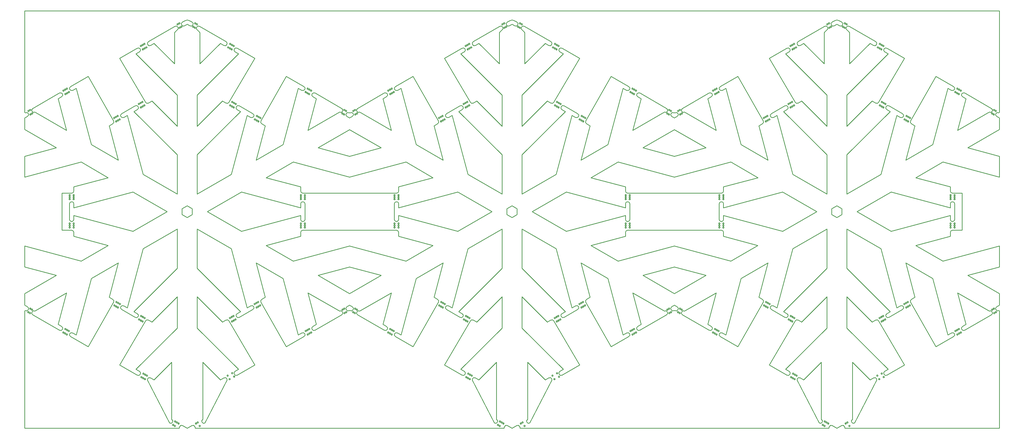
<source format=gbr>
G04 EAGLE Gerber RS-274X export*
G75*
%MOMM*%
%FSLAX34Y34*%
%LPD*%
%IN*%
%IPPOS*%
%AMOC8*
5,1,8,0,0,1.08239X$1,22.5*%
G01*
%ADD10C,0.254000*%


D10*
X0Y0D02*
X579134Y0D01*
X579134Y3753D01*
X580166Y7138D01*
X584914Y10782D01*
X590847Y10000D01*
X608426Y0D01*
X626005Y10000D01*
X631938Y10782D01*
X636686Y7138D01*
X637717Y3753D01*
X637717Y0D01*
X1795812Y0D01*
X1795812Y3753D01*
X1796844Y7138D01*
X1801592Y10782D01*
X1807525Y10000D01*
X1825104Y0D01*
X1842683Y10000D01*
X1848616Y10782D01*
X1853364Y7138D01*
X1854395Y3753D01*
X1854395Y0D01*
X3012490Y0D01*
X3012490Y3753D01*
X3013522Y7138D01*
X3018270Y10782D01*
X3024203Y10000D01*
X3041782Y0D01*
X3059361Y10000D01*
X3065294Y10782D01*
X3070042Y7138D01*
X3071073Y3753D01*
X3071073Y0D01*
X3650188Y0D01*
X3650188Y440426D01*
X3647948Y441500D01*
X3641878Y440700D01*
X3637020Y444428D01*
X3636221Y450498D01*
X3639948Y455356D01*
X3650099Y461221D01*
X3650188Y504636D01*
X3531751Y573017D01*
X3650188Y604752D01*
X3650188Y683166D01*
X3438988Y626573D01*
X3337673Y685067D01*
X3466556Y719601D01*
X3466558Y734811D01*
X3468901Y740468D01*
X3474558Y742811D01*
X3510400Y743062D01*
X3510400Y881488D01*
X3474539Y881739D01*
X3468882Y884082D01*
X3466539Y889739D01*
X3466545Y904956D01*
X3337656Y939493D01*
X3438969Y997986D01*
X3650186Y941390D01*
X3650186Y1019803D01*
X3531733Y1051543D01*
X3650188Y1119933D01*
X3650099Y1163664D01*
X3639948Y1169529D01*
X3636221Y1174387D01*
X3637020Y1180457D01*
X3641878Y1184185D01*
X3647948Y1183386D01*
X3650188Y1184459D01*
X3650188Y1564898D01*
X0Y1564898D01*
X0Y1183631D01*
X2240Y1183386D01*
X8310Y1184185D01*
X13168Y1180457D01*
X13967Y1174387D01*
X10240Y1169529D01*
X89Y1163664D01*
X0Y1119933D01*
X118455Y1051543D01*
X2Y1019803D01*
X2Y941390D01*
X211219Y997986D01*
X312532Y939493D01*
X183643Y904956D01*
X183649Y889739D01*
X181306Y884082D01*
X175649Y881739D01*
X139788Y881488D01*
X139788Y743062D01*
X175630Y742811D01*
X181287Y740468D01*
X183630Y734811D01*
X183632Y719601D01*
X312515Y685067D01*
X211200Y626573D01*
X0Y683166D01*
X0Y604752D01*
X118437Y573017D01*
X0Y504636D01*
X89Y461221D01*
X10240Y455356D01*
X13967Y450498D01*
X13168Y444428D01*
X8310Y440700D01*
X2240Y441500D01*
X0Y440426D01*
X0Y0D01*
X3075661Y1498035D02*
X3089389Y1483178D01*
X3089381Y1366418D01*
X3166083Y1443120D01*
X3179246Y1435516D01*
X3185316Y1434717D01*
X3190174Y1438445D01*
X3190973Y1444515D01*
X3187246Y1449373D01*
X3087389Y1507034D01*
X3081318Y1507833D01*
X3076461Y1504106D01*
X3075661Y1498035D01*
X3299695Y619797D02*
X3334230Y490907D01*
X3321049Y483303D01*
X3317321Y478446D01*
X3318120Y472375D01*
X3412787Y305731D01*
X3478778Y343831D01*
X3482505Y348688D01*
X3481706Y354759D01*
X3476848Y358486D01*
X3470778Y357687D01*
X3457603Y350086D01*
X3401009Y561303D01*
X3299695Y619797D01*
X1242884Y430357D02*
X1246611Y425500D01*
X1346499Y367831D01*
X1352570Y367032D01*
X1357428Y370759D01*
X1358227Y376829D01*
X1354499Y381687D01*
X1341335Y389293D01*
X1373074Y507746D01*
X1254619Y439356D01*
X1254611Y439356D01*
X1248541Y440155D01*
X1243683Y436428D01*
X1242884Y430357D01*
X1384341Y1276197D02*
X1385141Y1270126D01*
X1389998Y1266399D01*
X1396069Y1267198D01*
X1409243Y1274799D01*
X1465838Y1063582D01*
X1567151Y1005089D01*
X1532616Y1133978D01*
X1545798Y1141582D01*
X1549525Y1146439D01*
X1548726Y1152510D01*
X1454060Y1319155D01*
X1388069Y1281055D01*
X1384341Y1276197D01*
X1242884Y1194528D02*
X1243683Y1188457D01*
X1248541Y1184730D01*
X1254611Y1185529D01*
X1254619Y1185529D01*
X1373074Y1117139D01*
X1341335Y1235593D01*
X1354499Y1243198D01*
X1358227Y1248056D01*
X1357428Y1254126D01*
X1352570Y1257854D01*
X1346499Y1257055D01*
X1246611Y1199386D01*
X1242884Y1194528D01*
X683985Y812285D02*
X811570Y738624D01*
X1033217Y798016D01*
X1033218Y782811D01*
X1035561Y777154D01*
X1041218Y774811D01*
X1046875Y777154D01*
X1049218Y782811D01*
X1049199Y841739D01*
X1046856Y847396D01*
X1041199Y849739D01*
X1035542Y847396D01*
X1033199Y841739D01*
X1033205Y826542D01*
X811552Y885936D01*
X683985Y812285D01*
X586801Y1518176D02*
X587600Y1512106D01*
X592458Y1508378D01*
X598528Y1509178D01*
X608422Y1514885D01*
X608426Y1514885D01*
X618320Y1509178D01*
X624391Y1508378D01*
X629248Y1512106D01*
X630047Y1518176D01*
X626320Y1523034D01*
X616422Y1528747D01*
X608423Y1530887D01*
X600427Y1528747D01*
X590528Y1523034D01*
X586801Y1518176D01*
X355398Y1387273D02*
X452373Y1221990D01*
X457231Y1218263D01*
X463301Y1219062D01*
X476474Y1226665D01*
X570823Y1132317D01*
X570823Y1249305D01*
X416212Y1403913D01*
X429389Y1411516D01*
X433117Y1416374D01*
X432318Y1422445D01*
X427460Y1426172D01*
X421389Y1425373D01*
X355398Y1387273D01*
X2601023Y1276197D02*
X2601822Y1270126D01*
X2606679Y1266399D01*
X2612750Y1267198D01*
X2625924Y1274799D01*
X2682519Y1063582D01*
X2783833Y1005089D01*
X2749297Y1133978D01*
X2762479Y1141582D01*
X2766207Y1146439D01*
X2765408Y1152510D01*
X2670741Y1319155D01*
X2604750Y1281055D01*
X2601023Y1276197D01*
X1900644Y812285D02*
X2028228Y738624D01*
X2249875Y798016D01*
X2249876Y782811D01*
X2252220Y777154D01*
X2257876Y774811D01*
X2263533Y777154D01*
X2265876Y782811D01*
X2265858Y841739D01*
X2263514Y847396D01*
X2257858Y849739D01*
X2252201Y847396D01*
X2249858Y841739D01*
X2249864Y826542D01*
X2028211Y885936D01*
X1900644Y812285D01*
X2083014Y619797D02*
X2117549Y490907D01*
X2104367Y483303D01*
X2100640Y478446D01*
X2101439Y472375D01*
X2196105Y305731D01*
X2262096Y343831D01*
X2265824Y348688D01*
X2265025Y354759D01*
X2260167Y358486D01*
X2254096Y357687D01*
X2240922Y350086D01*
X2184327Y561303D01*
X2083014Y619797D01*
X3079365Y375581D02*
X3233976Y220973D01*
X3220799Y213369D01*
X3217071Y208511D01*
X3217871Y202441D01*
X3222728Y198713D01*
X3228799Y199513D01*
X3294790Y237613D01*
X3197815Y402895D01*
X3192957Y406623D01*
X3186887Y405823D01*
X3173714Y398220D01*
X3079365Y492569D01*
X3079365Y375581D01*
X1575640Y450305D02*
X1579367Y445447D01*
X1630391Y415967D01*
X1636461Y415168D01*
X1641319Y418895D01*
X1642118Y424966D01*
X1638391Y429823D01*
X1625224Y437427D01*
X1787482Y599683D01*
X1787482Y747005D01*
X1659915Y673354D01*
X1600525Y451700D01*
X1587367Y459303D01*
X1581297Y460103D01*
X1576439Y456375D01*
X1575640Y450305D01*
X1862683Y877881D02*
X1990250Y951531D01*
X2049640Y1173185D01*
X2062798Y1165582D01*
X2068869Y1164783D01*
X2073726Y1168510D01*
X2074525Y1174581D01*
X2070798Y1179438D01*
X2019775Y1208918D01*
X2013704Y1209718D01*
X2008846Y1205990D01*
X2008047Y1199920D01*
X2011775Y1195062D01*
X2024941Y1187458D01*
X1862683Y1025202D01*
X1862683Y877881D01*
X1862683Y1249305D02*
X1862684Y1132317D01*
X1957032Y1226665D01*
X1970205Y1219062D01*
X1976276Y1218263D01*
X1981134Y1221990D01*
X2078109Y1387273D01*
X2012117Y1425373D01*
X2006047Y1426172D01*
X2001189Y1422445D01*
X2000390Y1416374D01*
X2004117Y1411516D01*
X2017294Y1403913D01*
X1862683Y1249305D01*
X589355Y801451D02*
X608405Y790452D01*
X627455Y801451D01*
X627455Y823448D01*
X608405Y834447D01*
X589355Y823448D01*
X589355Y801451D01*
X459231Y1444515D02*
X460030Y1438445D01*
X464888Y1434717D01*
X470959Y1435516D01*
X484121Y1443120D01*
X560823Y1366418D01*
X560815Y1483178D01*
X574543Y1498035D01*
X573744Y1504106D01*
X568886Y1507833D01*
X562815Y1507034D01*
X462959Y1449373D01*
X459231Y1444515D01*
X2892587Y180370D02*
X2975754Y19915D01*
X2981688Y19134D01*
X2986436Y22777D01*
X2987217Y28710D01*
X2983574Y33458D01*
X2983582Y247800D01*
X2917477Y181765D01*
X2904315Y189369D01*
X2898244Y190168D01*
X2893386Y186441D01*
X2892587Y180370D01*
X3096347Y28710D02*
X3097128Y22777D01*
X3101876Y19134D01*
X3107809Y19915D01*
X3190973Y180370D01*
X3190174Y186441D01*
X3185316Y190168D01*
X3179246Y189369D01*
X3166083Y181765D01*
X3100082Y247800D01*
X3099990Y33458D01*
X3096347Y28710D01*
X459231Y180370D02*
X542398Y19915D01*
X548332Y19134D01*
X553080Y22777D01*
X553861Y28710D01*
X550218Y33458D01*
X550226Y247800D01*
X484121Y181765D01*
X470959Y189369D01*
X464888Y190168D01*
X460030Y186441D01*
X459231Y180370D01*
X866355Y1005089D02*
X967669Y1063582D01*
X1024264Y1274799D01*
X1037438Y1267198D01*
X1043509Y1266399D01*
X1048366Y1270126D01*
X1049165Y1276197D01*
X1045438Y1281055D01*
X979447Y1319155D01*
X884781Y1152510D01*
X883981Y1146439D01*
X887709Y1141582D01*
X900891Y1133978D01*
X866355Y1005089D01*
X1384341Y348688D02*
X1388069Y343831D01*
X1454060Y305731D01*
X1548726Y472375D01*
X1549525Y478446D01*
X1545798Y483303D01*
X1532616Y490907D01*
X1567151Y619797D01*
X1465838Y561303D01*
X1409243Y350086D01*
X1396069Y357687D01*
X1389998Y358486D01*
X1385141Y354759D01*
X1384341Y348688D01*
X904334Y685067D02*
X1005648Y626573D01*
X1216753Y683141D01*
X1427859Y626573D01*
X1529173Y685067D01*
X1400290Y719601D01*
X1400289Y734811D01*
X1397946Y740468D01*
X1392289Y742811D01*
X1041218Y742811D01*
X1035561Y740468D01*
X1033218Y734811D01*
X1033216Y719601D01*
X904334Y685067D01*
X3079365Y599683D02*
X3241623Y437427D01*
X3228456Y429823D01*
X3224729Y424966D01*
X3225528Y418895D01*
X3230385Y415168D01*
X3236456Y415967D01*
X3287479Y445447D01*
X3291207Y450305D01*
X3290407Y456375D01*
X3285550Y460103D01*
X3279479Y459303D01*
X3266322Y451700D01*
X3206931Y673354D01*
X3079365Y747005D01*
X3079365Y599683D01*
X167683Y1276197D02*
X168482Y1270126D01*
X173340Y1266399D01*
X179410Y1267198D01*
X192585Y1274799D01*
X249180Y1063582D01*
X350493Y1005089D01*
X315958Y1133978D01*
X329140Y1141582D01*
X332867Y1146439D01*
X332068Y1152510D01*
X237401Y1319155D01*
X171410Y1281055D01*
X167683Y1276197D01*
X646025Y1132317D02*
X740374Y1226665D01*
X753547Y1219062D01*
X759618Y1218263D01*
X764475Y1221990D01*
X861450Y1387273D01*
X795459Y1425373D01*
X789388Y1426172D01*
X784531Y1422445D01*
X783732Y1416374D01*
X787459Y1411516D01*
X800636Y1403913D01*
X646025Y1249305D01*
X646025Y1132317D01*
X646025Y599683D02*
X808283Y437427D01*
X795116Y429823D01*
X791389Y424966D01*
X792188Y418895D01*
X797046Y415168D01*
X803116Y415967D01*
X854140Y445447D01*
X857867Y450305D01*
X857068Y456375D01*
X852210Y460103D01*
X846140Y459303D01*
X832982Y451700D01*
X773592Y673354D01*
X646025Y747005D01*
X646025Y599683D01*
X358981Y1174581D02*
X359781Y1168510D01*
X364638Y1164783D01*
X370709Y1165582D01*
X383866Y1173185D01*
X443257Y951531D01*
X570823Y877881D01*
X570823Y1025202D01*
X408565Y1187458D01*
X421732Y1195062D01*
X425460Y1199920D01*
X424660Y1205990D01*
X419803Y1209718D01*
X413732Y1208918D01*
X362709Y1179438D01*
X358981Y1174581D01*
X866355Y619797D02*
X900891Y490907D01*
X887709Y483303D01*
X883981Y478446D01*
X884781Y472375D01*
X979447Y305731D01*
X1045438Y343831D01*
X1049165Y348688D01*
X1048366Y354759D01*
X1043509Y358486D01*
X1037438Y357687D01*
X1024264Y350086D01*
X967669Y561303D01*
X866355Y619797D01*
X1060433Y507746D02*
X1092171Y389293D01*
X1079007Y381687D01*
X1075280Y376829D01*
X1076079Y370759D01*
X1080937Y367032D01*
X1087007Y367831D01*
X1186896Y425500D01*
X1190623Y430357D01*
X1189824Y436428D01*
X1184966Y440155D01*
X1178896Y439356D01*
X1178888Y439356D01*
X1060433Y507746D01*
X1060433Y1117139D02*
X1178888Y1185529D01*
X1178896Y1185529D01*
X1184966Y1184730D01*
X1189824Y1188457D01*
X1190623Y1194528D01*
X1186896Y1199386D01*
X1087007Y1257055D01*
X1080937Y1257854D01*
X1076079Y1254126D01*
X1075280Y1248056D01*
X1079007Y1243198D01*
X1092171Y1235593D01*
X1060433Y1117139D01*
X2083014Y1005089D02*
X2184327Y1063582D01*
X2240922Y1274799D01*
X2254096Y1267198D01*
X2260167Y1266399D01*
X2265025Y1270126D01*
X2265824Y1276197D01*
X2262096Y1281055D01*
X2196105Y1319155D01*
X2101439Y1152510D01*
X2100640Y1146439D01*
X2104367Y1141582D01*
X2117549Y1133978D01*
X2083014Y1005089D01*
X1098411Y573017D02*
X1216753Y504691D01*
X1335095Y573017D01*
X1216753Y604726D01*
X1098411Y573017D01*
X1675909Y1444515D02*
X1676708Y1438445D01*
X1681566Y1434717D01*
X1687637Y1435516D01*
X1700799Y1443120D01*
X1777501Y1366418D01*
X1777493Y1483178D01*
X1791221Y1498035D01*
X1790422Y1504106D01*
X1785564Y1507833D01*
X1779493Y1507034D01*
X1679637Y1449373D01*
X1675909Y1444515D01*
X1879669Y28710D02*
X1880450Y22777D01*
X1885198Y19134D01*
X1891131Y19915D01*
X1974295Y180370D01*
X1973496Y186441D01*
X1968638Y190168D01*
X1962568Y189369D01*
X1949405Y181765D01*
X1883404Y247800D01*
X1883312Y33458D01*
X1879669Y28710D01*
X3493772Y1117139D02*
X3612227Y1185529D01*
X3612235Y1185529D01*
X3618306Y1184730D01*
X3623164Y1188457D01*
X3623963Y1194528D01*
X3620235Y1199386D01*
X3520347Y1257055D01*
X3514276Y1257854D01*
X3509419Y1254126D01*
X3508620Y1248056D01*
X3512347Y1243198D01*
X3525511Y1235593D01*
X3493772Y1117139D01*
X26225Y430357D02*
X29953Y425500D01*
X129841Y367831D01*
X135912Y367032D01*
X140769Y370759D01*
X141568Y376829D01*
X137841Y381687D01*
X124677Y389293D01*
X156416Y507746D01*
X37961Y439356D01*
X37953Y439356D01*
X31882Y440155D01*
X27024Y436428D01*
X26225Y430357D01*
X2601023Y348688D02*
X2604750Y343831D01*
X2670741Y305731D01*
X2765408Y472375D01*
X2766207Y478446D01*
X2762479Y483303D01*
X2749297Y490907D01*
X2783833Y619797D01*
X2682519Y561303D01*
X2625924Y350086D01*
X2612750Y357687D01*
X2606679Y358486D01*
X2601822Y354759D01*
X2601023Y348688D01*
X2788738Y1387273D02*
X2885713Y1221990D01*
X2890571Y1218263D01*
X2896641Y1219062D01*
X2909814Y1226665D01*
X3004163Y1132317D01*
X3004163Y1249305D01*
X2849552Y1403913D01*
X2862729Y1411516D01*
X2866457Y1416374D01*
X2865657Y1422445D01*
X2860800Y1426172D01*
X2854729Y1425373D01*
X2788738Y1387273D01*
X2792321Y450305D02*
X2796049Y445447D01*
X2847072Y415967D01*
X2853142Y415168D01*
X2858000Y418895D01*
X2858799Y424966D01*
X2855072Y429823D01*
X2841905Y437427D01*
X3004163Y599683D01*
X3004163Y747005D01*
X2876596Y673354D01*
X2817206Y451700D01*
X2804049Y459303D01*
X2797978Y460103D01*
X2793120Y456375D01*
X2792321Y450305D01*
X2788738Y237613D02*
X2854729Y199513D01*
X2860800Y198713D01*
X2865657Y202441D01*
X2866457Y208511D01*
X2862729Y213369D01*
X2849552Y220973D01*
X3004163Y375581D01*
X3004163Y492569D01*
X2909814Y398220D01*
X2896641Y405823D01*
X2890571Y406623D01*
X2885713Y402895D01*
X2788738Y237613D01*
X3079365Y877881D02*
X3206931Y951531D01*
X3266322Y1173185D01*
X3279479Y1165582D01*
X3285550Y1164783D01*
X3290407Y1168510D01*
X3291207Y1174581D01*
X3287479Y1179438D01*
X3236456Y1208918D01*
X3230385Y1209718D01*
X3225528Y1205990D01*
X3224729Y1199920D01*
X3228456Y1195062D01*
X3241623Y1187458D01*
X3079365Y1025202D01*
X3079365Y877881D01*
X904316Y939493D02*
X1033205Y904956D01*
X1033199Y889739D01*
X1035542Y884082D01*
X1041199Y881739D01*
X1392308Y881739D01*
X1397964Y884082D01*
X1400308Y889739D01*
X1400302Y904956D01*
X1529191Y939493D01*
X1427877Y997986D01*
X1216753Y941415D01*
X1005629Y997986D01*
X904316Y939493D01*
X2892587Y1444515D02*
X2893386Y1438445D01*
X2898244Y1434717D01*
X2904315Y1435516D01*
X2917477Y1443120D01*
X2994179Y1366418D01*
X2994171Y1483178D01*
X3007899Y1498035D01*
X3007100Y1504106D01*
X3002242Y1507833D01*
X2996171Y1507034D01*
X2896315Y1449373D01*
X2892587Y1444515D01*
X1858983Y1498035D02*
X1872711Y1483178D01*
X1872703Y1366418D01*
X1949405Y1443120D01*
X1962568Y1435516D01*
X1968638Y1434717D01*
X1973496Y1438445D01*
X1974295Y1444515D01*
X1970568Y1449373D01*
X1870711Y1507034D01*
X1864640Y1507833D01*
X1859783Y1504106D01*
X1858983Y1498035D01*
X3117325Y812285D02*
X3244910Y738624D01*
X3466556Y798016D01*
X3466558Y782811D01*
X3468901Y777154D01*
X3474558Y774811D01*
X3480215Y777154D01*
X3482558Y782811D01*
X3482539Y841739D01*
X3480196Y847396D01*
X3474539Y849739D01*
X3468882Y847396D01*
X3466539Y841739D01*
X3466545Y826542D01*
X3244892Y885936D01*
X3117325Y812285D01*
X1202881Y450498D02*
X1203680Y444428D01*
X1208538Y440700D01*
X1214608Y441500D01*
X1218910Y441500D01*
X1224981Y440700D01*
X1229838Y444428D01*
X1230638Y450498D01*
X1226910Y455356D01*
X1216759Y461221D01*
X1206608Y455356D01*
X1202881Y450498D01*
X662991Y28710D02*
X663772Y22777D01*
X668520Y19134D01*
X674453Y19915D01*
X757617Y180370D01*
X756818Y186441D01*
X751960Y190168D01*
X745890Y189369D01*
X732727Y181765D01*
X666726Y247800D01*
X666634Y33458D01*
X662991Y28710D01*
X1572057Y237613D02*
X1638048Y199513D01*
X1644118Y198713D01*
X1648976Y202441D01*
X1649775Y208511D01*
X1646048Y213369D01*
X1632871Y220973D01*
X1787482Y375581D01*
X1787482Y492569D01*
X1693133Y398220D01*
X1679960Y405823D01*
X1673889Y406623D01*
X1669032Y402895D01*
X1572057Y237613D01*
X358981Y450305D02*
X362709Y445447D01*
X413732Y415967D01*
X419803Y415168D01*
X424660Y418895D01*
X425460Y424966D01*
X421732Y429823D01*
X408565Y437427D01*
X570823Y599683D01*
X570823Y747005D01*
X443257Y673354D01*
X383866Y451700D01*
X370709Y459303D01*
X364638Y460103D01*
X359781Y456375D01*
X358981Y450305D01*
X355398Y237613D02*
X421389Y199513D01*
X427460Y198713D01*
X432318Y202441D01*
X433117Y208511D01*
X429389Y213369D01*
X416212Y220973D01*
X570823Y375581D01*
X570823Y492569D01*
X476474Y398220D01*
X463301Y405823D01*
X457231Y406623D01*
X452373Y402895D01*
X355398Y237613D01*
X646025Y877881D02*
X773592Y951531D01*
X832982Y1173185D01*
X846140Y1165582D01*
X852210Y1164783D01*
X857068Y1168510D01*
X857867Y1174581D01*
X854140Y1179438D01*
X803116Y1208918D01*
X797046Y1209718D01*
X792188Y1205990D01*
X791389Y1199920D01*
X795116Y1195062D01*
X808283Y1187458D01*
X646025Y1025202D01*
X646025Y877881D01*
X642305Y1498035D02*
X656033Y1483178D01*
X656025Y1366418D01*
X732727Y1443120D01*
X745890Y1435516D01*
X751960Y1434717D01*
X756818Y1438445D01*
X757617Y1444515D01*
X753890Y1449373D01*
X654033Y1507034D01*
X647962Y1507833D01*
X643105Y1504106D01*
X642305Y1498035D01*
X26225Y1194528D02*
X27024Y1188457D01*
X31882Y1184730D01*
X37953Y1185529D01*
X37961Y1185529D01*
X156416Y1117139D01*
X124677Y1235593D01*
X137841Y1243198D01*
X141568Y1248056D01*
X140769Y1254126D01*
X135912Y1257854D01*
X129841Y1257055D01*
X29953Y1199386D01*
X26225Y1194528D01*
X2315070Y573017D02*
X2433423Y504685D01*
X2551777Y573017D01*
X2433423Y604729D01*
X2315070Y573017D01*
X3493772Y507746D02*
X3525511Y389293D01*
X3512347Y381687D01*
X3508620Y376829D01*
X3509419Y370759D01*
X3514276Y367032D01*
X3520347Y367831D01*
X3620235Y425500D01*
X3623963Y430357D01*
X3623164Y436428D01*
X3618306Y440155D01*
X3612235Y439356D01*
X3612227Y439356D01*
X3493772Y507746D01*
X3299695Y1005089D02*
X3401009Y1063582D01*
X3457603Y1274799D01*
X3470778Y1267198D01*
X3476848Y1266399D01*
X3481706Y1270126D01*
X3482505Y1276197D01*
X3478778Y1281055D01*
X3412787Y1319155D01*
X3318120Y1152510D01*
X3317321Y1146439D01*
X3321049Y1141582D01*
X3334230Y1133978D01*
X3299695Y1005089D01*
X2277091Y1117139D02*
X2395546Y1185529D01*
X2395554Y1185529D01*
X2401625Y1184730D01*
X2406482Y1188457D01*
X2407281Y1194528D01*
X2403554Y1199386D01*
X2303666Y1257055D01*
X2297595Y1257854D01*
X2292737Y1254126D01*
X2291938Y1248056D01*
X2295666Y1243198D01*
X2308830Y1235593D01*
X2277091Y1117139D01*
X1575640Y1174581D02*
X1576439Y1168510D01*
X1581297Y1164783D01*
X1587367Y1165582D01*
X1600525Y1173185D01*
X1659915Y951531D01*
X1787482Y877881D01*
X1787482Y1025202D01*
X1625224Y1187458D01*
X1638391Y1195062D01*
X1642118Y1199920D01*
X1641319Y1205990D01*
X1636461Y1209718D01*
X1630391Y1208918D01*
X1579367Y1179438D01*
X1575640Y1174581D01*
X1862683Y599683D02*
X2024941Y437427D01*
X2011775Y429823D01*
X2008047Y424966D01*
X2008846Y418895D01*
X2013704Y415168D01*
X2019775Y415967D01*
X2070798Y445447D01*
X2074525Y450305D01*
X2073726Y456375D01*
X2068869Y460103D01*
X2062798Y459303D01*
X2049640Y451700D01*
X1990250Y673354D01*
X1862683Y747005D01*
X1862683Y599683D01*
X2315051Y1051543D02*
X2433423Y1019825D01*
X2551795Y1051543D01*
X2433423Y1119885D01*
X2315051Y1051543D01*
X2792321Y1174581D02*
X2793120Y1168510D01*
X2797978Y1164783D01*
X2804049Y1165582D01*
X2817206Y1173185D01*
X2876596Y951531D01*
X3004163Y877881D01*
X3004163Y1025202D01*
X2841905Y1187458D01*
X2855072Y1195062D01*
X2858799Y1199920D01*
X2858000Y1205990D01*
X2853142Y1209718D01*
X2847072Y1208918D01*
X2796049Y1179438D01*
X2792321Y1174581D01*
X2120974Y939493D02*
X2249864Y904956D01*
X2249858Y889739D01*
X2252201Y884082D01*
X2257858Y881739D01*
X2608989Y881739D01*
X2614646Y884082D01*
X2616989Y889739D01*
X2616983Y904956D01*
X2745872Y939493D01*
X2644559Y997986D01*
X2433423Y941412D01*
X2222288Y997986D01*
X2120974Y939493D01*
X3020141Y1518176D02*
X3020940Y1512106D01*
X3025797Y1508378D01*
X3031868Y1509178D01*
X3041762Y1514885D01*
X3041766Y1514885D01*
X3051660Y1509178D01*
X3057730Y1508378D01*
X3062588Y1512106D01*
X3063387Y1518176D01*
X3059660Y1523034D01*
X3049762Y1528747D01*
X3041762Y1530887D01*
X3033766Y1528747D01*
X3023868Y1523034D01*
X3020141Y1518176D01*
X2459565Y1194528D02*
X2460364Y1188457D01*
X2465222Y1184730D01*
X2471292Y1185529D01*
X2471300Y1185529D01*
X2589756Y1117139D01*
X2558017Y1235593D01*
X2571181Y1243198D01*
X2574908Y1248056D01*
X2574109Y1254126D01*
X2569251Y1257854D01*
X2563181Y1257055D01*
X2463292Y1199386D01*
X2459565Y1194528D01*
X1803459Y1518176D02*
X1804258Y1512106D01*
X1809116Y1508378D01*
X1815187Y1509178D01*
X1825080Y1514885D01*
X1825085Y1514885D01*
X1834978Y1509178D01*
X1841049Y1508378D01*
X1845907Y1512106D01*
X1846706Y1518176D01*
X1842978Y1523034D01*
X1833080Y1528747D01*
X1825081Y1530887D01*
X1817085Y1528747D01*
X1807187Y1523034D01*
X1803459Y1518176D01*
X1862683Y375581D02*
X2017294Y220973D01*
X2004117Y213369D01*
X2000390Y208511D01*
X2001189Y202441D01*
X2006047Y198713D01*
X2012117Y199513D01*
X2078109Y237613D01*
X1981134Y402895D01*
X1976276Y406623D01*
X1970205Y405823D01*
X1957032Y398220D01*
X1862684Y492569D01*
X1862683Y375581D01*
X2120992Y685067D02*
X2222306Y626573D01*
X2433423Y683144D01*
X2644540Y626573D01*
X2745854Y685067D01*
X2616972Y719601D01*
X2616970Y734811D01*
X2614627Y740468D01*
X2608970Y742811D01*
X2257876Y742811D01*
X2252220Y740468D01*
X2249876Y734811D01*
X2249875Y719601D01*
X2120992Y685067D01*
X167683Y348688D02*
X171410Y343831D01*
X237401Y305731D01*
X332068Y472375D01*
X332867Y478446D01*
X329140Y483303D01*
X315958Y490907D01*
X350493Y619797D01*
X249180Y561303D01*
X192585Y350086D01*
X179410Y357687D01*
X173340Y358486D01*
X168482Y354759D01*
X167683Y348688D01*
X1572057Y1387273D02*
X1669032Y1221990D01*
X1673889Y1218263D01*
X1679960Y1219062D01*
X1693133Y1226665D01*
X1787482Y1132317D01*
X1787482Y1249305D01*
X1632871Y1403913D01*
X1646048Y1411516D01*
X1649775Y1416374D01*
X1648976Y1422445D01*
X1644118Y1426172D01*
X1638048Y1425373D01*
X1572057Y1387273D01*
X3079365Y1132317D02*
X3173714Y1226665D01*
X3186887Y1219062D01*
X3192957Y1218263D01*
X3197815Y1221990D01*
X3294790Y1387273D01*
X3228799Y1425373D01*
X3222728Y1426172D01*
X3217871Y1422445D01*
X3217071Y1416374D01*
X3220799Y1411516D01*
X3233976Y1403913D01*
X3079365Y1249305D01*
X3079365Y1132317D01*
X1098393Y1051543D02*
X1216754Y1019828D01*
X1335114Y1051543D01*
X1216753Y1119879D01*
X1098393Y1051543D01*
X2277091Y507746D02*
X2308830Y389293D01*
X2295666Y381687D01*
X2291938Y376829D01*
X2292737Y370759D01*
X2297595Y367032D01*
X2303666Y367831D01*
X2403554Y425500D01*
X2407281Y430357D01*
X2406482Y436428D01*
X2401625Y440155D01*
X2395554Y439356D01*
X2395546Y439356D01*
X2277091Y507746D01*
X2459565Y430357D02*
X2463292Y425500D01*
X2563181Y367831D01*
X2569251Y367032D01*
X2574109Y370759D01*
X2574908Y376829D01*
X2571181Y381687D01*
X2558017Y389293D01*
X2589756Y507746D01*
X2471300Y439356D01*
X2471292Y439356D01*
X2465222Y440155D01*
X2460364Y436428D01*
X2459565Y430357D01*
X2419539Y450498D02*
X2420339Y444428D01*
X2425196Y440700D01*
X2431267Y441500D01*
X2435592Y441500D01*
X2441662Y440700D01*
X2446520Y444428D01*
X2447319Y450498D01*
X2443592Y455356D01*
X2433418Y461221D01*
X2423267Y455356D01*
X2419539Y450498D01*
X1384289Y782811D02*
X1386632Y777154D01*
X1392289Y774811D01*
X1397946Y777154D01*
X1400289Y782811D01*
X1400290Y798016D01*
X1621937Y738624D01*
X1749521Y812285D01*
X1621955Y885936D01*
X1400301Y826542D01*
X1400308Y841739D01*
X1397964Y847396D01*
X1392308Y849739D01*
X1386651Y847396D01*
X1384308Y841739D01*
X1384289Y782811D01*
X1806033Y801451D02*
X1825083Y790452D01*
X1844133Y801451D01*
X1844133Y823448D01*
X1825083Y834447D01*
X1806033Y823448D01*
X1806033Y801451D01*
X646025Y375581D02*
X800636Y220973D01*
X787459Y213369D01*
X783732Y208511D01*
X784531Y202441D01*
X789388Y198713D01*
X795459Y199513D01*
X861450Y237613D01*
X764475Y402895D01*
X759618Y406623D01*
X753547Y405823D01*
X740374Y398220D01*
X646025Y492569D01*
X646025Y375581D01*
X2419539Y1174387D02*
X2423267Y1169529D01*
X2433418Y1163664D01*
X2443569Y1169529D01*
X2447296Y1174387D01*
X2446497Y1180457D01*
X2441639Y1184185D01*
X2435569Y1183386D01*
X2431267Y1183386D01*
X2425196Y1184185D01*
X2420339Y1180457D01*
X2419539Y1174387D01*
X167630Y782811D02*
X169973Y777154D01*
X175630Y774811D01*
X181287Y777154D01*
X183630Y782811D01*
X183632Y798016D01*
X405278Y738624D01*
X532863Y812285D01*
X405296Y885936D01*
X183643Y826542D01*
X183649Y841739D01*
X181306Y847396D01*
X175649Y849739D01*
X169992Y847396D01*
X167649Y841739D01*
X167630Y782811D01*
X1675909Y180370D02*
X1759076Y19915D01*
X1765010Y19134D01*
X1769758Y22777D01*
X1770539Y28710D01*
X1766896Y33458D01*
X1766904Y247800D01*
X1700799Y181765D01*
X1687637Y189369D01*
X1681566Y190168D01*
X1676708Y186441D01*
X1675909Y180370D01*
X2600970Y782811D02*
X2603313Y777154D01*
X2608970Y774811D01*
X2614627Y777154D01*
X2616970Y782811D01*
X2616971Y798016D01*
X2838618Y738624D01*
X2966203Y812285D01*
X2838636Y885936D01*
X2616983Y826542D01*
X2616989Y841739D01*
X2614646Y847396D01*
X2608989Y849739D01*
X2603332Y847396D01*
X2600989Y841739D01*
X2600970Y782811D01*
X1202881Y1174387D02*
X1206608Y1169529D01*
X1216759Y1163664D01*
X1226898Y1169529D01*
X1230626Y1174387D01*
X1229826Y1180457D01*
X1224969Y1184185D01*
X1218898Y1183386D01*
X1214608Y1183386D01*
X1208538Y1184185D01*
X1203680Y1180457D01*
X1202881Y1174387D01*
X3022710Y801451D02*
X3041760Y790452D01*
X3060810Y801451D01*
X3060810Y823448D01*
X3041760Y834447D01*
X3022710Y823448D01*
X3022710Y801451D01*
X657512Y8737D02*
X657450Y8349D01*
X657329Y7974D01*
X657150Y7624D01*
X656919Y7305D01*
X656641Y7027D01*
X656322Y6796D01*
X655972Y6617D01*
X655597Y6495D01*
X655209Y6434D01*
X654815Y6434D01*
X654427Y6495D01*
X654052Y6617D01*
X653702Y6796D01*
X653383Y7027D01*
X653105Y7305D01*
X652874Y7624D01*
X652695Y7974D01*
X652573Y8349D01*
X652512Y8737D01*
X652512Y9131D01*
X652573Y9519D01*
X652695Y9894D01*
X652874Y10244D01*
X653105Y10563D01*
X653383Y10841D01*
X653702Y11072D01*
X654052Y11251D01*
X654427Y11372D01*
X654815Y11434D01*
X655209Y11434D01*
X655597Y11372D01*
X655972Y11251D01*
X656322Y11072D01*
X656641Y10841D01*
X656919Y10563D01*
X657150Y10244D01*
X657329Y9894D01*
X657450Y9519D01*
X657512Y9131D01*
X657512Y8737D01*
X643517Y17978D02*
X643455Y17589D01*
X643334Y17215D01*
X643155Y16864D01*
X642924Y16546D01*
X642645Y16267D01*
X642327Y16036D01*
X641976Y15857D01*
X641602Y15736D01*
X641213Y15674D01*
X640820Y15674D01*
X640431Y15736D01*
X640057Y15857D01*
X639706Y16036D01*
X639388Y16267D01*
X639110Y16546D01*
X638879Y16864D01*
X638700Y17215D01*
X638578Y17589D01*
X638517Y17978D01*
X638517Y18371D01*
X638578Y18760D01*
X638700Y19134D01*
X638879Y19485D01*
X639110Y19803D01*
X639388Y20081D01*
X639706Y20313D01*
X640057Y20491D01*
X640431Y20613D01*
X640820Y20674D01*
X641213Y20674D01*
X641602Y20613D01*
X641976Y20491D01*
X642327Y20313D01*
X642645Y20081D01*
X642924Y19803D01*
X643155Y19485D01*
X643334Y19134D01*
X643455Y18760D01*
X643517Y18371D01*
X643517Y17978D01*
X650012Y21728D02*
X649950Y21339D01*
X649829Y20965D01*
X649650Y20614D01*
X649419Y20296D01*
X649141Y20017D01*
X648822Y19786D01*
X648472Y19607D01*
X648097Y19486D01*
X647709Y19424D01*
X647315Y19424D01*
X646926Y19486D01*
X646552Y19607D01*
X646202Y19786D01*
X645883Y20017D01*
X645605Y20296D01*
X645374Y20614D01*
X645195Y20965D01*
X645073Y21339D01*
X645012Y21728D01*
X645012Y22121D01*
X645073Y22510D01*
X645195Y22884D01*
X645374Y23235D01*
X645605Y23553D01*
X645883Y23831D01*
X646202Y24062D01*
X646552Y24241D01*
X646926Y24363D01*
X647315Y24424D01*
X647709Y24424D01*
X648097Y24363D01*
X648472Y24241D01*
X648822Y24062D01*
X649141Y23831D01*
X649419Y23553D01*
X649650Y23235D01*
X649829Y22884D01*
X649950Y22510D01*
X650012Y22121D01*
X650012Y21728D01*
X564340Y8737D02*
X564279Y8349D01*
X564157Y7974D01*
X563978Y7624D01*
X563747Y7305D01*
X563469Y7027D01*
X563150Y6796D01*
X562800Y6617D01*
X562426Y6495D01*
X562037Y6434D01*
X561643Y6434D01*
X561255Y6495D01*
X560880Y6617D01*
X560530Y6796D01*
X560211Y7027D01*
X559933Y7305D01*
X559702Y7624D01*
X559523Y7974D01*
X559402Y8349D01*
X559340Y8737D01*
X559340Y9131D01*
X559402Y9519D01*
X559523Y9894D01*
X559702Y10244D01*
X559933Y10563D01*
X560211Y10841D01*
X560530Y11072D01*
X560880Y11251D01*
X561255Y11372D01*
X561643Y11434D01*
X562037Y11434D01*
X562426Y11372D01*
X562800Y11251D01*
X563150Y11072D01*
X563469Y10841D01*
X563747Y10563D01*
X563978Y10244D01*
X564157Y9894D01*
X564279Y9519D01*
X564340Y9131D01*
X564340Y8737D01*
X557845Y12487D02*
X557783Y12099D01*
X557662Y11724D01*
X557483Y11374D01*
X557252Y11055D01*
X556974Y10777D01*
X556655Y10546D01*
X556305Y10367D01*
X555930Y10245D01*
X555542Y10184D01*
X555148Y10184D01*
X554760Y10245D01*
X554385Y10367D01*
X554035Y10546D01*
X553716Y10777D01*
X553438Y11055D01*
X553207Y11374D01*
X553028Y11724D01*
X552906Y12099D01*
X552845Y12487D01*
X552845Y12881D01*
X552906Y13269D01*
X553028Y13644D01*
X553207Y13994D01*
X553438Y14313D01*
X553716Y14591D01*
X554035Y14822D01*
X554385Y15001D01*
X554760Y15122D01*
X555148Y15184D01*
X555542Y15184D01*
X555930Y15122D01*
X556305Y15001D01*
X556655Y14822D01*
X556974Y14591D01*
X557252Y14313D01*
X557483Y13994D01*
X557662Y13644D01*
X557783Y13269D01*
X557845Y12881D01*
X557845Y12487D01*
X578335Y17978D02*
X578274Y17589D01*
X578152Y17215D01*
X577974Y16864D01*
X577742Y16546D01*
X577464Y16267D01*
X577146Y16036D01*
X576795Y15857D01*
X576421Y15736D01*
X576032Y15674D01*
X575639Y15674D01*
X575250Y15736D01*
X574876Y15857D01*
X574525Y16036D01*
X574207Y16267D01*
X573928Y16546D01*
X573697Y16864D01*
X573518Y17215D01*
X573397Y17589D01*
X573335Y17978D01*
X573335Y18371D01*
X573397Y18760D01*
X573518Y19134D01*
X573697Y19485D01*
X573928Y19803D01*
X574207Y20081D01*
X574525Y20313D01*
X574876Y20491D01*
X575250Y20613D01*
X575639Y20674D01*
X576032Y20674D01*
X576421Y20613D01*
X576795Y20491D01*
X577146Y20313D01*
X577464Y20081D01*
X577742Y19803D01*
X577974Y19485D01*
X578152Y19134D01*
X578274Y18760D01*
X578335Y18371D01*
X578335Y17978D01*
X571840Y21728D02*
X571779Y21339D01*
X571657Y20965D01*
X571478Y20614D01*
X571247Y20296D01*
X570969Y20017D01*
X570650Y19786D01*
X570300Y19607D01*
X569926Y19486D01*
X569537Y19424D01*
X569143Y19424D01*
X568755Y19486D01*
X568380Y19607D01*
X568030Y19786D01*
X567711Y20017D01*
X567433Y20296D01*
X567202Y20614D01*
X567023Y20965D01*
X566902Y21339D01*
X566840Y21728D01*
X566840Y22121D01*
X566902Y22510D01*
X567023Y22884D01*
X567202Y23235D01*
X567433Y23553D01*
X567711Y23831D01*
X568030Y24062D01*
X568380Y24241D01*
X568755Y24363D01*
X569143Y24424D01*
X569537Y24424D01*
X569926Y24363D01*
X570300Y24241D01*
X570650Y24062D01*
X570969Y23831D01*
X571247Y23553D01*
X571478Y23235D01*
X571657Y22884D01*
X571779Y22510D01*
X571840Y22121D01*
X571840Y21728D01*
X565345Y25478D02*
X565283Y25089D01*
X565162Y24715D01*
X564983Y24364D01*
X564752Y24046D01*
X564474Y23767D01*
X564155Y23536D01*
X563805Y23357D01*
X563430Y23236D01*
X563042Y23174D01*
X562648Y23174D01*
X562260Y23236D01*
X561885Y23357D01*
X561535Y23536D01*
X561216Y23767D01*
X560938Y24046D01*
X560707Y24364D01*
X560528Y24715D01*
X560407Y25089D01*
X560345Y25478D01*
X560345Y25871D01*
X560407Y26260D01*
X560528Y26634D01*
X560707Y26985D01*
X560938Y27303D01*
X561216Y27581D01*
X561535Y27812D01*
X561885Y27991D01*
X562260Y28113D01*
X562648Y28174D01*
X563042Y28174D01*
X563430Y28113D01*
X563805Y27991D01*
X564155Y27812D01*
X564474Y27581D01*
X564752Y27303D01*
X564983Y26985D01*
X565162Y26634D01*
X565283Y26260D01*
X565345Y25871D01*
X565345Y25478D01*
X779080Y206624D02*
X779018Y206236D01*
X778897Y205861D01*
X778718Y205511D01*
X778487Y205192D01*
X778209Y204914D01*
X777890Y204683D01*
X777540Y204504D01*
X777165Y204383D01*
X776777Y204321D01*
X776383Y204321D01*
X775994Y204383D01*
X775620Y204504D01*
X775270Y204683D01*
X774951Y204914D01*
X774673Y205192D01*
X774442Y205511D01*
X774263Y205861D01*
X774141Y206236D01*
X774080Y206624D01*
X774080Y207018D01*
X774141Y207407D01*
X774263Y207781D01*
X774442Y208131D01*
X774673Y208450D01*
X774951Y208728D01*
X775270Y208959D01*
X775620Y209138D01*
X775994Y209260D01*
X776383Y209321D01*
X776777Y209321D01*
X777165Y209260D01*
X777540Y209138D01*
X777890Y208959D01*
X778209Y208728D01*
X778487Y208450D01*
X778718Y208131D01*
X778897Y207781D01*
X779018Y207407D01*
X779080Y207018D01*
X779080Y206624D01*
X769589Y184134D02*
X769528Y183745D01*
X769406Y183371D01*
X769228Y183020D01*
X768996Y182702D01*
X768718Y182424D01*
X768400Y182193D01*
X768049Y182014D01*
X767675Y181892D01*
X767286Y181831D01*
X766893Y181831D01*
X766504Y181892D01*
X766130Y182014D01*
X765779Y182193D01*
X765461Y182424D01*
X765183Y182702D01*
X764951Y183020D01*
X764773Y183371D01*
X764651Y183745D01*
X764589Y184134D01*
X764589Y184527D01*
X764651Y184916D01*
X764773Y185290D01*
X764951Y185641D01*
X765183Y185959D01*
X765461Y186238D01*
X765779Y186469D01*
X766130Y186648D01*
X766504Y186769D01*
X766893Y186831D01*
X767286Y186831D01*
X767675Y186769D01*
X768049Y186648D01*
X768400Y186469D01*
X768718Y186238D01*
X768996Y185959D01*
X769228Y185641D01*
X769406Y185290D01*
X769528Y184916D01*
X769589Y184527D01*
X769589Y184134D01*
X786580Y193634D02*
X786518Y193245D01*
X786397Y192871D01*
X786218Y192520D01*
X785987Y192202D01*
X785709Y191924D01*
X785390Y191693D01*
X785040Y191514D01*
X784665Y191392D01*
X784277Y191331D01*
X783883Y191331D01*
X783494Y191392D01*
X783120Y191514D01*
X782770Y191693D01*
X782451Y191924D01*
X782173Y192202D01*
X781942Y192520D01*
X781763Y192871D01*
X781641Y193245D01*
X781580Y193634D01*
X781580Y194027D01*
X781641Y194416D01*
X781763Y194790D01*
X781942Y195141D01*
X782173Y195459D01*
X782451Y195738D01*
X782770Y195969D01*
X783120Y196148D01*
X783494Y196269D01*
X783883Y196331D01*
X784277Y196331D01*
X784665Y196269D01*
X785040Y196148D01*
X785390Y195969D01*
X785709Y195738D01*
X785987Y195459D01*
X786218Y195141D01*
X786397Y194790D01*
X786518Y194416D01*
X786580Y194027D01*
X786580Y193634D01*
X762089Y197124D02*
X762028Y196736D01*
X761906Y196361D01*
X761728Y196011D01*
X761496Y195692D01*
X761218Y195414D01*
X760900Y195183D01*
X760549Y195004D01*
X760175Y194883D01*
X759786Y194821D01*
X759393Y194821D01*
X759004Y194883D01*
X758630Y195004D01*
X758279Y195183D01*
X757961Y195414D01*
X757683Y195692D01*
X757451Y196011D01*
X757273Y196361D01*
X757151Y196736D01*
X757089Y197124D01*
X757089Y197518D01*
X757151Y197907D01*
X757273Y198281D01*
X757451Y198631D01*
X757683Y198950D01*
X757961Y199228D01*
X758279Y199459D01*
X758630Y199638D01*
X759004Y199760D01*
X759393Y199821D01*
X759786Y199821D01*
X760175Y199760D01*
X760549Y199638D01*
X760900Y199459D01*
X761218Y199228D01*
X761496Y198950D01*
X761728Y198631D01*
X761906Y198281D01*
X762028Y197907D01*
X762089Y197518D01*
X762089Y197124D01*
X777335Y417124D02*
X777273Y416736D01*
X777152Y416361D01*
X776973Y416011D01*
X776742Y415692D01*
X776463Y415414D01*
X776145Y415183D01*
X775794Y415004D01*
X775420Y414883D01*
X775031Y414821D01*
X774638Y414821D01*
X774249Y414883D01*
X773875Y415004D01*
X773524Y415183D01*
X773206Y415414D01*
X772928Y415692D01*
X772696Y416011D01*
X772518Y416361D01*
X772396Y416736D01*
X772335Y417124D01*
X772335Y417518D01*
X772396Y417907D01*
X772518Y418281D01*
X772696Y418631D01*
X772928Y418950D01*
X773206Y419228D01*
X773524Y419459D01*
X773875Y419638D01*
X774249Y419760D01*
X774638Y419821D01*
X775031Y419821D01*
X775420Y419760D01*
X775794Y419638D01*
X776145Y419459D01*
X776463Y419228D01*
X776742Y418950D01*
X776973Y418631D01*
X777152Y418281D01*
X777273Y417907D01*
X777335Y417518D01*
X777335Y417124D01*
X783830Y420874D02*
X783768Y420486D01*
X783647Y420111D01*
X783468Y419761D01*
X783237Y419442D01*
X782959Y419164D01*
X782640Y418933D01*
X782290Y418754D01*
X781915Y418633D01*
X781527Y418571D01*
X781133Y418571D01*
X780744Y418633D01*
X780370Y418754D01*
X780020Y418933D01*
X779701Y419164D01*
X779423Y419442D01*
X779192Y419761D01*
X779013Y420111D01*
X778891Y420486D01*
X778830Y420874D01*
X778830Y421268D01*
X778891Y421657D01*
X779013Y422031D01*
X779192Y422381D01*
X779423Y422700D01*
X779701Y422978D01*
X780020Y423209D01*
X780370Y423388D01*
X780744Y423510D01*
X781133Y423571D01*
X781527Y423571D01*
X781915Y423510D01*
X782290Y423388D01*
X782640Y423209D01*
X782959Y422978D01*
X783237Y422700D01*
X783468Y422381D01*
X783647Y422031D01*
X783768Y421657D01*
X783830Y421268D01*
X783830Y420874D01*
X778339Y400384D02*
X778278Y399995D01*
X778156Y399621D01*
X777978Y399270D01*
X777746Y398952D01*
X777468Y398674D01*
X777150Y398443D01*
X776799Y398264D01*
X776425Y398142D01*
X776036Y398081D01*
X775643Y398081D01*
X775254Y398142D01*
X774880Y398264D01*
X774529Y398443D01*
X774211Y398674D01*
X773933Y398952D01*
X773701Y399270D01*
X773523Y399621D01*
X773401Y399995D01*
X773339Y400384D01*
X773339Y400777D01*
X773401Y401166D01*
X773523Y401540D01*
X773701Y401891D01*
X773933Y402209D01*
X774211Y402488D01*
X774529Y402719D01*
X774880Y402898D01*
X775254Y403019D01*
X775643Y403081D01*
X776036Y403081D01*
X776425Y403019D01*
X776799Y402898D01*
X777150Y402719D01*
X777468Y402488D01*
X777746Y402209D01*
X777978Y401891D01*
X778156Y401540D01*
X778278Y401166D01*
X778339Y400777D01*
X778339Y400384D01*
X784835Y404134D02*
X784773Y403745D01*
X784651Y403371D01*
X784473Y403020D01*
X784242Y402702D01*
X783963Y402424D01*
X783645Y402193D01*
X783294Y402014D01*
X782920Y401892D01*
X782531Y401831D01*
X782138Y401831D01*
X781749Y401892D01*
X781375Y402014D01*
X781024Y402193D01*
X780706Y402424D01*
X780428Y402702D01*
X780196Y403020D01*
X780018Y403371D01*
X779896Y403745D01*
X779835Y404134D01*
X779835Y404527D01*
X779896Y404916D01*
X780018Y405290D01*
X780196Y405641D01*
X780428Y405959D01*
X780706Y406238D01*
X781024Y406469D01*
X781375Y406648D01*
X781749Y406769D01*
X782138Y406831D01*
X782531Y406831D01*
X782920Y406769D01*
X783294Y406648D01*
X783645Y406469D01*
X783963Y406238D01*
X784242Y405959D01*
X784473Y405641D01*
X784651Y405290D01*
X784773Y404916D01*
X784835Y404527D01*
X784835Y404134D01*
X791330Y407884D02*
X791268Y407495D01*
X791147Y407121D01*
X790968Y406770D01*
X790737Y406452D01*
X790459Y406174D01*
X790140Y405943D01*
X789790Y405764D01*
X789415Y405642D01*
X789027Y405581D01*
X788633Y405581D01*
X788244Y405642D01*
X787870Y405764D01*
X787520Y405943D01*
X787201Y406174D01*
X786923Y406452D01*
X786692Y406770D01*
X786513Y407121D01*
X786391Y407495D01*
X786330Y407884D01*
X786330Y408277D01*
X786391Y408666D01*
X786513Y409040D01*
X786692Y409391D01*
X786923Y409709D01*
X787201Y409988D01*
X787520Y410219D01*
X787870Y410398D01*
X788244Y410519D01*
X788633Y410581D01*
X789027Y410581D01*
X789415Y410519D01*
X789790Y410398D01*
X790140Y410219D01*
X790459Y409988D01*
X790737Y409709D01*
X790968Y409391D01*
X791147Y409040D01*
X791268Y408666D01*
X791330Y408277D01*
X791330Y407884D01*
X770839Y413374D02*
X770778Y412986D01*
X770656Y412611D01*
X770478Y412261D01*
X770246Y411942D01*
X769968Y411664D01*
X769650Y411433D01*
X769299Y411254D01*
X768925Y411133D01*
X768536Y411071D01*
X768143Y411071D01*
X767754Y411133D01*
X767380Y411254D01*
X767029Y411433D01*
X766711Y411664D01*
X766433Y411942D01*
X766201Y412261D01*
X766023Y412611D01*
X765901Y412986D01*
X765839Y413374D01*
X765839Y413768D01*
X765901Y414157D01*
X766023Y414531D01*
X766201Y414881D01*
X766433Y415200D01*
X766711Y415478D01*
X767029Y415709D01*
X767380Y415888D01*
X767754Y416010D01*
X768143Y416071D01*
X768536Y416071D01*
X768925Y416010D01*
X769299Y415888D01*
X769650Y415709D01*
X769968Y415478D01*
X770246Y415200D01*
X770478Y414881D01*
X770656Y414531D01*
X770778Y414157D01*
X770839Y413768D01*
X770839Y413374D01*
X869835Y469624D02*
X869773Y469236D01*
X869652Y468861D01*
X869473Y468511D01*
X869242Y468192D01*
X868963Y467914D01*
X868645Y467683D01*
X868294Y467504D01*
X867920Y467383D01*
X867531Y467321D01*
X867138Y467321D01*
X866749Y467383D01*
X866375Y467504D01*
X866024Y467683D01*
X865706Y467914D01*
X865428Y468192D01*
X865196Y468511D01*
X865018Y468861D01*
X864896Y469236D01*
X864835Y469624D01*
X864835Y470018D01*
X864896Y470407D01*
X865018Y470781D01*
X865196Y471131D01*
X865428Y471450D01*
X865706Y471728D01*
X866024Y471959D01*
X866375Y472138D01*
X866749Y472260D01*
X867138Y472321D01*
X867531Y472321D01*
X867920Y472260D01*
X868294Y472138D01*
X868645Y471959D01*
X868963Y471728D01*
X869242Y471450D01*
X869473Y471131D01*
X869652Y470781D01*
X869773Y470407D01*
X869835Y470018D01*
X869835Y469624D01*
X876330Y473374D02*
X876268Y472986D01*
X876147Y472611D01*
X875968Y472261D01*
X875737Y471942D01*
X875459Y471664D01*
X875140Y471433D01*
X874790Y471254D01*
X874415Y471133D01*
X874027Y471071D01*
X873633Y471071D01*
X873244Y471133D01*
X872870Y471254D01*
X872520Y471433D01*
X872201Y471664D01*
X871923Y471942D01*
X871692Y472261D01*
X871513Y472611D01*
X871391Y472986D01*
X871330Y473374D01*
X871330Y473768D01*
X871391Y474157D01*
X871513Y474531D01*
X871692Y474881D01*
X871923Y475200D01*
X872201Y475478D01*
X872520Y475709D01*
X872870Y475888D01*
X873244Y476010D01*
X873633Y476071D01*
X874027Y476071D01*
X874415Y476010D01*
X874790Y475888D01*
X875140Y475709D01*
X875459Y475478D01*
X875737Y475200D01*
X875968Y474881D01*
X876147Y474531D01*
X876268Y474157D01*
X876330Y473768D01*
X876330Y473374D01*
X870839Y452884D02*
X870778Y452495D01*
X870656Y452121D01*
X870478Y451770D01*
X870246Y451452D01*
X869968Y451174D01*
X869650Y450943D01*
X869299Y450764D01*
X868925Y450642D01*
X868536Y450581D01*
X868143Y450581D01*
X867754Y450642D01*
X867380Y450764D01*
X867029Y450943D01*
X866711Y451174D01*
X866433Y451452D01*
X866201Y451770D01*
X866023Y452121D01*
X865901Y452495D01*
X865839Y452884D01*
X865839Y453277D01*
X865901Y453666D01*
X866023Y454040D01*
X866201Y454391D01*
X866433Y454709D01*
X866711Y454988D01*
X867029Y455219D01*
X867380Y455398D01*
X867754Y455519D01*
X868143Y455581D01*
X868536Y455581D01*
X868925Y455519D01*
X869299Y455398D01*
X869650Y455219D01*
X869968Y454988D01*
X870246Y454709D01*
X870478Y454391D01*
X870656Y454040D01*
X870778Y453666D01*
X870839Y453277D01*
X870839Y452884D01*
X877335Y456634D02*
X877273Y456245D01*
X877151Y455871D01*
X876973Y455520D01*
X876742Y455202D01*
X876463Y454924D01*
X876145Y454693D01*
X875794Y454514D01*
X875420Y454392D01*
X875031Y454331D01*
X874638Y454331D01*
X874249Y454392D01*
X873875Y454514D01*
X873524Y454693D01*
X873206Y454924D01*
X872928Y455202D01*
X872696Y455520D01*
X872518Y455871D01*
X872396Y456245D01*
X872335Y456634D01*
X872335Y457027D01*
X872396Y457416D01*
X872518Y457790D01*
X872696Y458141D01*
X872928Y458459D01*
X873206Y458738D01*
X873524Y458969D01*
X873875Y459148D01*
X874249Y459269D01*
X874638Y459331D01*
X875031Y459331D01*
X875420Y459269D01*
X875794Y459148D01*
X876145Y458969D01*
X876463Y458738D01*
X876742Y458459D01*
X876973Y458141D01*
X877151Y457790D01*
X877273Y457416D01*
X877335Y457027D01*
X877335Y456634D01*
X883830Y460384D02*
X883768Y459995D01*
X883647Y459621D01*
X883468Y459270D01*
X883237Y458952D01*
X882959Y458674D01*
X882640Y458443D01*
X882290Y458264D01*
X881915Y458142D01*
X881527Y458081D01*
X881133Y458081D01*
X880744Y458142D01*
X880370Y458264D01*
X880020Y458443D01*
X879701Y458674D01*
X879423Y458952D01*
X879192Y459270D01*
X879013Y459621D01*
X878891Y459995D01*
X878830Y460384D01*
X878830Y460777D01*
X878891Y461166D01*
X879013Y461540D01*
X879192Y461891D01*
X879423Y462209D01*
X879701Y462488D01*
X880020Y462719D01*
X880370Y462898D01*
X880744Y463019D01*
X881133Y463081D01*
X881527Y463081D01*
X881915Y463019D01*
X882290Y462898D01*
X882640Y462719D01*
X882959Y462488D01*
X883237Y462209D01*
X883468Y461891D01*
X883647Y461540D01*
X883768Y461166D01*
X883830Y460777D01*
X883830Y460384D01*
X863339Y465874D02*
X863278Y465486D01*
X863156Y465111D01*
X862978Y464761D01*
X862746Y464442D01*
X862468Y464164D01*
X862150Y463933D01*
X861799Y463754D01*
X861425Y463633D01*
X861036Y463571D01*
X860643Y463571D01*
X860254Y463633D01*
X859880Y463754D01*
X859529Y463933D01*
X859211Y464164D01*
X858933Y464442D01*
X858701Y464761D01*
X858523Y465111D01*
X858401Y465486D01*
X858339Y465874D01*
X858339Y466268D01*
X858401Y466657D01*
X858523Y467031D01*
X858701Y467381D01*
X858933Y467700D01*
X859211Y467978D01*
X859529Y468209D01*
X859880Y468388D01*
X860254Y468510D01*
X860643Y468571D01*
X861036Y468571D01*
X861425Y468510D01*
X861799Y468388D01*
X862150Y468209D01*
X862468Y467978D01*
X862746Y467700D01*
X862978Y467381D01*
X863156Y467031D01*
X863278Y466657D01*
X863339Y466268D01*
X863339Y465874D01*
X1061085Y368374D02*
X1061023Y367986D01*
X1060902Y367611D01*
X1060723Y367261D01*
X1060492Y366942D01*
X1060213Y366664D01*
X1059895Y366433D01*
X1059544Y366254D01*
X1059170Y366133D01*
X1058781Y366071D01*
X1058388Y366071D01*
X1057999Y366133D01*
X1057625Y366254D01*
X1057274Y366433D01*
X1056956Y366664D01*
X1056678Y366942D01*
X1056446Y367261D01*
X1056268Y367611D01*
X1056146Y367986D01*
X1056085Y368374D01*
X1056085Y368768D01*
X1056146Y369157D01*
X1056268Y369531D01*
X1056446Y369881D01*
X1056678Y370200D01*
X1056956Y370478D01*
X1057274Y370709D01*
X1057625Y370888D01*
X1057999Y371010D01*
X1058388Y371071D01*
X1058781Y371071D01*
X1059170Y371010D01*
X1059544Y370888D01*
X1059895Y370709D01*
X1060213Y370478D01*
X1060492Y370200D01*
X1060723Y369881D01*
X1060902Y369531D01*
X1061023Y369157D01*
X1061085Y368768D01*
X1061085Y368374D01*
X1067580Y372124D02*
X1067518Y371736D01*
X1067397Y371361D01*
X1067218Y371011D01*
X1066987Y370692D01*
X1066709Y370414D01*
X1066390Y370183D01*
X1066040Y370004D01*
X1065665Y369883D01*
X1065277Y369821D01*
X1064883Y369821D01*
X1064494Y369883D01*
X1064120Y370004D01*
X1063770Y370183D01*
X1063451Y370414D01*
X1063173Y370692D01*
X1062942Y371011D01*
X1062763Y371361D01*
X1062641Y371736D01*
X1062580Y372124D01*
X1062580Y372518D01*
X1062641Y372907D01*
X1062763Y373281D01*
X1062942Y373631D01*
X1063173Y373950D01*
X1063451Y374228D01*
X1063770Y374459D01*
X1064120Y374638D01*
X1064494Y374760D01*
X1064883Y374821D01*
X1065277Y374821D01*
X1065665Y374760D01*
X1066040Y374638D01*
X1066390Y374459D01*
X1066709Y374228D01*
X1066987Y373950D01*
X1067218Y373631D01*
X1067397Y373281D01*
X1067518Y372907D01*
X1067580Y372518D01*
X1067580Y372124D01*
X1062089Y351634D02*
X1062028Y351245D01*
X1061906Y350871D01*
X1061728Y350520D01*
X1061496Y350202D01*
X1061218Y349924D01*
X1060900Y349693D01*
X1060549Y349514D01*
X1060175Y349392D01*
X1059786Y349331D01*
X1059393Y349331D01*
X1059004Y349392D01*
X1058630Y349514D01*
X1058279Y349693D01*
X1057961Y349924D01*
X1057683Y350202D01*
X1057451Y350520D01*
X1057273Y350871D01*
X1057151Y351245D01*
X1057089Y351634D01*
X1057089Y352027D01*
X1057151Y352416D01*
X1057273Y352790D01*
X1057451Y353141D01*
X1057683Y353459D01*
X1057961Y353738D01*
X1058279Y353969D01*
X1058630Y354148D01*
X1059004Y354269D01*
X1059393Y354331D01*
X1059786Y354331D01*
X1060175Y354269D01*
X1060549Y354148D01*
X1060900Y353969D01*
X1061218Y353738D01*
X1061496Y353459D01*
X1061728Y353141D01*
X1061906Y352790D01*
X1062028Y352416D01*
X1062089Y352027D01*
X1062089Y351634D01*
X1068585Y355384D02*
X1068523Y354995D01*
X1068401Y354621D01*
X1068223Y354270D01*
X1067992Y353952D01*
X1067713Y353674D01*
X1067395Y353443D01*
X1067044Y353264D01*
X1066670Y353142D01*
X1066281Y353081D01*
X1065888Y353081D01*
X1065499Y353142D01*
X1065125Y353264D01*
X1064774Y353443D01*
X1064456Y353674D01*
X1064178Y353952D01*
X1063946Y354270D01*
X1063768Y354621D01*
X1063646Y354995D01*
X1063585Y355384D01*
X1063585Y355777D01*
X1063646Y356166D01*
X1063768Y356540D01*
X1063946Y356891D01*
X1064178Y357209D01*
X1064456Y357488D01*
X1064774Y357719D01*
X1065125Y357898D01*
X1065499Y358019D01*
X1065888Y358081D01*
X1066281Y358081D01*
X1066670Y358019D01*
X1067044Y357898D01*
X1067395Y357719D01*
X1067713Y357488D01*
X1067992Y357209D01*
X1068223Y356891D01*
X1068401Y356540D01*
X1068523Y356166D01*
X1068585Y355777D01*
X1068585Y355384D01*
X1075080Y359134D02*
X1075018Y358745D01*
X1074897Y358371D01*
X1074718Y358020D01*
X1074487Y357702D01*
X1074209Y357424D01*
X1073890Y357193D01*
X1073540Y357014D01*
X1073165Y356892D01*
X1072777Y356831D01*
X1072383Y356831D01*
X1071994Y356892D01*
X1071620Y357014D01*
X1071270Y357193D01*
X1070951Y357424D01*
X1070673Y357702D01*
X1070442Y358020D01*
X1070263Y358371D01*
X1070141Y358745D01*
X1070080Y359134D01*
X1070080Y359527D01*
X1070141Y359916D01*
X1070263Y360290D01*
X1070442Y360641D01*
X1070673Y360959D01*
X1070951Y361238D01*
X1071270Y361469D01*
X1071620Y361648D01*
X1071994Y361769D01*
X1072383Y361831D01*
X1072777Y361831D01*
X1073165Y361769D01*
X1073540Y361648D01*
X1073890Y361469D01*
X1074209Y361238D01*
X1074487Y360959D01*
X1074718Y360641D01*
X1074897Y360290D01*
X1075018Y359916D01*
X1075080Y359527D01*
X1075080Y359134D01*
X1054589Y364624D02*
X1054528Y364236D01*
X1054406Y363861D01*
X1054228Y363511D01*
X1053996Y363192D01*
X1053718Y362914D01*
X1053400Y362683D01*
X1053049Y362504D01*
X1052675Y362383D01*
X1052286Y362321D01*
X1051893Y362321D01*
X1051504Y362383D01*
X1051130Y362504D01*
X1050779Y362683D01*
X1050461Y362914D01*
X1050183Y363192D01*
X1049951Y363511D01*
X1049773Y363861D01*
X1049651Y364236D01*
X1049589Y364624D01*
X1049589Y365018D01*
X1049651Y365407D01*
X1049773Y365781D01*
X1049951Y366131D01*
X1050183Y366450D01*
X1050461Y366728D01*
X1050779Y366959D01*
X1051130Y367138D01*
X1051504Y367260D01*
X1051893Y367321D01*
X1052286Y367321D01*
X1052675Y367260D01*
X1053049Y367138D01*
X1053400Y366959D01*
X1053718Y366728D01*
X1053996Y366450D01*
X1054228Y366131D01*
X1054406Y365781D01*
X1054528Y365407D01*
X1054589Y365018D01*
X1054589Y364624D01*
X1192335Y444624D02*
X1192273Y444236D01*
X1192152Y443861D01*
X1191973Y443511D01*
X1191742Y443192D01*
X1191463Y442914D01*
X1191145Y442683D01*
X1190794Y442504D01*
X1190420Y442383D01*
X1190031Y442321D01*
X1189638Y442321D01*
X1189249Y442383D01*
X1188875Y442504D01*
X1188524Y442683D01*
X1188206Y442914D01*
X1187928Y443192D01*
X1187696Y443511D01*
X1187518Y443861D01*
X1187396Y444236D01*
X1187335Y444624D01*
X1187335Y445018D01*
X1187396Y445407D01*
X1187518Y445781D01*
X1187696Y446131D01*
X1187928Y446450D01*
X1188206Y446728D01*
X1188524Y446959D01*
X1188875Y447138D01*
X1189249Y447260D01*
X1189638Y447321D01*
X1190031Y447321D01*
X1190420Y447260D01*
X1190794Y447138D01*
X1191145Y446959D01*
X1191463Y446728D01*
X1191742Y446450D01*
X1191973Y446131D01*
X1192152Y445781D01*
X1192273Y445407D01*
X1192335Y445018D01*
X1192335Y444624D01*
X1198830Y448374D02*
X1198768Y447986D01*
X1198647Y447611D01*
X1198468Y447261D01*
X1198237Y446942D01*
X1197959Y446664D01*
X1197640Y446433D01*
X1197290Y446254D01*
X1196915Y446133D01*
X1196527Y446071D01*
X1196133Y446071D01*
X1195744Y446133D01*
X1195370Y446254D01*
X1195020Y446433D01*
X1194701Y446664D01*
X1194423Y446942D01*
X1194192Y447261D01*
X1194013Y447611D01*
X1193891Y447986D01*
X1193830Y448374D01*
X1193830Y448768D01*
X1193891Y449157D01*
X1194013Y449531D01*
X1194192Y449881D01*
X1194423Y450200D01*
X1194701Y450478D01*
X1195020Y450709D01*
X1195370Y450888D01*
X1195744Y451010D01*
X1196133Y451071D01*
X1196527Y451071D01*
X1196915Y451010D01*
X1197290Y450888D01*
X1197640Y450709D01*
X1197959Y450478D01*
X1198237Y450200D01*
X1198468Y449881D01*
X1198647Y449531D01*
X1198768Y449157D01*
X1198830Y448768D01*
X1198830Y448374D01*
X1199835Y431634D02*
X1199773Y431245D01*
X1199651Y430871D01*
X1199473Y430520D01*
X1199242Y430202D01*
X1198963Y429924D01*
X1198645Y429693D01*
X1198294Y429514D01*
X1197920Y429392D01*
X1197531Y429331D01*
X1197138Y429331D01*
X1196749Y429392D01*
X1196375Y429514D01*
X1196024Y429693D01*
X1195706Y429924D01*
X1195428Y430202D01*
X1195196Y430520D01*
X1195018Y430871D01*
X1194896Y431245D01*
X1194835Y431634D01*
X1194835Y432027D01*
X1194896Y432416D01*
X1195018Y432790D01*
X1195196Y433141D01*
X1195428Y433459D01*
X1195706Y433738D01*
X1196024Y433969D01*
X1196375Y434148D01*
X1196749Y434269D01*
X1197138Y434331D01*
X1197531Y434331D01*
X1197920Y434269D01*
X1198294Y434148D01*
X1198645Y433969D01*
X1198963Y433738D01*
X1199242Y433459D01*
X1199473Y433141D01*
X1199651Y432790D01*
X1199773Y432416D01*
X1199835Y432027D01*
X1199835Y431634D01*
X1206330Y435384D02*
X1206268Y434995D01*
X1206147Y434621D01*
X1205968Y434270D01*
X1205737Y433952D01*
X1205459Y433674D01*
X1205140Y433443D01*
X1204790Y433264D01*
X1204415Y433142D01*
X1204027Y433081D01*
X1203633Y433081D01*
X1203244Y433142D01*
X1202870Y433264D01*
X1202520Y433443D01*
X1202201Y433674D01*
X1201923Y433952D01*
X1201692Y434270D01*
X1201513Y434621D01*
X1201391Y434995D01*
X1201330Y435384D01*
X1201330Y435777D01*
X1201391Y436166D01*
X1201513Y436540D01*
X1201692Y436891D01*
X1201923Y437209D01*
X1202201Y437488D01*
X1202520Y437719D01*
X1202870Y437898D01*
X1203244Y438019D01*
X1203633Y438081D01*
X1204027Y438081D01*
X1204415Y438019D01*
X1204790Y437898D01*
X1205140Y437719D01*
X1205459Y437488D01*
X1205737Y437209D01*
X1205968Y436891D01*
X1206147Y436540D01*
X1206268Y436166D01*
X1206330Y435777D01*
X1206330Y435384D01*
X153585Y1269624D02*
X153523Y1269236D01*
X153402Y1268861D01*
X153223Y1268511D01*
X152992Y1268192D01*
X152713Y1267914D01*
X152395Y1267683D01*
X152044Y1267504D01*
X151670Y1267383D01*
X151281Y1267321D01*
X150888Y1267321D01*
X150499Y1267383D01*
X150125Y1267504D01*
X149774Y1267683D01*
X149456Y1267914D01*
X149178Y1268192D01*
X148946Y1268511D01*
X148768Y1268861D01*
X148646Y1269236D01*
X148585Y1269624D01*
X148585Y1270018D01*
X148646Y1270407D01*
X148768Y1270781D01*
X148946Y1271131D01*
X149178Y1271450D01*
X149456Y1271728D01*
X149774Y1271959D01*
X150125Y1272138D01*
X150499Y1272260D01*
X150888Y1272321D01*
X151281Y1272321D01*
X151670Y1272260D01*
X152044Y1272138D01*
X152395Y1271959D01*
X152713Y1271728D01*
X152992Y1271450D01*
X153223Y1271131D01*
X153402Y1270781D01*
X153523Y1270407D01*
X153585Y1270018D01*
X153585Y1269624D01*
X160080Y1273374D02*
X160018Y1272986D01*
X159897Y1272611D01*
X159718Y1272261D01*
X159487Y1271942D01*
X159209Y1271664D01*
X158890Y1271433D01*
X158540Y1271254D01*
X158165Y1271133D01*
X157777Y1271071D01*
X157383Y1271071D01*
X156994Y1271133D01*
X156620Y1271254D01*
X156270Y1271433D01*
X155951Y1271664D01*
X155673Y1271942D01*
X155442Y1272261D01*
X155263Y1272611D01*
X155141Y1272986D01*
X155080Y1273374D01*
X155080Y1273768D01*
X155141Y1274157D01*
X155263Y1274531D01*
X155442Y1274881D01*
X155673Y1275200D01*
X155951Y1275478D01*
X156270Y1275709D01*
X156620Y1275888D01*
X156994Y1276010D01*
X157383Y1276071D01*
X157777Y1276071D01*
X158165Y1276010D01*
X158540Y1275888D01*
X158890Y1275709D01*
X159209Y1275478D01*
X159487Y1275200D01*
X159718Y1274881D01*
X159897Y1274531D01*
X160018Y1274157D01*
X160080Y1273768D01*
X160080Y1273374D01*
X154589Y1252884D02*
X154528Y1252495D01*
X154406Y1252121D01*
X154228Y1251770D01*
X153996Y1251452D01*
X153718Y1251174D01*
X153400Y1250943D01*
X153049Y1250764D01*
X152675Y1250642D01*
X152286Y1250581D01*
X151893Y1250581D01*
X151504Y1250642D01*
X151130Y1250764D01*
X150779Y1250943D01*
X150461Y1251174D01*
X150183Y1251452D01*
X149951Y1251770D01*
X149773Y1252121D01*
X149651Y1252495D01*
X149589Y1252884D01*
X149589Y1253277D01*
X149651Y1253666D01*
X149773Y1254040D01*
X149951Y1254391D01*
X150183Y1254709D01*
X150461Y1254988D01*
X150779Y1255219D01*
X151130Y1255398D01*
X151504Y1255519D01*
X151893Y1255581D01*
X152286Y1255581D01*
X152675Y1255519D01*
X153049Y1255398D01*
X153400Y1255219D01*
X153718Y1254988D01*
X153996Y1254709D01*
X154228Y1254391D01*
X154406Y1254040D01*
X154528Y1253666D01*
X154589Y1253277D01*
X154589Y1252884D01*
X161085Y1256634D02*
X161023Y1256245D01*
X160901Y1255871D01*
X160723Y1255520D01*
X160492Y1255202D01*
X160213Y1254924D01*
X159895Y1254693D01*
X159544Y1254514D01*
X159170Y1254392D01*
X158781Y1254331D01*
X158388Y1254331D01*
X157999Y1254392D01*
X157625Y1254514D01*
X157274Y1254693D01*
X156956Y1254924D01*
X156678Y1255202D01*
X156446Y1255520D01*
X156268Y1255871D01*
X156146Y1256245D01*
X156085Y1256634D01*
X156085Y1257027D01*
X156146Y1257416D01*
X156268Y1257790D01*
X156446Y1258141D01*
X156678Y1258459D01*
X156956Y1258738D01*
X157274Y1258969D01*
X157625Y1259148D01*
X157999Y1259269D01*
X158388Y1259331D01*
X158781Y1259331D01*
X159170Y1259269D01*
X159544Y1259148D01*
X159895Y1258969D01*
X160213Y1258738D01*
X160492Y1258459D01*
X160723Y1258141D01*
X160901Y1257790D01*
X161023Y1257416D01*
X161085Y1257027D01*
X161085Y1256634D01*
X167580Y1260384D02*
X167518Y1259995D01*
X167397Y1259621D01*
X167218Y1259270D01*
X166987Y1258952D01*
X166709Y1258674D01*
X166390Y1258443D01*
X166040Y1258264D01*
X165665Y1258142D01*
X165277Y1258081D01*
X164883Y1258081D01*
X164494Y1258142D01*
X164120Y1258264D01*
X163770Y1258443D01*
X163451Y1258674D01*
X163173Y1258952D01*
X162942Y1259270D01*
X162763Y1259621D01*
X162641Y1259995D01*
X162580Y1260384D01*
X162580Y1260777D01*
X162641Y1261166D01*
X162763Y1261540D01*
X162942Y1261891D01*
X163173Y1262209D01*
X163451Y1262488D01*
X163770Y1262719D01*
X164120Y1262898D01*
X164494Y1263019D01*
X164883Y1263081D01*
X165277Y1263081D01*
X165665Y1263019D01*
X166040Y1262898D01*
X166390Y1262719D01*
X166709Y1262488D01*
X166987Y1262209D01*
X167218Y1261891D01*
X167397Y1261540D01*
X167518Y1261166D01*
X167580Y1260777D01*
X167580Y1260384D01*
X147089Y1265874D02*
X147028Y1265486D01*
X146906Y1265111D01*
X146728Y1264761D01*
X146496Y1264442D01*
X146218Y1264164D01*
X145900Y1263933D01*
X145549Y1263754D01*
X145175Y1263633D01*
X144786Y1263571D01*
X144393Y1263571D01*
X144004Y1263633D01*
X143630Y1263754D01*
X143279Y1263933D01*
X142961Y1264164D01*
X142683Y1264442D01*
X142451Y1264761D01*
X142273Y1265111D01*
X142151Y1265486D01*
X142089Y1265874D01*
X142089Y1266268D01*
X142151Y1266657D01*
X142273Y1267031D01*
X142451Y1267381D01*
X142683Y1267700D01*
X142961Y1267978D01*
X143279Y1268209D01*
X143630Y1268388D01*
X144004Y1268510D01*
X144393Y1268571D01*
X144786Y1268571D01*
X145175Y1268510D01*
X145549Y1268388D01*
X145900Y1268209D01*
X146218Y1267978D01*
X146496Y1267700D01*
X146728Y1267381D01*
X146906Y1267031D01*
X147028Y1266657D01*
X147089Y1266268D01*
X147089Y1265874D01*
X343585Y1167124D02*
X343523Y1166736D01*
X343402Y1166361D01*
X343223Y1166011D01*
X342992Y1165692D01*
X342713Y1165414D01*
X342395Y1165183D01*
X342044Y1165004D01*
X341670Y1164883D01*
X341281Y1164821D01*
X340888Y1164821D01*
X340499Y1164883D01*
X340125Y1165004D01*
X339774Y1165183D01*
X339456Y1165414D01*
X339178Y1165692D01*
X338946Y1166011D01*
X338768Y1166361D01*
X338646Y1166736D01*
X338585Y1167124D01*
X338585Y1167518D01*
X338646Y1167907D01*
X338768Y1168281D01*
X338946Y1168631D01*
X339178Y1168950D01*
X339456Y1169228D01*
X339774Y1169459D01*
X340125Y1169638D01*
X340499Y1169760D01*
X340888Y1169821D01*
X341281Y1169821D01*
X341670Y1169760D01*
X342044Y1169638D01*
X342395Y1169459D01*
X342713Y1169228D01*
X342992Y1168950D01*
X343223Y1168631D01*
X343402Y1168281D01*
X343523Y1167907D01*
X343585Y1167518D01*
X343585Y1167124D01*
X350080Y1170874D02*
X350018Y1170486D01*
X349897Y1170111D01*
X349718Y1169761D01*
X349487Y1169442D01*
X349209Y1169164D01*
X348890Y1168933D01*
X348540Y1168754D01*
X348165Y1168633D01*
X347777Y1168571D01*
X347383Y1168571D01*
X346994Y1168633D01*
X346620Y1168754D01*
X346270Y1168933D01*
X345951Y1169164D01*
X345673Y1169442D01*
X345442Y1169761D01*
X345263Y1170111D01*
X345141Y1170486D01*
X345080Y1170874D01*
X345080Y1171268D01*
X345141Y1171657D01*
X345263Y1172031D01*
X345442Y1172381D01*
X345673Y1172700D01*
X345951Y1172978D01*
X346270Y1173209D01*
X346620Y1173388D01*
X346994Y1173510D01*
X347383Y1173571D01*
X347777Y1173571D01*
X348165Y1173510D01*
X348540Y1173388D01*
X348890Y1173209D01*
X349209Y1172978D01*
X349487Y1172700D01*
X349718Y1172381D01*
X349897Y1172031D01*
X350018Y1171657D01*
X350080Y1171268D01*
X350080Y1170874D01*
X344589Y1150384D02*
X344528Y1149995D01*
X344406Y1149621D01*
X344228Y1149270D01*
X343996Y1148952D01*
X343718Y1148674D01*
X343400Y1148443D01*
X343049Y1148264D01*
X342675Y1148142D01*
X342286Y1148081D01*
X341893Y1148081D01*
X341504Y1148142D01*
X341130Y1148264D01*
X340779Y1148443D01*
X340461Y1148674D01*
X340183Y1148952D01*
X339951Y1149270D01*
X339773Y1149621D01*
X339651Y1149995D01*
X339589Y1150384D01*
X339589Y1150777D01*
X339651Y1151166D01*
X339773Y1151540D01*
X339951Y1151891D01*
X340183Y1152209D01*
X340461Y1152488D01*
X340779Y1152719D01*
X341130Y1152898D01*
X341504Y1153019D01*
X341893Y1153081D01*
X342286Y1153081D01*
X342675Y1153019D01*
X343049Y1152898D01*
X343400Y1152719D01*
X343718Y1152488D01*
X343996Y1152209D01*
X344228Y1151891D01*
X344406Y1151540D01*
X344528Y1151166D01*
X344589Y1150777D01*
X344589Y1150384D01*
X351085Y1154134D02*
X351023Y1153745D01*
X350901Y1153371D01*
X350723Y1153020D01*
X350492Y1152702D01*
X350213Y1152424D01*
X349895Y1152193D01*
X349544Y1152014D01*
X349170Y1151892D01*
X348781Y1151831D01*
X348388Y1151831D01*
X347999Y1151892D01*
X347625Y1152014D01*
X347274Y1152193D01*
X346956Y1152424D01*
X346678Y1152702D01*
X346446Y1153020D01*
X346268Y1153371D01*
X346146Y1153745D01*
X346085Y1154134D01*
X346085Y1154527D01*
X346146Y1154916D01*
X346268Y1155290D01*
X346446Y1155641D01*
X346678Y1155959D01*
X346956Y1156238D01*
X347274Y1156469D01*
X347625Y1156648D01*
X347999Y1156769D01*
X348388Y1156831D01*
X348781Y1156831D01*
X349170Y1156769D01*
X349544Y1156648D01*
X349895Y1156469D01*
X350213Y1156238D01*
X350492Y1155959D01*
X350723Y1155641D01*
X350901Y1155290D01*
X351023Y1154916D01*
X351085Y1154527D01*
X351085Y1154134D01*
X357580Y1157884D02*
X357518Y1157495D01*
X357397Y1157121D01*
X357218Y1156770D01*
X356987Y1156452D01*
X356709Y1156174D01*
X356390Y1155943D01*
X356040Y1155764D01*
X355665Y1155642D01*
X355277Y1155581D01*
X354883Y1155581D01*
X354494Y1155642D01*
X354120Y1155764D01*
X353770Y1155943D01*
X353451Y1156174D01*
X353173Y1156452D01*
X352942Y1156770D01*
X352763Y1157121D01*
X352641Y1157495D01*
X352580Y1157884D01*
X352580Y1158277D01*
X352641Y1158666D01*
X352763Y1159040D01*
X352942Y1159391D01*
X353173Y1159709D01*
X353451Y1159988D01*
X353770Y1160219D01*
X354120Y1160398D01*
X354494Y1160519D01*
X354883Y1160581D01*
X355277Y1160581D01*
X355665Y1160519D01*
X356040Y1160398D01*
X356390Y1160219D01*
X356709Y1159988D01*
X356987Y1159709D01*
X357218Y1159391D01*
X357397Y1159040D01*
X357518Y1158666D01*
X357580Y1158277D01*
X357580Y1157884D01*
X337089Y1163374D02*
X337028Y1162986D01*
X336906Y1162611D01*
X336728Y1162261D01*
X336496Y1161942D01*
X336218Y1161664D01*
X335900Y1161433D01*
X335549Y1161254D01*
X335175Y1161133D01*
X334786Y1161071D01*
X334393Y1161071D01*
X334004Y1161133D01*
X333630Y1161254D01*
X333279Y1161433D01*
X332961Y1161664D01*
X332683Y1161942D01*
X332451Y1162261D01*
X332273Y1162611D01*
X332151Y1162986D01*
X332089Y1163374D01*
X332089Y1163768D01*
X332151Y1164157D01*
X332273Y1164531D01*
X332451Y1164881D01*
X332683Y1165200D01*
X332961Y1165478D01*
X333279Y1165709D01*
X333630Y1165888D01*
X334004Y1166010D01*
X334393Y1166071D01*
X334786Y1166071D01*
X335175Y1166010D01*
X335549Y1165888D01*
X335900Y1165709D01*
X336218Y1165478D01*
X336496Y1165200D01*
X336728Y1164881D01*
X336906Y1164531D01*
X337028Y1164157D01*
X337089Y1163768D01*
X337089Y1163374D01*
X436085Y1219624D02*
X436023Y1219236D01*
X435902Y1218861D01*
X435723Y1218511D01*
X435492Y1218192D01*
X435213Y1217914D01*
X434895Y1217683D01*
X434544Y1217504D01*
X434170Y1217383D01*
X433781Y1217321D01*
X433388Y1217321D01*
X432999Y1217383D01*
X432625Y1217504D01*
X432274Y1217683D01*
X431956Y1217914D01*
X431678Y1218192D01*
X431446Y1218511D01*
X431268Y1218861D01*
X431146Y1219236D01*
X431085Y1219624D01*
X431085Y1220018D01*
X431146Y1220407D01*
X431268Y1220781D01*
X431446Y1221131D01*
X431678Y1221450D01*
X431956Y1221728D01*
X432274Y1221959D01*
X432625Y1222138D01*
X432999Y1222260D01*
X433388Y1222321D01*
X433781Y1222321D01*
X434170Y1222260D01*
X434544Y1222138D01*
X434895Y1221959D01*
X435213Y1221728D01*
X435492Y1221450D01*
X435723Y1221131D01*
X435902Y1220781D01*
X436023Y1220407D01*
X436085Y1220018D01*
X436085Y1219624D01*
X442580Y1223374D02*
X442518Y1222986D01*
X442397Y1222611D01*
X442218Y1222261D01*
X441987Y1221942D01*
X441709Y1221664D01*
X441390Y1221433D01*
X441040Y1221254D01*
X440665Y1221133D01*
X440277Y1221071D01*
X439883Y1221071D01*
X439494Y1221133D01*
X439120Y1221254D01*
X438770Y1221433D01*
X438451Y1221664D01*
X438173Y1221942D01*
X437942Y1222261D01*
X437763Y1222611D01*
X437641Y1222986D01*
X437580Y1223374D01*
X437580Y1223768D01*
X437641Y1224157D01*
X437763Y1224531D01*
X437942Y1224881D01*
X438173Y1225200D01*
X438451Y1225478D01*
X438770Y1225709D01*
X439120Y1225888D01*
X439494Y1226010D01*
X439883Y1226071D01*
X440277Y1226071D01*
X440665Y1226010D01*
X441040Y1225888D01*
X441390Y1225709D01*
X441709Y1225478D01*
X441987Y1225200D01*
X442218Y1224881D01*
X442397Y1224531D01*
X442518Y1224157D01*
X442580Y1223768D01*
X442580Y1223374D01*
X437089Y1202884D02*
X437028Y1202495D01*
X436906Y1202121D01*
X436728Y1201770D01*
X436496Y1201452D01*
X436218Y1201174D01*
X435900Y1200943D01*
X435549Y1200764D01*
X435175Y1200642D01*
X434786Y1200581D01*
X434393Y1200581D01*
X434004Y1200642D01*
X433630Y1200764D01*
X433279Y1200943D01*
X432961Y1201174D01*
X432683Y1201452D01*
X432451Y1201770D01*
X432273Y1202121D01*
X432151Y1202495D01*
X432089Y1202884D01*
X432089Y1203277D01*
X432151Y1203666D01*
X432273Y1204040D01*
X432451Y1204391D01*
X432683Y1204709D01*
X432961Y1204988D01*
X433279Y1205219D01*
X433630Y1205398D01*
X434004Y1205519D01*
X434393Y1205581D01*
X434786Y1205581D01*
X435175Y1205519D01*
X435549Y1205398D01*
X435900Y1205219D01*
X436218Y1204988D01*
X436496Y1204709D01*
X436728Y1204391D01*
X436906Y1204040D01*
X437028Y1203666D01*
X437089Y1203277D01*
X437089Y1202884D01*
X443585Y1206634D02*
X443523Y1206245D01*
X443401Y1205871D01*
X443223Y1205520D01*
X442992Y1205202D01*
X442713Y1204924D01*
X442395Y1204693D01*
X442044Y1204514D01*
X441670Y1204392D01*
X441281Y1204331D01*
X440888Y1204331D01*
X440499Y1204392D01*
X440125Y1204514D01*
X439774Y1204693D01*
X439456Y1204924D01*
X439178Y1205202D01*
X438946Y1205520D01*
X438768Y1205871D01*
X438646Y1206245D01*
X438585Y1206634D01*
X438585Y1207027D01*
X438646Y1207416D01*
X438768Y1207790D01*
X438946Y1208141D01*
X439178Y1208459D01*
X439456Y1208738D01*
X439774Y1208969D01*
X440125Y1209148D01*
X440499Y1209269D01*
X440888Y1209331D01*
X441281Y1209331D01*
X441670Y1209269D01*
X442044Y1209148D01*
X442395Y1208969D01*
X442713Y1208738D01*
X442992Y1208459D01*
X443223Y1208141D01*
X443401Y1207790D01*
X443523Y1207416D01*
X443585Y1207027D01*
X443585Y1206634D01*
X450080Y1210384D02*
X450018Y1209995D01*
X449897Y1209621D01*
X449718Y1209270D01*
X449487Y1208952D01*
X449209Y1208674D01*
X448890Y1208443D01*
X448540Y1208264D01*
X448165Y1208142D01*
X447777Y1208081D01*
X447383Y1208081D01*
X446994Y1208142D01*
X446620Y1208264D01*
X446270Y1208443D01*
X445951Y1208674D01*
X445673Y1208952D01*
X445442Y1209270D01*
X445263Y1209621D01*
X445141Y1209995D01*
X445080Y1210384D01*
X445080Y1210777D01*
X445141Y1211166D01*
X445263Y1211540D01*
X445442Y1211891D01*
X445673Y1212209D01*
X445951Y1212488D01*
X446270Y1212719D01*
X446620Y1212898D01*
X446994Y1213019D01*
X447383Y1213081D01*
X447777Y1213081D01*
X448165Y1213019D01*
X448540Y1212898D01*
X448890Y1212719D01*
X449209Y1212488D01*
X449487Y1212209D01*
X449718Y1211891D01*
X449897Y1211540D01*
X450018Y1211166D01*
X450080Y1210777D01*
X450080Y1210384D01*
X429589Y1215874D02*
X429528Y1215486D01*
X429406Y1215111D01*
X429228Y1214761D01*
X428996Y1214442D01*
X428718Y1214164D01*
X428400Y1213933D01*
X428049Y1213754D01*
X427675Y1213633D01*
X427286Y1213571D01*
X426893Y1213571D01*
X426504Y1213633D01*
X426130Y1213754D01*
X425779Y1213933D01*
X425461Y1214164D01*
X425183Y1214442D01*
X424951Y1214761D01*
X424773Y1215111D01*
X424651Y1215486D01*
X424589Y1215874D01*
X424589Y1216268D01*
X424651Y1216657D01*
X424773Y1217031D01*
X424951Y1217381D01*
X425183Y1217700D01*
X425461Y1217978D01*
X425779Y1218209D01*
X426130Y1218388D01*
X426504Y1218510D01*
X426893Y1218571D01*
X427286Y1218571D01*
X427675Y1218510D01*
X428049Y1218388D01*
X428400Y1218209D01*
X428718Y1217978D01*
X428996Y1217700D01*
X429228Y1217381D01*
X429406Y1217031D01*
X429528Y1216657D01*
X429589Y1216268D01*
X429589Y1215874D01*
X443585Y1437124D02*
X443523Y1436736D01*
X443402Y1436361D01*
X443223Y1436011D01*
X442992Y1435692D01*
X442713Y1435414D01*
X442395Y1435183D01*
X442044Y1435004D01*
X441670Y1434883D01*
X441281Y1434821D01*
X440888Y1434821D01*
X440499Y1434883D01*
X440125Y1435004D01*
X439774Y1435183D01*
X439456Y1435414D01*
X439178Y1435692D01*
X438946Y1436011D01*
X438768Y1436361D01*
X438646Y1436736D01*
X438585Y1437124D01*
X438585Y1437518D01*
X438646Y1437907D01*
X438768Y1438281D01*
X438946Y1438631D01*
X439178Y1438950D01*
X439456Y1439228D01*
X439774Y1439459D01*
X440125Y1439638D01*
X440499Y1439760D01*
X440888Y1439821D01*
X441281Y1439821D01*
X441670Y1439760D01*
X442044Y1439638D01*
X442395Y1439459D01*
X442713Y1439228D01*
X442992Y1438950D01*
X443223Y1438631D01*
X443402Y1438281D01*
X443523Y1437907D01*
X443585Y1437518D01*
X443585Y1437124D01*
X450080Y1440874D02*
X450018Y1440486D01*
X449897Y1440111D01*
X449718Y1439761D01*
X449487Y1439442D01*
X449209Y1439164D01*
X448890Y1438933D01*
X448540Y1438754D01*
X448165Y1438633D01*
X447777Y1438571D01*
X447383Y1438571D01*
X446994Y1438633D01*
X446620Y1438754D01*
X446270Y1438933D01*
X445951Y1439164D01*
X445673Y1439442D01*
X445442Y1439761D01*
X445263Y1440111D01*
X445141Y1440486D01*
X445080Y1440874D01*
X445080Y1441268D01*
X445141Y1441657D01*
X445263Y1442031D01*
X445442Y1442381D01*
X445673Y1442700D01*
X445951Y1442978D01*
X446270Y1443209D01*
X446620Y1443388D01*
X446994Y1443510D01*
X447383Y1443571D01*
X447777Y1443571D01*
X448165Y1443510D01*
X448540Y1443388D01*
X448890Y1443209D01*
X449209Y1442978D01*
X449487Y1442700D01*
X449718Y1442381D01*
X449897Y1442031D01*
X450018Y1441657D01*
X450080Y1441268D01*
X450080Y1440874D01*
X444589Y1420384D02*
X444528Y1419995D01*
X444406Y1419621D01*
X444228Y1419270D01*
X443996Y1418952D01*
X443718Y1418674D01*
X443400Y1418443D01*
X443049Y1418264D01*
X442675Y1418142D01*
X442286Y1418081D01*
X441893Y1418081D01*
X441504Y1418142D01*
X441130Y1418264D01*
X440779Y1418443D01*
X440461Y1418674D01*
X440183Y1418952D01*
X439951Y1419270D01*
X439773Y1419621D01*
X439651Y1419995D01*
X439589Y1420384D01*
X439589Y1420777D01*
X439651Y1421166D01*
X439773Y1421540D01*
X439951Y1421891D01*
X440183Y1422209D01*
X440461Y1422488D01*
X440779Y1422719D01*
X441130Y1422898D01*
X441504Y1423019D01*
X441893Y1423081D01*
X442286Y1423081D01*
X442675Y1423019D01*
X443049Y1422898D01*
X443400Y1422719D01*
X443718Y1422488D01*
X443996Y1422209D01*
X444228Y1421891D01*
X444406Y1421540D01*
X444528Y1421166D01*
X444589Y1420777D01*
X444589Y1420384D01*
X451085Y1424134D02*
X451023Y1423745D01*
X450901Y1423371D01*
X450723Y1423020D01*
X450492Y1422702D01*
X450213Y1422424D01*
X449895Y1422193D01*
X449544Y1422014D01*
X449170Y1421892D01*
X448781Y1421831D01*
X448388Y1421831D01*
X447999Y1421892D01*
X447625Y1422014D01*
X447274Y1422193D01*
X446956Y1422424D01*
X446678Y1422702D01*
X446446Y1423020D01*
X446268Y1423371D01*
X446146Y1423745D01*
X446085Y1424134D01*
X446085Y1424527D01*
X446146Y1424916D01*
X446268Y1425290D01*
X446446Y1425641D01*
X446678Y1425959D01*
X446956Y1426238D01*
X447274Y1426469D01*
X447625Y1426648D01*
X447999Y1426769D01*
X448388Y1426831D01*
X448781Y1426831D01*
X449170Y1426769D01*
X449544Y1426648D01*
X449895Y1426469D01*
X450213Y1426238D01*
X450492Y1425959D01*
X450723Y1425641D01*
X450901Y1425290D01*
X451023Y1424916D01*
X451085Y1424527D01*
X451085Y1424134D01*
X457580Y1427884D02*
X457518Y1427495D01*
X457397Y1427121D01*
X457218Y1426770D01*
X456987Y1426452D01*
X456709Y1426174D01*
X456390Y1425943D01*
X456040Y1425764D01*
X455665Y1425642D01*
X455277Y1425581D01*
X454883Y1425581D01*
X454494Y1425642D01*
X454120Y1425764D01*
X453770Y1425943D01*
X453451Y1426174D01*
X453173Y1426452D01*
X452942Y1426770D01*
X452763Y1427121D01*
X452641Y1427495D01*
X452580Y1427884D01*
X452580Y1428277D01*
X452641Y1428666D01*
X452763Y1429040D01*
X452942Y1429391D01*
X453173Y1429709D01*
X453451Y1429988D01*
X453770Y1430219D01*
X454120Y1430398D01*
X454494Y1430519D01*
X454883Y1430581D01*
X455277Y1430581D01*
X455665Y1430519D01*
X456040Y1430398D01*
X456390Y1430219D01*
X456709Y1429988D01*
X456987Y1429709D01*
X457218Y1429391D01*
X457397Y1429040D01*
X457518Y1428666D01*
X457580Y1428277D01*
X457580Y1427884D01*
X437089Y1433374D02*
X437028Y1432986D01*
X436906Y1432611D01*
X436728Y1432261D01*
X436496Y1431942D01*
X436218Y1431664D01*
X435900Y1431433D01*
X435549Y1431254D01*
X435175Y1431133D01*
X434786Y1431071D01*
X434393Y1431071D01*
X434004Y1431133D01*
X433630Y1431254D01*
X433279Y1431433D01*
X432961Y1431664D01*
X432683Y1431942D01*
X432451Y1432261D01*
X432273Y1432611D01*
X432151Y1432986D01*
X432089Y1433374D01*
X432089Y1433768D01*
X432151Y1434157D01*
X432273Y1434531D01*
X432451Y1434881D01*
X432683Y1435200D01*
X432961Y1435478D01*
X433279Y1435709D01*
X433630Y1435888D01*
X434004Y1436010D01*
X434393Y1436071D01*
X434786Y1436071D01*
X435175Y1436010D01*
X435549Y1435888D01*
X435900Y1435709D01*
X436218Y1435478D01*
X436496Y1435200D01*
X436728Y1434881D01*
X436906Y1434531D01*
X437028Y1434157D01*
X437089Y1433768D01*
X437089Y1433374D01*
X574835Y1514624D02*
X574773Y1514236D01*
X574652Y1513861D01*
X574473Y1513511D01*
X574242Y1513192D01*
X573963Y1512914D01*
X573645Y1512683D01*
X573294Y1512504D01*
X572920Y1512383D01*
X572531Y1512321D01*
X572138Y1512321D01*
X571749Y1512383D01*
X571375Y1512504D01*
X571024Y1512683D01*
X570706Y1512914D01*
X570428Y1513192D01*
X570196Y1513511D01*
X570018Y1513861D01*
X569896Y1514236D01*
X569835Y1514624D01*
X569835Y1515018D01*
X569896Y1515407D01*
X570018Y1515781D01*
X570196Y1516131D01*
X570428Y1516450D01*
X570706Y1516728D01*
X571024Y1516959D01*
X571375Y1517138D01*
X571749Y1517260D01*
X572138Y1517321D01*
X572531Y1517321D01*
X572920Y1517260D01*
X573294Y1517138D01*
X573645Y1516959D01*
X573963Y1516728D01*
X574242Y1516450D01*
X574473Y1516131D01*
X574652Y1515781D01*
X574773Y1515407D01*
X574835Y1515018D01*
X574835Y1514624D01*
X581330Y1518374D02*
X581268Y1517986D01*
X581147Y1517611D01*
X580968Y1517261D01*
X580737Y1516942D01*
X580459Y1516664D01*
X580140Y1516433D01*
X579790Y1516254D01*
X579415Y1516133D01*
X579027Y1516071D01*
X578633Y1516071D01*
X578244Y1516133D01*
X577870Y1516254D01*
X577520Y1516433D01*
X577201Y1516664D01*
X576923Y1516942D01*
X576692Y1517261D01*
X576513Y1517611D01*
X576391Y1517986D01*
X576330Y1518374D01*
X576330Y1518768D01*
X576391Y1519157D01*
X576513Y1519531D01*
X576692Y1519881D01*
X576923Y1520200D01*
X577201Y1520478D01*
X577520Y1520709D01*
X577870Y1520888D01*
X578244Y1521010D01*
X578633Y1521071D01*
X579027Y1521071D01*
X579415Y1521010D01*
X579790Y1520888D01*
X580140Y1520709D01*
X580459Y1520478D01*
X580737Y1520200D01*
X580968Y1519881D01*
X581147Y1519531D01*
X581268Y1519157D01*
X581330Y1518768D01*
X581330Y1518374D01*
X582335Y1501634D02*
X582273Y1501245D01*
X582151Y1500871D01*
X581973Y1500520D01*
X581742Y1500202D01*
X581463Y1499924D01*
X581145Y1499693D01*
X580794Y1499514D01*
X580420Y1499392D01*
X580031Y1499331D01*
X579638Y1499331D01*
X579249Y1499392D01*
X578875Y1499514D01*
X578524Y1499693D01*
X578206Y1499924D01*
X577928Y1500202D01*
X577696Y1500520D01*
X577518Y1500871D01*
X577396Y1501245D01*
X577335Y1501634D01*
X577335Y1502027D01*
X577396Y1502416D01*
X577518Y1502790D01*
X577696Y1503141D01*
X577928Y1503459D01*
X578206Y1503738D01*
X578524Y1503969D01*
X578875Y1504148D01*
X579249Y1504269D01*
X579638Y1504331D01*
X580031Y1504331D01*
X580420Y1504269D01*
X580794Y1504148D01*
X581145Y1503969D01*
X581463Y1503738D01*
X581742Y1503459D01*
X581973Y1503141D01*
X582151Y1502790D01*
X582273Y1502416D01*
X582335Y1502027D01*
X582335Y1501634D01*
X588830Y1505384D02*
X588768Y1504995D01*
X588647Y1504621D01*
X588468Y1504270D01*
X588237Y1503952D01*
X587959Y1503674D01*
X587640Y1503443D01*
X587290Y1503264D01*
X586915Y1503142D01*
X586527Y1503081D01*
X586133Y1503081D01*
X585744Y1503142D01*
X585370Y1503264D01*
X585020Y1503443D01*
X584701Y1503674D01*
X584423Y1503952D01*
X584192Y1504270D01*
X584013Y1504621D01*
X583891Y1504995D01*
X583830Y1505384D01*
X583830Y1505777D01*
X583891Y1506166D01*
X584013Y1506540D01*
X584192Y1506891D01*
X584423Y1507209D01*
X584701Y1507488D01*
X585020Y1507719D01*
X585370Y1507898D01*
X585744Y1508019D01*
X586133Y1508081D01*
X586527Y1508081D01*
X586915Y1508019D01*
X587290Y1507898D01*
X587640Y1507719D01*
X587959Y1507488D01*
X588237Y1507209D01*
X588468Y1506891D01*
X588647Y1506540D01*
X588768Y1506166D01*
X588830Y1505777D01*
X588830Y1505384D01*
X453267Y200874D02*
X453206Y200486D01*
X453084Y200111D01*
X452906Y199761D01*
X452674Y199442D01*
X452396Y199164D01*
X452078Y198933D01*
X451727Y198754D01*
X451353Y198633D01*
X450964Y198571D01*
X450571Y198571D01*
X450182Y198633D01*
X449808Y198754D01*
X449457Y198933D01*
X449139Y199164D01*
X448860Y199442D01*
X448629Y199761D01*
X448451Y200111D01*
X448329Y200486D01*
X448267Y200874D01*
X448267Y201268D01*
X448329Y201657D01*
X448451Y202031D01*
X448629Y202381D01*
X448860Y202700D01*
X449139Y202978D01*
X449457Y203209D01*
X449808Y203388D01*
X450182Y203510D01*
X450571Y203571D01*
X450964Y203571D01*
X451353Y203510D01*
X451727Y203388D01*
X452078Y203209D01*
X452396Y202978D01*
X452674Y202700D01*
X452906Y202381D01*
X453084Y202031D01*
X453206Y201657D01*
X453267Y201268D01*
X453267Y200874D01*
X446772Y204624D02*
X446711Y204236D01*
X446589Y203861D01*
X446410Y203511D01*
X446179Y203192D01*
X445901Y202914D01*
X445582Y202683D01*
X445232Y202504D01*
X444858Y202383D01*
X444469Y202321D01*
X444075Y202321D01*
X443687Y202383D01*
X443313Y202504D01*
X442962Y202683D01*
X442644Y202914D01*
X442365Y203192D01*
X442134Y203511D01*
X441955Y203861D01*
X441834Y204236D01*
X441772Y204624D01*
X441772Y205018D01*
X441834Y205407D01*
X441955Y205781D01*
X442134Y206131D01*
X442365Y206450D01*
X442644Y206728D01*
X442962Y206959D01*
X443313Y207138D01*
X443687Y207260D01*
X444075Y207321D01*
X444469Y207321D01*
X444858Y207260D01*
X445232Y207138D01*
X445582Y206959D01*
X445901Y206728D01*
X446179Y206450D01*
X446410Y206131D01*
X446589Y205781D01*
X446711Y205407D01*
X446772Y205018D01*
X446772Y204624D01*
X452263Y184134D02*
X452201Y183745D01*
X452079Y183371D01*
X451901Y183020D01*
X451669Y182702D01*
X451391Y182424D01*
X451073Y182193D01*
X450722Y182014D01*
X450348Y181892D01*
X449959Y181831D01*
X449566Y181831D01*
X449177Y181892D01*
X448803Y182014D01*
X448452Y182193D01*
X448134Y182424D01*
X447856Y182702D01*
X447624Y183020D01*
X447446Y183371D01*
X447324Y183745D01*
X447263Y184134D01*
X447263Y184527D01*
X447324Y184916D01*
X447446Y185290D01*
X447624Y185641D01*
X447856Y185959D01*
X448134Y186238D01*
X448452Y186469D01*
X448803Y186648D01*
X449177Y186769D01*
X449566Y186831D01*
X449959Y186831D01*
X450348Y186769D01*
X450722Y186648D01*
X451073Y186469D01*
X451391Y186238D01*
X451669Y185959D01*
X451901Y185641D01*
X452079Y185290D01*
X452201Y184916D01*
X452263Y184527D01*
X452263Y184134D01*
X445767Y187884D02*
X445706Y187495D01*
X445584Y187121D01*
X445406Y186770D01*
X445174Y186452D01*
X444896Y186174D01*
X444578Y185943D01*
X444227Y185764D01*
X443853Y185642D01*
X443464Y185581D01*
X443071Y185581D01*
X442682Y185642D01*
X442308Y185764D01*
X441957Y185943D01*
X441639Y186174D01*
X441360Y186452D01*
X441129Y186770D01*
X440951Y187121D01*
X440829Y187495D01*
X440767Y187884D01*
X440767Y188277D01*
X440829Y188666D01*
X440951Y189040D01*
X441129Y189391D01*
X441360Y189709D01*
X441639Y189988D01*
X441957Y190219D01*
X442308Y190398D01*
X442682Y190519D01*
X443071Y190581D01*
X443464Y190581D01*
X443853Y190519D01*
X444227Y190398D01*
X444578Y190219D01*
X444896Y189988D01*
X445174Y189709D01*
X445406Y189391D01*
X445584Y189040D01*
X445706Y188666D01*
X445767Y188277D01*
X445767Y187884D01*
X439272Y191634D02*
X439211Y191245D01*
X439089Y190871D01*
X438910Y190520D01*
X438679Y190202D01*
X438401Y189924D01*
X438082Y189693D01*
X437732Y189514D01*
X437358Y189392D01*
X436969Y189331D01*
X436575Y189331D01*
X436187Y189392D01*
X435813Y189514D01*
X435462Y189693D01*
X435144Y189924D01*
X434865Y190202D01*
X434634Y190520D01*
X434455Y190871D01*
X434334Y191245D01*
X434272Y191634D01*
X434272Y192027D01*
X434334Y192416D01*
X434455Y192790D01*
X434634Y193141D01*
X434865Y193459D01*
X435144Y193738D01*
X435462Y193969D01*
X435813Y194148D01*
X436187Y194269D01*
X436575Y194331D01*
X436969Y194331D01*
X437358Y194269D01*
X437732Y194148D01*
X438082Y193969D01*
X438401Y193738D01*
X438679Y193459D01*
X438910Y193141D01*
X439089Y192790D01*
X439211Y192416D01*
X439272Y192027D01*
X439272Y191634D01*
X459763Y197124D02*
X459701Y196736D01*
X459579Y196361D01*
X459401Y196011D01*
X459169Y195692D01*
X458891Y195414D01*
X458573Y195183D01*
X458222Y195004D01*
X457848Y194883D01*
X457459Y194821D01*
X457066Y194821D01*
X456677Y194883D01*
X456303Y195004D01*
X455952Y195183D01*
X455634Y195414D01*
X455356Y195692D01*
X455124Y196011D01*
X454946Y196361D01*
X454824Y196736D01*
X454763Y197124D01*
X454763Y197518D01*
X454824Y197907D01*
X454946Y198281D01*
X455124Y198631D01*
X455356Y198950D01*
X455634Y199228D01*
X455952Y199459D01*
X456303Y199638D01*
X456677Y199760D01*
X457066Y199821D01*
X457459Y199821D01*
X457848Y199760D01*
X458222Y199638D01*
X458573Y199459D01*
X458891Y199228D01*
X459169Y198950D01*
X459401Y198631D01*
X459579Y198281D01*
X459701Y197907D01*
X459763Y197518D01*
X459763Y197124D01*
X444517Y417124D02*
X444456Y416736D01*
X444334Y416361D01*
X444156Y416011D01*
X443924Y415692D01*
X443646Y415414D01*
X443328Y415183D01*
X442977Y415004D01*
X442603Y414883D01*
X442214Y414821D01*
X441821Y414821D01*
X441432Y414883D01*
X441058Y415004D01*
X440707Y415183D01*
X440389Y415414D01*
X440110Y415692D01*
X439879Y416011D01*
X439701Y416361D01*
X439579Y416736D01*
X439517Y417124D01*
X439517Y417518D01*
X439579Y417907D01*
X439701Y418281D01*
X439879Y418631D01*
X440110Y418950D01*
X440389Y419228D01*
X440707Y419459D01*
X441058Y419638D01*
X441432Y419760D01*
X441821Y419821D01*
X442214Y419821D01*
X442603Y419760D01*
X442977Y419638D01*
X443328Y419459D01*
X443646Y419228D01*
X443924Y418950D01*
X444156Y418631D01*
X444334Y418281D01*
X444456Y417907D01*
X444517Y417518D01*
X444517Y417124D01*
X438022Y420874D02*
X437961Y420486D01*
X437839Y420111D01*
X437660Y419761D01*
X437429Y419442D01*
X437151Y419164D01*
X436832Y418933D01*
X436482Y418754D01*
X436108Y418633D01*
X435719Y418571D01*
X435325Y418571D01*
X434937Y418633D01*
X434563Y418754D01*
X434212Y418933D01*
X433894Y419164D01*
X433615Y419442D01*
X433384Y419761D01*
X433205Y420111D01*
X433084Y420486D01*
X433022Y420874D01*
X433022Y421268D01*
X433084Y421657D01*
X433205Y422031D01*
X433384Y422381D01*
X433615Y422700D01*
X433894Y422978D01*
X434212Y423209D01*
X434563Y423388D01*
X434937Y423510D01*
X435325Y423571D01*
X435719Y423571D01*
X436108Y423510D01*
X436482Y423388D01*
X436832Y423209D01*
X437151Y422978D01*
X437429Y422700D01*
X437660Y422381D01*
X437839Y422031D01*
X437961Y421657D01*
X438022Y421268D01*
X438022Y420874D01*
X443513Y400384D02*
X443451Y399995D01*
X443329Y399621D01*
X443151Y399270D01*
X442919Y398952D01*
X442641Y398674D01*
X442323Y398443D01*
X441972Y398264D01*
X441598Y398142D01*
X441209Y398081D01*
X440816Y398081D01*
X440427Y398142D01*
X440053Y398264D01*
X439702Y398443D01*
X439384Y398674D01*
X439106Y398952D01*
X438874Y399270D01*
X438696Y399621D01*
X438574Y399995D01*
X438513Y400384D01*
X438513Y400777D01*
X438574Y401166D01*
X438696Y401540D01*
X438874Y401891D01*
X439106Y402209D01*
X439384Y402488D01*
X439702Y402719D01*
X440053Y402898D01*
X440427Y403019D01*
X440816Y403081D01*
X441209Y403081D01*
X441598Y403019D01*
X441972Y402898D01*
X442323Y402719D01*
X442641Y402488D01*
X442919Y402209D01*
X443151Y401891D01*
X443329Y401540D01*
X443451Y401166D01*
X443513Y400777D01*
X443513Y400384D01*
X437017Y404134D02*
X436956Y403745D01*
X436834Y403371D01*
X436656Y403020D01*
X436424Y402702D01*
X436146Y402424D01*
X435828Y402193D01*
X435477Y402014D01*
X435103Y401892D01*
X434714Y401831D01*
X434321Y401831D01*
X433932Y401892D01*
X433558Y402014D01*
X433207Y402193D01*
X432889Y402424D01*
X432610Y402702D01*
X432379Y403020D01*
X432201Y403371D01*
X432079Y403745D01*
X432017Y404134D01*
X432017Y404527D01*
X432079Y404916D01*
X432201Y405290D01*
X432379Y405641D01*
X432610Y405959D01*
X432889Y406238D01*
X433207Y406469D01*
X433558Y406648D01*
X433932Y406769D01*
X434321Y406831D01*
X434714Y406831D01*
X435103Y406769D01*
X435477Y406648D01*
X435828Y406469D01*
X436146Y406238D01*
X436424Y405959D01*
X436656Y405641D01*
X436834Y405290D01*
X436956Y404916D01*
X437017Y404527D01*
X437017Y404134D01*
X430522Y407884D02*
X430461Y407495D01*
X430339Y407121D01*
X430160Y406770D01*
X429929Y406452D01*
X429651Y406174D01*
X429332Y405943D01*
X428982Y405764D01*
X428608Y405642D01*
X428219Y405581D01*
X427825Y405581D01*
X427437Y405642D01*
X427063Y405764D01*
X426712Y405943D01*
X426394Y406174D01*
X426115Y406452D01*
X425884Y406770D01*
X425705Y407121D01*
X425584Y407495D01*
X425522Y407884D01*
X425522Y408277D01*
X425584Y408666D01*
X425705Y409040D01*
X425884Y409391D01*
X426115Y409709D01*
X426394Y409988D01*
X426712Y410219D01*
X427063Y410398D01*
X427437Y410519D01*
X427825Y410581D01*
X428219Y410581D01*
X428608Y410519D01*
X428982Y410398D01*
X429332Y410219D01*
X429651Y409988D01*
X429929Y409709D01*
X430160Y409391D01*
X430339Y409040D01*
X430461Y408666D01*
X430522Y408277D01*
X430522Y407884D01*
X451013Y413374D02*
X450951Y412986D01*
X450829Y412611D01*
X450651Y412261D01*
X450419Y411942D01*
X450141Y411664D01*
X449823Y411433D01*
X449472Y411254D01*
X449098Y411133D01*
X448709Y411071D01*
X448316Y411071D01*
X447927Y411133D01*
X447553Y411254D01*
X447202Y411433D01*
X446884Y411664D01*
X446606Y411942D01*
X446374Y412261D01*
X446196Y412611D01*
X446074Y412986D01*
X446013Y413374D01*
X446013Y413768D01*
X446074Y414157D01*
X446196Y414531D01*
X446374Y414881D01*
X446606Y415200D01*
X446884Y415478D01*
X447202Y415709D01*
X447553Y415888D01*
X447927Y416010D01*
X448316Y416071D01*
X448709Y416071D01*
X449098Y416010D01*
X449472Y415888D01*
X449823Y415709D01*
X450141Y415478D01*
X450419Y415200D01*
X450651Y414881D01*
X450829Y414531D01*
X450951Y414157D01*
X451013Y413768D01*
X451013Y413374D01*
X352017Y469624D02*
X351956Y469236D01*
X351834Y468861D01*
X351656Y468511D01*
X351424Y468192D01*
X351146Y467914D01*
X350828Y467683D01*
X350477Y467504D01*
X350103Y467383D01*
X349714Y467321D01*
X349321Y467321D01*
X348932Y467383D01*
X348558Y467504D01*
X348207Y467683D01*
X347889Y467914D01*
X347610Y468192D01*
X347379Y468511D01*
X347201Y468861D01*
X347079Y469236D01*
X347017Y469624D01*
X347017Y470018D01*
X347079Y470407D01*
X347201Y470781D01*
X347379Y471131D01*
X347610Y471450D01*
X347889Y471728D01*
X348207Y471959D01*
X348558Y472138D01*
X348932Y472260D01*
X349321Y472321D01*
X349714Y472321D01*
X350103Y472260D01*
X350477Y472138D01*
X350828Y471959D01*
X351146Y471728D01*
X351424Y471450D01*
X351656Y471131D01*
X351834Y470781D01*
X351956Y470407D01*
X352017Y470018D01*
X352017Y469624D01*
X345522Y473374D02*
X345461Y472986D01*
X345339Y472611D01*
X345160Y472261D01*
X344929Y471942D01*
X344651Y471664D01*
X344332Y471433D01*
X343982Y471254D01*
X343608Y471133D01*
X343219Y471071D01*
X342825Y471071D01*
X342437Y471133D01*
X342063Y471254D01*
X341712Y471433D01*
X341394Y471664D01*
X341115Y471942D01*
X340884Y472261D01*
X340705Y472611D01*
X340584Y472986D01*
X340522Y473374D01*
X340522Y473768D01*
X340584Y474157D01*
X340705Y474531D01*
X340884Y474881D01*
X341115Y475200D01*
X341394Y475478D01*
X341712Y475709D01*
X342063Y475888D01*
X342437Y476010D01*
X342825Y476071D01*
X343219Y476071D01*
X343608Y476010D01*
X343982Y475888D01*
X344332Y475709D01*
X344651Y475478D01*
X344929Y475200D01*
X345160Y474881D01*
X345339Y474531D01*
X345461Y474157D01*
X345522Y473768D01*
X345522Y473374D01*
X351013Y452884D02*
X350951Y452495D01*
X350829Y452121D01*
X350651Y451770D01*
X350419Y451452D01*
X350141Y451174D01*
X349823Y450943D01*
X349472Y450764D01*
X349098Y450642D01*
X348709Y450581D01*
X348316Y450581D01*
X347927Y450642D01*
X347553Y450764D01*
X347202Y450943D01*
X346884Y451174D01*
X346606Y451452D01*
X346374Y451770D01*
X346196Y452121D01*
X346074Y452495D01*
X346013Y452884D01*
X346013Y453277D01*
X346074Y453666D01*
X346196Y454040D01*
X346374Y454391D01*
X346606Y454709D01*
X346884Y454988D01*
X347202Y455219D01*
X347553Y455398D01*
X347927Y455519D01*
X348316Y455581D01*
X348709Y455581D01*
X349098Y455519D01*
X349472Y455398D01*
X349823Y455219D01*
X350141Y454988D01*
X350419Y454709D01*
X350651Y454391D01*
X350829Y454040D01*
X350951Y453666D01*
X351013Y453277D01*
X351013Y452884D01*
X344517Y456634D02*
X344456Y456245D01*
X344334Y455871D01*
X344156Y455520D01*
X343924Y455202D01*
X343646Y454924D01*
X343328Y454693D01*
X342977Y454514D01*
X342603Y454392D01*
X342214Y454331D01*
X341821Y454331D01*
X341432Y454392D01*
X341058Y454514D01*
X340707Y454693D01*
X340389Y454924D01*
X340110Y455202D01*
X339879Y455520D01*
X339701Y455871D01*
X339579Y456245D01*
X339517Y456634D01*
X339517Y457027D01*
X339579Y457416D01*
X339701Y457790D01*
X339879Y458141D01*
X340110Y458459D01*
X340389Y458738D01*
X340707Y458969D01*
X341058Y459148D01*
X341432Y459269D01*
X341821Y459331D01*
X342214Y459331D01*
X342603Y459269D01*
X342977Y459148D01*
X343328Y458969D01*
X343646Y458738D01*
X343924Y458459D01*
X344156Y458141D01*
X344334Y457790D01*
X344456Y457416D01*
X344517Y457027D01*
X344517Y456634D01*
X338022Y460384D02*
X337961Y459995D01*
X337839Y459621D01*
X337660Y459270D01*
X337429Y458952D01*
X337151Y458674D01*
X336832Y458443D01*
X336482Y458264D01*
X336108Y458142D01*
X335719Y458081D01*
X335325Y458081D01*
X334937Y458142D01*
X334563Y458264D01*
X334212Y458443D01*
X333894Y458674D01*
X333615Y458952D01*
X333384Y459270D01*
X333205Y459621D01*
X333084Y459995D01*
X333022Y460384D01*
X333022Y460777D01*
X333084Y461166D01*
X333205Y461540D01*
X333384Y461891D01*
X333615Y462209D01*
X333894Y462488D01*
X334212Y462719D01*
X334563Y462898D01*
X334937Y463019D01*
X335325Y463081D01*
X335719Y463081D01*
X336108Y463019D01*
X336482Y462898D01*
X336832Y462719D01*
X337151Y462488D01*
X337429Y462209D01*
X337660Y461891D01*
X337839Y461540D01*
X337961Y461166D01*
X338022Y460777D01*
X338022Y460384D01*
X358513Y465874D02*
X358451Y465486D01*
X358329Y465111D01*
X358151Y464761D01*
X357919Y464442D01*
X357641Y464164D01*
X357323Y463933D01*
X356972Y463754D01*
X356598Y463633D01*
X356209Y463571D01*
X355816Y463571D01*
X355427Y463633D01*
X355053Y463754D01*
X354702Y463933D01*
X354384Y464164D01*
X354106Y464442D01*
X353874Y464761D01*
X353696Y465111D01*
X353574Y465486D01*
X353513Y465874D01*
X353513Y466268D01*
X353574Y466657D01*
X353696Y467031D01*
X353874Y467381D01*
X354106Y467700D01*
X354384Y467978D01*
X354702Y468209D01*
X355053Y468388D01*
X355427Y468510D01*
X355816Y468571D01*
X356209Y468571D01*
X356598Y468510D01*
X356972Y468388D01*
X357323Y468209D01*
X357641Y467978D01*
X357919Y467700D01*
X358151Y467381D01*
X358329Y467031D01*
X358451Y466657D01*
X358513Y466268D01*
X358513Y465874D01*
X160767Y368374D02*
X160706Y367986D01*
X160584Y367611D01*
X160406Y367261D01*
X160174Y366942D01*
X159896Y366664D01*
X159578Y366433D01*
X159227Y366254D01*
X158853Y366133D01*
X158464Y366071D01*
X158071Y366071D01*
X157682Y366133D01*
X157308Y366254D01*
X156957Y366433D01*
X156639Y366664D01*
X156360Y366942D01*
X156129Y367261D01*
X155951Y367611D01*
X155829Y367986D01*
X155767Y368374D01*
X155767Y368768D01*
X155829Y369157D01*
X155951Y369531D01*
X156129Y369881D01*
X156360Y370200D01*
X156639Y370478D01*
X156957Y370709D01*
X157308Y370888D01*
X157682Y371010D01*
X158071Y371071D01*
X158464Y371071D01*
X158853Y371010D01*
X159227Y370888D01*
X159578Y370709D01*
X159896Y370478D01*
X160174Y370200D01*
X160406Y369881D01*
X160584Y369531D01*
X160706Y369157D01*
X160767Y368768D01*
X160767Y368374D01*
X154272Y372124D02*
X154211Y371736D01*
X154089Y371361D01*
X153910Y371011D01*
X153679Y370692D01*
X153401Y370414D01*
X153082Y370183D01*
X152732Y370004D01*
X152358Y369883D01*
X151969Y369821D01*
X151575Y369821D01*
X151187Y369883D01*
X150813Y370004D01*
X150462Y370183D01*
X150144Y370414D01*
X149865Y370692D01*
X149634Y371011D01*
X149455Y371361D01*
X149334Y371736D01*
X149272Y372124D01*
X149272Y372518D01*
X149334Y372907D01*
X149455Y373281D01*
X149634Y373631D01*
X149865Y373950D01*
X150144Y374228D01*
X150462Y374459D01*
X150813Y374638D01*
X151187Y374760D01*
X151575Y374821D01*
X151969Y374821D01*
X152358Y374760D01*
X152732Y374638D01*
X153082Y374459D01*
X153401Y374228D01*
X153679Y373950D01*
X153910Y373631D01*
X154089Y373281D01*
X154211Y372907D01*
X154272Y372518D01*
X154272Y372124D01*
X159763Y351634D02*
X159701Y351245D01*
X159579Y350871D01*
X159401Y350520D01*
X159169Y350202D01*
X158891Y349924D01*
X158573Y349693D01*
X158222Y349514D01*
X157848Y349392D01*
X157459Y349331D01*
X157066Y349331D01*
X156677Y349392D01*
X156303Y349514D01*
X155952Y349693D01*
X155634Y349924D01*
X155356Y350202D01*
X155124Y350520D01*
X154946Y350871D01*
X154824Y351245D01*
X154763Y351634D01*
X154763Y352027D01*
X154824Y352416D01*
X154946Y352790D01*
X155124Y353141D01*
X155356Y353459D01*
X155634Y353738D01*
X155952Y353969D01*
X156303Y354148D01*
X156677Y354269D01*
X157066Y354331D01*
X157459Y354331D01*
X157848Y354269D01*
X158222Y354148D01*
X158573Y353969D01*
X158891Y353738D01*
X159169Y353459D01*
X159401Y353141D01*
X159579Y352790D01*
X159701Y352416D01*
X159763Y352027D01*
X159763Y351634D01*
X153267Y355384D02*
X153206Y354995D01*
X153084Y354621D01*
X152906Y354270D01*
X152674Y353952D01*
X152396Y353674D01*
X152078Y353443D01*
X151727Y353264D01*
X151353Y353142D01*
X150964Y353081D01*
X150571Y353081D01*
X150182Y353142D01*
X149808Y353264D01*
X149457Y353443D01*
X149139Y353674D01*
X148860Y353952D01*
X148629Y354270D01*
X148451Y354621D01*
X148329Y354995D01*
X148267Y355384D01*
X148267Y355777D01*
X148329Y356166D01*
X148451Y356540D01*
X148629Y356891D01*
X148860Y357209D01*
X149139Y357488D01*
X149457Y357719D01*
X149808Y357898D01*
X150182Y358019D01*
X150571Y358081D01*
X150964Y358081D01*
X151353Y358019D01*
X151727Y357898D01*
X152078Y357719D01*
X152396Y357488D01*
X152674Y357209D01*
X152906Y356891D01*
X153084Y356540D01*
X153206Y356166D01*
X153267Y355777D01*
X153267Y355384D01*
X146772Y359134D02*
X146711Y358745D01*
X146589Y358371D01*
X146410Y358020D01*
X146179Y357702D01*
X145901Y357424D01*
X145582Y357193D01*
X145232Y357014D01*
X144858Y356892D01*
X144469Y356831D01*
X144075Y356831D01*
X143687Y356892D01*
X143313Y357014D01*
X142962Y357193D01*
X142644Y357424D01*
X142365Y357702D01*
X142134Y358020D01*
X141955Y358371D01*
X141834Y358745D01*
X141772Y359134D01*
X141772Y359527D01*
X141834Y359916D01*
X141955Y360290D01*
X142134Y360641D01*
X142365Y360959D01*
X142644Y361238D01*
X142962Y361469D01*
X143313Y361648D01*
X143687Y361769D01*
X144075Y361831D01*
X144469Y361831D01*
X144858Y361769D01*
X145232Y361648D01*
X145582Y361469D01*
X145901Y361238D01*
X146179Y360959D01*
X146410Y360641D01*
X146589Y360290D01*
X146711Y359916D01*
X146772Y359527D01*
X146772Y359134D01*
X167263Y364624D02*
X167201Y364236D01*
X167079Y363861D01*
X166901Y363511D01*
X166669Y363192D01*
X166391Y362914D01*
X166073Y362683D01*
X165722Y362504D01*
X165348Y362383D01*
X164959Y362321D01*
X164566Y362321D01*
X164177Y362383D01*
X163803Y362504D01*
X163452Y362683D01*
X163134Y362914D01*
X162856Y363192D01*
X162624Y363511D01*
X162446Y363861D01*
X162324Y364236D01*
X162263Y364624D01*
X162263Y365018D01*
X162324Y365407D01*
X162446Y365781D01*
X162624Y366131D01*
X162856Y366450D01*
X163134Y366728D01*
X163452Y366959D01*
X163803Y367138D01*
X164177Y367260D01*
X164566Y367321D01*
X164959Y367321D01*
X165348Y367260D01*
X165722Y367138D01*
X166073Y366959D01*
X166391Y366728D01*
X166669Y366450D01*
X166901Y366131D01*
X167079Y365781D01*
X167201Y365407D01*
X167263Y365018D01*
X167263Y364624D01*
X29517Y444624D02*
X29456Y444236D01*
X29334Y443861D01*
X29156Y443511D01*
X28924Y443192D01*
X28646Y442914D01*
X28328Y442683D01*
X27977Y442504D01*
X27603Y442383D01*
X27214Y442321D01*
X26821Y442321D01*
X26432Y442383D01*
X26058Y442504D01*
X25707Y442683D01*
X25389Y442914D01*
X25110Y443192D01*
X24879Y443511D01*
X24701Y443861D01*
X24579Y444236D01*
X24517Y444624D01*
X24517Y445018D01*
X24579Y445407D01*
X24701Y445781D01*
X24879Y446131D01*
X25110Y446450D01*
X25389Y446728D01*
X25707Y446959D01*
X26058Y447138D01*
X26432Y447260D01*
X26821Y447321D01*
X27214Y447321D01*
X27603Y447260D01*
X27977Y447138D01*
X28328Y446959D01*
X28646Y446728D01*
X28924Y446450D01*
X29156Y446131D01*
X29334Y445781D01*
X29456Y445407D01*
X29517Y445018D01*
X29517Y444624D01*
X23022Y448374D02*
X22961Y447986D01*
X22839Y447611D01*
X22660Y447261D01*
X22429Y446942D01*
X22151Y446664D01*
X21832Y446433D01*
X21482Y446254D01*
X21108Y446133D01*
X20719Y446071D01*
X20325Y446071D01*
X19937Y446133D01*
X19563Y446254D01*
X19212Y446433D01*
X18894Y446664D01*
X18615Y446942D01*
X18384Y447261D01*
X18205Y447611D01*
X18084Y447986D01*
X18022Y448374D01*
X18022Y448768D01*
X18084Y449157D01*
X18205Y449531D01*
X18384Y449881D01*
X18615Y450200D01*
X18894Y450478D01*
X19212Y450709D01*
X19563Y450888D01*
X19937Y451010D01*
X20325Y451071D01*
X20719Y451071D01*
X21108Y451010D01*
X21482Y450888D01*
X21832Y450709D01*
X22151Y450478D01*
X22429Y450200D01*
X22660Y449881D01*
X22839Y449531D01*
X22961Y449157D01*
X23022Y448768D01*
X23022Y448374D01*
X22017Y431634D02*
X21956Y431245D01*
X21834Y430871D01*
X21656Y430520D01*
X21424Y430202D01*
X21146Y429924D01*
X20828Y429693D01*
X20477Y429514D01*
X20103Y429392D01*
X19714Y429331D01*
X19321Y429331D01*
X18932Y429392D01*
X18558Y429514D01*
X18207Y429693D01*
X17889Y429924D01*
X17610Y430202D01*
X17379Y430520D01*
X17201Y430871D01*
X17079Y431245D01*
X17017Y431634D01*
X17017Y432027D01*
X17079Y432416D01*
X17201Y432790D01*
X17379Y433141D01*
X17610Y433459D01*
X17889Y433738D01*
X18207Y433969D01*
X18558Y434148D01*
X18932Y434269D01*
X19321Y434331D01*
X19714Y434331D01*
X20103Y434269D01*
X20477Y434148D01*
X20828Y433969D01*
X21146Y433738D01*
X21424Y433459D01*
X21656Y433141D01*
X21834Y432790D01*
X21956Y432416D01*
X22017Y432027D01*
X22017Y431634D01*
X15522Y435384D02*
X15461Y434995D01*
X15339Y434621D01*
X15160Y434270D01*
X14929Y433952D01*
X14651Y433674D01*
X14332Y433443D01*
X13982Y433264D01*
X13608Y433142D01*
X13219Y433081D01*
X12825Y433081D01*
X12437Y433142D01*
X12063Y433264D01*
X11712Y433443D01*
X11394Y433674D01*
X11115Y433952D01*
X10884Y434270D01*
X10705Y434621D01*
X10584Y434995D01*
X10522Y435384D01*
X10522Y435777D01*
X10584Y436166D01*
X10705Y436540D01*
X10884Y436891D01*
X11115Y437209D01*
X11394Y437488D01*
X11712Y437719D01*
X12063Y437898D01*
X12437Y438019D01*
X12825Y438081D01*
X13219Y438081D01*
X13608Y438019D01*
X13982Y437898D01*
X14332Y437719D01*
X14651Y437488D01*
X14929Y437209D01*
X15160Y436891D01*
X15339Y436540D01*
X15461Y436166D01*
X15522Y435777D01*
X15522Y435384D01*
X1068267Y1269624D02*
X1068206Y1269236D01*
X1068084Y1268861D01*
X1067906Y1268511D01*
X1067674Y1268192D01*
X1067396Y1267914D01*
X1067078Y1267683D01*
X1066727Y1267504D01*
X1066353Y1267383D01*
X1065964Y1267321D01*
X1065571Y1267321D01*
X1065182Y1267383D01*
X1064808Y1267504D01*
X1064457Y1267683D01*
X1064139Y1267914D01*
X1063860Y1268192D01*
X1063629Y1268511D01*
X1063451Y1268861D01*
X1063329Y1269236D01*
X1063267Y1269624D01*
X1063267Y1270018D01*
X1063329Y1270407D01*
X1063451Y1270781D01*
X1063629Y1271131D01*
X1063860Y1271450D01*
X1064139Y1271728D01*
X1064457Y1271959D01*
X1064808Y1272138D01*
X1065182Y1272260D01*
X1065571Y1272321D01*
X1065964Y1272321D01*
X1066353Y1272260D01*
X1066727Y1272138D01*
X1067078Y1271959D01*
X1067396Y1271728D01*
X1067674Y1271450D01*
X1067906Y1271131D01*
X1068084Y1270781D01*
X1068206Y1270407D01*
X1068267Y1270018D01*
X1068267Y1269624D01*
X1061772Y1273374D02*
X1061711Y1272986D01*
X1061589Y1272611D01*
X1061410Y1272261D01*
X1061179Y1271942D01*
X1060901Y1271664D01*
X1060582Y1271433D01*
X1060232Y1271254D01*
X1059858Y1271133D01*
X1059469Y1271071D01*
X1059075Y1271071D01*
X1058687Y1271133D01*
X1058313Y1271254D01*
X1057962Y1271433D01*
X1057644Y1271664D01*
X1057365Y1271942D01*
X1057134Y1272261D01*
X1056955Y1272611D01*
X1056834Y1272986D01*
X1056772Y1273374D01*
X1056772Y1273768D01*
X1056834Y1274157D01*
X1056955Y1274531D01*
X1057134Y1274881D01*
X1057365Y1275200D01*
X1057644Y1275478D01*
X1057962Y1275709D01*
X1058313Y1275888D01*
X1058687Y1276010D01*
X1059075Y1276071D01*
X1059469Y1276071D01*
X1059858Y1276010D01*
X1060232Y1275888D01*
X1060582Y1275709D01*
X1060901Y1275478D01*
X1061179Y1275200D01*
X1061410Y1274881D01*
X1061589Y1274531D01*
X1061711Y1274157D01*
X1061772Y1273768D01*
X1061772Y1273374D01*
X1067263Y1252884D02*
X1067201Y1252495D01*
X1067079Y1252121D01*
X1066901Y1251770D01*
X1066669Y1251452D01*
X1066391Y1251174D01*
X1066073Y1250943D01*
X1065722Y1250764D01*
X1065348Y1250642D01*
X1064959Y1250581D01*
X1064566Y1250581D01*
X1064177Y1250642D01*
X1063803Y1250764D01*
X1063452Y1250943D01*
X1063134Y1251174D01*
X1062856Y1251452D01*
X1062624Y1251770D01*
X1062446Y1252121D01*
X1062324Y1252495D01*
X1062263Y1252884D01*
X1062263Y1253277D01*
X1062324Y1253666D01*
X1062446Y1254040D01*
X1062624Y1254391D01*
X1062856Y1254709D01*
X1063134Y1254988D01*
X1063452Y1255219D01*
X1063803Y1255398D01*
X1064177Y1255519D01*
X1064566Y1255581D01*
X1064959Y1255581D01*
X1065348Y1255519D01*
X1065722Y1255398D01*
X1066073Y1255219D01*
X1066391Y1254988D01*
X1066669Y1254709D01*
X1066901Y1254391D01*
X1067079Y1254040D01*
X1067201Y1253666D01*
X1067263Y1253277D01*
X1067263Y1252884D01*
X1060767Y1256634D02*
X1060706Y1256245D01*
X1060584Y1255871D01*
X1060406Y1255520D01*
X1060174Y1255202D01*
X1059896Y1254924D01*
X1059578Y1254693D01*
X1059227Y1254514D01*
X1058853Y1254392D01*
X1058464Y1254331D01*
X1058071Y1254331D01*
X1057682Y1254392D01*
X1057308Y1254514D01*
X1056957Y1254693D01*
X1056639Y1254924D01*
X1056360Y1255202D01*
X1056129Y1255520D01*
X1055951Y1255871D01*
X1055829Y1256245D01*
X1055767Y1256634D01*
X1055767Y1257027D01*
X1055829Y1257416D01*
X1055951Y1257790D01*
X1056129Y1258141D01*
X1056360Y1258459D01*
X1056639Y1258738D01*
X1056957Y1258969D01*
X1057308Y1259148D01*
X1057682Y1259269D01*
X1058071Y1259331D01*
X1058464Y1259331D01*
X1058853Y1259269D01*
X1059227Y1259148D01*
X1059578Y1258969D01*
X1059896Y1258738D01*
X1060174Y1258459D01*
X1060406Y1258141D01*
X1060584Y1257790D01*
X1060706Y1257416D01*
X1060767Y1257027D01*
X1060767Y1256634D01*
X1054272Y1260384D02*
X1054211Y1259995D01*
X1054089Y1259621D01*
X1053910Y1259270D01*
X1053679Y1258952D01*
X1053401Y1258674D01*
X1053082Y1258443D01*
X1052732Y1258264D01*
X1052358Y1258142D01*
X1051969Y1258081D01*
X1051575Y1258081D01*
X1051187Y1258142D01*
X1050813Y1258264D01*
X1050462Y1258443D01*
X1050144Y1258674D01*
X1049865Y1258952D01*
X1049634Y1259270D01*
X1049455Y1259621D01*
X1049334Y1259995D01*
X1049272Y1260384D01*
X1049272Y1260777D01*
X1049334Y1261166D01*
X1049455Y1261540D01*
X1049634Y1261891D01*
X1049865Y1262209D01*
X1050144Y1262488D01*
X1050462Y1262719D01*
X1050813Y1262898D01*
X1051187Y1263019D01*
X1051575Y1263081D01*
X1051969Y1263081D01*
X1052358Y1263019D01*
X1052732Y1262898D01*
X1053082Y1262719D01*
X1053401Y1262488D01*
X1053679Y1262209D01*
X1053910Y1261891D01*
X1054089Y1261540D01*
X1054211Y1261166D01*
X1054272Y1260777D01*
X1054272Y1260384D01*
X1074763Y1265874D02*
X1074701Y1265486D01*
X1074579Y1265111D01*
X1074401Y1264761D01*
X1074169Y1264442D01*
X1073891Y1264164D01*
X1073573Y1263933D01*
X1073222Y1263754D01*
X1072848Y1263633D01*
X1072459Y1263571D01*
X1072066Y1263571D01*
X1071677Y1263633D01*
X1071303Y1263754D01*
X1070952Y1263933D01*
X1070634Y1264164D01*
X1070356Y1264442D01*
X1070124Y1264761D01*
X1069946Y1265111D01*
X1069824Y1265486D01*
X1069763Y1265874D01*
X1069763Y1266268D01*
X1069824Y1266657D01*
X1069946Y1267031D01*
X1070124Y1267381D01*
X1070356Y1267700D01*
X1070634Y1267978D01*
X1070952Y1268209D01*
X1071303Y1268388D01*
X1071677Y1268510D01*
X1072066Y1268571D01*
X1072459Y1268571D01*
X1072848Y1268510D01*
X1073222Y1268388D01*
X1073573Y1268209D01*
X1073891Y1267978D01*
X1074169Y1267700D01*
X1074401Y1267381D01*
X1074579Y1267031D01*
X1074701Y1266657D01*
X1074763Y1266268D01*
X1074763Y1265874D01*
X878267Y1167124D02*
X878206Y1166736D01*
X878084Y1166361D01*
X877906Y1166011D01*
X877674Y1165692D01*
X877396Y1165414D01*
X877078Y1165183D01*
X876727Y1165004D01*
X876353Y1164883D01*
X875964Y1164821D01*
X875571Y1164821D01*
X875182Y1164883D01*
X874808Y1165004D01*
X874457Y1165183D01*
X874139Y1165414D01*
X873860Y1165692D01*
X873629Y1166011D01*
X873451Y1166361D01*
X873329Y1166736D01*
X873267Y1167124D01*
X873267Y1167518D01*
X873329Y1167907D01*
X873451Y1168281D01*
X873629Y1168631D01*
X873860Y1168950D01*
X874139Y1169228D01*
X874457Y1169459D01*
X874808Y1169638D01*
X875182Y1169760D01*
X875571Y1169821D01*
X875964Y1169821D01*
X876353Y1169760D01*
X876727Y1169638D01*
X877078Y1169459D01*
X877396Y1169228D01*
X877674Y1168950D01*
X877906Y1168631D01*
X878084Y1168281D01*
X878206Y1167907D01*
X878267Y1167518D01*
X878267Y1167124D01*
X871772Y1170874D02*
X871711Y1170486D01*
X871589Y1170111D01*
X871410Y1169761D01*
X871179Y1169442D01*
X870901Y1169164D01*
X870582Y1168933D01*
X870232Y1168754D01*
X869858Y1168633D01*
X869469Y1168571D01*
X869075Y1168571D01*
X868687Y1168633D01*
X868313Y1168754D01*
X867962Y1168933D01*
X867644Y1169164D01*
X867365Y1169442D01*
X867134Y1169761D01*
X866955Y1170111D01*
X866834Y1170486D01*
X866772Y1170874D01*
X866772Y1171268D01*
X866834Y1171657D01*
X866955Y1172031D01*
X867134Y1172381D01*
X867365Y1172700D01*
X867644Y1172978D01*
X867962Y1173209D01*
X868313Y1173388D01*
X868687Y1173510D01*
X869075Y1173571D01*
X869469Y1173571D01*
X869858Y1173510D01*
X870232Y1173388D01*
X870582Y1173209D01*
X870901Y1172978D01*
X871179Y1172700D01*
X871410Y1172381D01*
X871589Y1172031D01*
X871711Y1171657D01*
X871772Y1171268D01*
X871772Y1170874D01*
X877263Y1150384D02*
X877201Y1149995D01*
X877079Y1149621D01*
X876901Y1149270D01*
X876669Y1148952D01*
X876391Y1148674D01*
X876073Y1148443D01*
X875722Y1148264D01*
X875348Y1148142D01*
X874959Y1148081D01*
X874566Y1148081D01*
X874177Y1148142D01*
X873803Y1148264D01*
X873452Y1148443D01*
X873134Y1148674D01*
X872856Y1148952D01*
X872624Y1149270D01*
X872446Y1149621D01*
X872324Y1149995D01*
X872263Y1150384D01*
X872263Y1150777D01*
X872324Y1151166D01*
X872446Y1151540D01*
X872624Y1151891D01*
X872856Y1152209D01*
X873134Y1152488D01*
X873452Y1152719D01*
X873803Y1152898D01*
X874177Y1153019D01*
X874566Y1153081D01*
X874959Y1153081D01*
X875348Y1153019D01*
X875722Y1152898D01*
X876073Y1152719D01*
X876391Y1152488D01*
X876669Y1152209D01*
X876901Y1151891D01*
X877079Y1151540D01*
X877201Y1151166D01*
X877263Y1150777D01*
X877263Y1150384D01*
X870767Y1154134D02*
X870706Y1153745D01*
X870584Y1153371D01*
X870406Y1153020D01*
X870174Y1152702D01*
X869896Y1152424D01*
X869578Y1152193D01*
X869227Y1152014D01*
X868853Y1151892D01*
X868464Y1151831D01*
X868071Y1151831D01*
X867682Y1151892D01*
X867308Y1152014D01*
X866957Y1152193D01*
X866639Y1152424D01*
X866360Y1152702D01*
X866129Y1153020D01*
X865951Y1153371D01*
X865829Y1153745D01*
X865767Y1154134D01*
X865767Y1154527D01*
X865829Y1154916D01*
X865951Y1155290D01*
X866129Y1155641D01*
X866360Y1155959D01*
X866639Y1156238D01*
X866957Y1156469D01*
X867308Y1156648D01*
X867682Y1156769D01*
X868071Y1156831D01*
X868464Y1156831D01*
X868853Y1156769D01*
X869227Y1156648D01*
X869578Y1156469D01*
X869896Y1156238D01*
X870174Y1155959D01*
X870406Y1155641D01*
X870584Y1155290D01*
X870706Y1154916D01*
X870767Y1154527D01*
X870767Y1154134D01*
X864272Y1157884D02*
X864211Y1157495D01*
X864089Y1157121D01*
X863910Y1156770D01*
X863679Y1156452D01*
X863401Y1156174D01*
X863082Y1155943D01*
X862732Y1155764D01*
X862358Y1155642D01*
X861969Y1155581D01*
X861575Y1155581D01*
X861187Y1155642D01*
X860813Y1155764D01*
X860462Y1155943D01*
X860144Y1156174D01*
X859865Y1156452D01*
X859634Y1156770D01*
X859455Y1157121D01*
X859334Y1157495D01*
X859272Y1157884D01*
X859272Y1158277D01*
X859334Y1158666D01*
X859455Y1159040D01*
X859634Y1159391D01*
X859865Y1159709D01*
X860144Y1159988D01*
X860462Y1160219D01*
X860813Y1160398D01*
X861187Y1160519D01*
X861575Y1160581D01*
X861969Y1160581D01*
X862358Y1160519D01*
X862732Y1160398D01*
X863082Y1160219D01*
X863401Y1159988D01*
X863679Y1159709D01*
X863910Y1159391D01*
X864089Y1159040D01*
X864211Y1158666D01*
X864272Y1158277D01*
X864272Y1157884D01*
X884763Y1163374D02*
X884701Y1162986D01*
X884579Y1162611D01*
X884401Y1162261D01*
X884169Y1161942D01*
X883891Y1161664D01*
X883573Y1161433D01*
X883222Y1161254D01*
X882848Y1161133D01*
X882459Y1161071D01*
X882066Y1161071D01*
X881677Y1161133D01*
X881303Y1161254D01*
X880952Y1161433D01*
X880634Y1161664D01*
X880356Y1161942D01*
X880124Y1162261D01*
X879946Y1162611D01*
X879824Y1162986D01*
X879763Y1163374D01*
X879763Y1163768D01*
X879824Y1164157D01*
X879946Y1164531D01*
X880124Y1164881D01*
X880356Y1165200D01*
X880634Y1165478D01*
X880952Y1165709D01*
X881303Y1165888D01*
X881677Y1166010D01*
X882066Y1166071D01*
X882459Y1166071D01*
X882848Y1166010D01*
X883222Y1165888D01*
X883573Y1165709D01*
X883891Y1165478D01*
X884169Y1165200D01*
X884401Y1164881D01*
X884579Y1164531D01*
X884701Y1164157D01*
X884763Y1163768D01*
X884763Y1163374D01*
X785767Y1219624D02*
X785706Y1219236D01*
X785584Y1218861D01*
X785406Y1218511D01*
X785174Y1218192D01*
X784896Y1217914D01*
X784578Y1217683D01*
X784227Y1217504D01*
X783853Y1217383D01*
X783464Y1217321D01*
X783071Y1217321D01*
X782682Y1217383D01*
X782308Y1217504D01*
X781957Y1217683D01*
X781639Y1217914D01*
X781360Y1218192D01*
X781129Y1218511D01*
X780951Y1218861D01*
X780829Y1219236D01*
X780767Y1219624D01*
X780767Y1220018D01*
X780829Y1220407D01*
X780951Y1220781D01*
X781129Y1221131D01*
X781360Y1221450D01*
X781639Y1221728D01*
X781957Y1221959D01*
X782308Y1222138D01*
X782682Y1222260D01*
X783071Y1222321D01*
X783464Y1222321D01*
X783853Y1222260D01*
X784227Y1222138D01*
X784578Y1221959D01*
X784896Y1221728D01*
X785174Y1221450D01*
X785406Y1221131D01*
X785584Y1220781D01*
X785706Y1220407D01*
X785767Y1220018D01*
X785767Y1219624D01*
X779272Y1223374D02*
X779211Y1222986D01*
X779089Y1222611D01*
X778910Y1222261D01*
X778679Y1221942D01*
X778401Y1221664D01*
X778082Y1221433D01*
X777732Y1221254D01*
X777358Y1221133D01*
X776969Y1221071D01*
X776575Y1221071D01*
X776187Y1221133D01*
X775813Y1221254D01*
X775462Y1221433D01*
X775144Y1221664D01*
X774865Y1221942D01*
X774634Y1222261D01*
X774455Y1222611D01*
X774334Y1222986D01*
X774272Y1223374D01*
X774272Y1223768D01*
X774334Y1224157D01*
X774455Y1224531D01*
X774634Y1224881D01*
X774865Y1225200D01*
X775144Y1225478D01*
X775462Y1225709D01*
X775813Y1225888D01*
X776187Y1226010D01*
X776575Y1226071D01*
X776969Y1226071D01*
X777358Y1226010D01*
X777732Y1225888D01*
X778082Y1225709D01*
X778401Y1225478D01*
X778679Y1225200D01*
X778910Y1224881D01*
X779089Y1224531D01*
X779211Y1224157D01*
X779272Y1223768D01*
X779272Y1223374D01*
X784763Y1202884D02*
X784701Y1202495D01*
X784579Y1202121D01*
X784401Y1201770D01*
X784169Y1201452D01*
X783891Y1201174D01*
X783573Y1200943D01*
X783222Y1200764D01*
X782848Y1200642D01*
X782459Y1200581D01*
X782066Y1200581D01*
X781677Y1200642D01*
X781303Y1200764D01*
X780952Y1200943D01*
X780634Y1201174D01*
X780356Y1201452D01*
X780124Y1201770D01*
X779946Y1202121D01*
X779824Y1202495D01*
X779763Y1202884D01*
X779763Y1203277D01*
X779824Y1203666D01*
X779946Y1204040D01*
X780124Y1204391D01*
X780356Y1204709D01*
X780634Y1204988D01*
X780952Y1205219D01*
X781303Y1205398D01*
X781677Y1205519D01*
X782066Y1205581D01*
X782459Y1205581D01*
X782848Y1205519D01*
X783222Y1205398D01*
X783573Y1205219D01*
X783891Y1204988D01*
X784169Y1204709D01*
X784401Y1204391D01*
X784579Y1204040D01*
X784701Y1203666D01*
X784763Y1203277D01*
X784763Y1202884D01*
X778267Y1206634D02*
X778206Y1206245D01*
X778084Y1205871D01*
X777906Y1205520D01*
X777674Y1205202D01*
X777396Y1204924D01*
X777078Y1204693D01*
X776727Y1204514D01*
X776353Y1204392D01*
X775964Y1204331D01*
X775571Y1204331D01*
X775182Y1204392D01*
X774808Y1204514D01*
X774457Y1204693D01*
X774139Y1204924D01*
X773860Y1205202D01*
X773629Y1205520D01*
X773451Y1205871D01*
X773329Y1206245D01*
X773267Y1206634D01*
X773267Y1207027D01*
X773329Y1207416D01*
X773451Y1207790D01*
X773629Y1208141D01*
X773860Y1208459D01*
X774139Y1208738D01*
X774457Y1208969D01*
X774808Y1209148D01*
X775182Y1209269D01*
X775571Y1209331D01*
X775964Y1209331D01*
X776353Y1209269D01*
X776727Y1209148D01*
X777078Y1208969D01*
X777396Y1208738D01*
X777674Y1208459D01*
X777906Y1208141D01*
X778084Y1207790D01*
X778206Y1207416D01*
X778267Y1207027D01*
X778267Y1206634D01*
X771772Y1210384D02*
X771711Y1209995D01*
X771589Y1209621D01*
X771410Y1209270D01*
X771179Y1208952D01*
X770901Y1208674D01*
X770582Y1208443D01*
X770232Y1208264D01*
X769858Y1208142D01*
X769469Y1208081D01*
X769075Y1208081D01*
X768687Y1208142D01*
X768313Y1208264D01*
X767962Y1208443D01*
X767644Y1208674D01*
X767365Y1208952D01*
X767134Y1209270D01*
X766955Y1209621D01*
X766834Y1209995D01*
X766772Y1210384D01*
X766772Y1210777D01*
X766834Y1211166D01*
X766955Y1211540D01*
X767134Y1211891D01*
X767365Y1212209D01*
X767644Y1212488D01*
X767962Y1212719D01*
X768313Y1212898D01*
X768687Y1213019D01*
X769075Y1213081D01*
X769469Y1213081D01*
X769858Y1213019D01*
X770232Y1212898D01*
X770582Y1212719D01*
X770901Y1212488D01*
X771179Y1212209D01*
X771410Y1211891D01*
X771589Y1211540D01*
X771711Y1211166D01*
X771772Y1210777D01*
X771772Y1210384D01*
X792263Y1215874D02*
X792201Y1215486D01*
X792079Y1215111D01*
X791901Y1214761D01*
X791669Y1214442D01*
X791391Y1214164D01*
X791073Y1213933D01*
X790722Y1213754D01*
X790348Y1213633D01*
X789959Y1213571D01*
X789566Y1213571D01*
X789177Y1213633D01*
X788803Y1213754D01*
X788452Y1213933D01*
X788134Y1214164D01*
X787856Y1214442D01*
X787624Y1214761D01*
X787446Y1215111D01*
X787324Y1215486D01*
X787263Y1215874D01*
X787263Y1216268D01*
X787324Y1216657D01*
X787446Y1217031D01*
X787624Y1217381D01*
X787856Y1217700D01*
X788134Y1217978D01*
X788452Y1218209D01*
X788803Y1218388D01*
X789177Y1218510D01*
X789566Y1218571D01*
X789959Y1218571D01*
X790348Y1218510D01*
X790722Y1218388D01*
X791073Y1218209D01*
X791391Y1217978D01*
X791669Y1217700D01*
X791901Y1217381D01*
X792079Y1217031D01*
X792201Y1216657D01*
X792263Y1216268D01*
X792263Y1215874D01*
X778267Y1437124D02*
X778206Y1436736D01*
X778084Y1436361D01*
X777906Y1436011D01*
X777674Y1435692D01*
X777396Y1435414D01*
X777078Y1435183D01*
X776727Y1435004D01*
X776353Y1434883D01*
X775964Y1434821D01*
X775571Y1434821D01*
X775182Y1434883D01*
X774808Y1435004D01*
X774457Y1435183D01*
X774139Y1435414D01*
X773860Y1435692D01*
X773629Y1436011D01*
X773451Y1436361D01*
X773329Y1436736D01*
X773267Y1437124D01*
X773267Y1437518D01*
X773329Y1437907D01*
X773451Y1438281D01*
X773629Y1438631D01*
X773860Y1438950D01*
X774139Y1439228D01*
X774457Y1439459D01*
X774808Y1439638D01*
X775182Y1439760D01*
X775571Y1439821D01*
X775964Y1439821D01*
X776353Y1439760D01*
X776727Y1439638D01*
X777078Y1439459D01*
X777396Y1439228D01*
X777674Y1438950D01*
X777906Y1438631D01*
X778084Y1438281D01*
X778206Y1437907D01*
X778267Y1437518D01*
X778267Y1437124D01*
X771772Y1440874D02*
X771711Y1440486D01*
X771589Y1440111D01*
X771410Y1439761D01*
X771179Y1439442D01*
X770901Y1439164D01*
X770582Y1438933D01*
X770232Y1438754D01*
X769858Y1438633D01*
X769469Y1438571D01*
X769075Y1438571D01*
X768687Y1438633D01*
X768313Y1438754D01*
X767962Y1438933D01*
X767644Y1439164D01*
X767365Y1439442D01*
X767134Y1439761D01*
X766955Y1440111D01*
X766834Y1440486D01*
X766772Y1440874D01*
X766772Y1441268D01*
X766834Y1441657D01*
X766955Y1442031D01*
X767134Y1442381D01*
X767365Y1442700D01*
X767644Y1442978D01*
X767962Y1443209D01*
X768313Y1443388D01*
X768687Y1443510D01*
X769075Y1443571D01*
X769469Y1443571D01*
X769858Y1443510D01*
X770232Y1443388D01*
X770582Y1443209D01*
X770901Y1442978D01*
X771179Y1442700D01*
X771410Y1442381D01*
X771589Y1442031D01*
X771711Y1441657D01*
X771772Y1441268D01*
X771772Y1440874D01*
X777263Y1420384D02*
X777201Y1419995D01*
X777079Y1419621D01*
X776901Y1419270D01*
X776669Y1418952D01*
X776391Y1418674D01*
X776073Y1418443D01*
X775722Y1418264D01*
X775348Y1418142D01*
X774959Y1418081D01*
X774566Y1418081D01*
X774177Y1418142D01*
X773803Y1418264D01*
X773452Y1418443D01*
X773134Y1418674D01*
X772856Y1418952D01*
X772624Y1419270D01*
X772446Y1419621D01*
X772324Y1419995D01*
X772263Y1420384D01*
X772263Y1420777D01*
X772324Y1421166D01*
X772446Y1421540D01*
X772624Y1421891D01*
X772856Y1422209D01*
X773134Y1422488D01*
X773452Y1422719D01*
X773803Y1422898D01*
X774177Y1423019D01*
X774566Y1423081D01*
X774959Y1423081D01*
X775348Y1423019D01*
X775722Y1422898D01*
X776073Y1422719D01*
X776391Y1422488D01*
X776669Y1422209D01*
X776901Y1421891D01*
X777079Y1421540D01*
X777201Y1421166D01*
X777263Y1420777D01*
X777263Y1420384D01*
X770767Y1424134D02*
X770706Y1423745D01*
X770584Y1423371D01*
X770406Y1423020D01*
X770174Y1422702D01*
X769896Y1422424D01*
X769578Y1422193D01*
X769227Y1422014D01*
X768853Y1421892D01*
X768464Y1421831D01*
X768071Y1421831D01*
X767682Y1421892D01*
X767308Y1422014D01*
X766957Y1422193D01*
X766639Y1422424D01*
X766360Y1422702D01*
X766129Y1423020D01*
X765951Y1423371D01*
X765829Y1423745D01*
X765767Y1424134D01*
X765767Y1424527D01*
X765829Y1424916D01*
X765951Y1425290D01*
X766129Y1425641D01*
X766360Y1425959D01*
X766639Y1426238D01*
X766957Y1426469D01*
X767308Y1426648D01*
X767682Y1426769D01*
X768071Y1426831D01*
X768464Y1426831D01*
X768853Y1426769D01*
X769227Y1426648D01*
X769578Y1426469D01*
X769896Y1426238D01*
X770174Y1425959D01*
X770406Y1425641D01*
X770584Y1425290D01*
X770706Y1424916D01*
X770767Y1424527D01*
X770767Y1424134D01*
X764272Y1427884D02*
X764211Y1427495D01*
X764089Y1427121D01*
X763910Y1426770D01*
X763679Y1426452D01*
X763401Y1426174D01*
X763082Y1425943D01*
X762732Y1425764D01*
X762358Y1425642D01*
X761969Y1425581D01*
X761575Y1425581D01*
X761187Y1425642D01*
X760813Y1425764D01*
X760462Y1425943D01*
X760144Y1426174D01*
X759865Y1426452D01*
X759634Y1426770D01*
X759455Y1427121D01*
X759334Y1427495D01*
X759272Y1427884D01*
X759272Y1428277D01*
X759334Y1428666D01*
X759455Y1429040D01*
X759634Y1429391D01*
X759865Y1429709D01*
X760144Y1429988D01*
X760462Y1430219D01*
X760813Y1430398D01*
X761187Y1430519D01*
X761575Y1430581D01*
X761969Y1430581D01*
X762358Y1430519D01*
X762732Y1430398D01*
X763082Y1430219D01*
X763401Y1429988D01*
X763679Y1429709D01*
X763910Y1429391D01*
X764089Y1429040D01*
X764211Y1428666D01*
X764272Y1428277D01*
X764272Y1427884D01*
X784763Y1433374D02*
X784701Y1432986D01*
X784579Y1432611D01*
X784401Y1432261D01*
X784169Y1431942D01*
X783891Y1431664D01*
X783573Y1431433D01*
X783222Y1431254D01*
X782848Y1431133D01*
X782459Y1431071D01*
X782066Y1431071D01*
X781677Y1431133D01*
X781303Y1431254D01*
X780952Y1431433D01*
X780634Y1431664D01*
X780356Y1431942D01*
X780124Y1432261D01*
X779946Y1432611D01*
X779824Y1432986D01*
X779763Y1433374D01*
X779763Y1433768D01*
X779824Y1434157D01*
X779946Y1434531D01*
X780124Y1434881D01*
X780356Y1435200D01*
X780634Y1435478D01*
X780952Y1435709D01*
X781303Y1435888D01*
X781677Y1436010D01*
X782066Y1436071D01*
X782459Y1436071D01*
X782848Y1436010D01*
X783222Y1435888D01*
X783573Y1435709D01*
X783891Y1435478D01*
X784169Y1435200D01*
X784401Y1434881D01*
X784579Y1434531D01*
X784701Y1434157D01*
X784763Y1433768D01*
X784763Y1433374D01*
X647017Y1514624D02*
X646956Y1514236D01*
X646834Y1513861D01*
X646656Y1513511D01*
X646424Y1513192D01*
X646146Y1512914D01*
X645828Y1512683D01*
X645477Y1512504D01*
X645103Y1512383D01*
X644714Y1512321D01*
X644321Y1512321D01*
X643932Y1512383D01*
X643558Y1512504D01*
X643207Y1512683D01*
X642889Y1512914D01*
X642610Y1513192D01*
X642379Y1513511D01*
X642201Y1513861D01*
X642079Y1514236D01*
X642017Y1514624D01*
X642017Y1515018D01*
X642079Y1515407D01*
X642201Y1515781D01*
X642379Y1516131D01*
X642610Y1516450D01*
X642889Y1516728D01*
X643207Y1516959D01*
X643558Y1517138D01*
X643932Y1517260D01*
X644321Y1517321D01*
X644714Y1517321D01*
X645103Y1517260D01*
X645477Y1517138D01*
X645828Y1516959D01*
X646146Y1516728D01*
X646424Y1516450D01*
X646656Y1516131D01*
X646834Y1515781D01*
X646956Y1515407D01*
X647017Y1515018D01*
X647017Y1514624D01*
X640522Y1518374D02*
X640461Y1517986D01*
X640339Y1517611D01*
X640160Y1517261D01*
X639929Y1516942D01*
X639651Y1516664D01*
X639332Y1516433D01*
X638982Y1516254D01*
X638608Y1516133D01*
X638219Y1516071D01*
X637825Y1516071D01*
X637437Y1516133D01*
X637063Y1516254D01*
X636712Y1516433D01*
X636394Y1516664D01*
X636115Y1516942D01*
X635884Y1517261D01*
X635705Y1517611D01*
X635584Y1517986D01*
X635522Y1518374D01*
X635522Y1518768D01*
X635584Y1519157D01*
X635705Y1519531D01*
X635884Y1519881D01*
X636115Y1520200D01*
X636394Y1520478D01*
X636712Y1520709D01*
X637063Y1520888D01*
X637437Y1521010D01*
X637825Y1521071D01*
X638219Y1521071D01*
X638608Y1521010D01*
X638982Y1520888D01*
X639332Y1520709D01*
X639651Y1520478D01*
X639929Y1520200D01*
X640160Y1519881D01*
X640339Y1519531D01*
X640461Y1519157D01*
X640522Y1518768D01*
X640522Y1518374D01*
X639517Y1501634D02*
X639456Y1501245D01*
X639334Y1500871D01*
X639156Y1500520D01*
X638924Y1500202D01*
X638646Y1499924D01*
X638328Y1499693D01*
X637977Y1499514D01*
X637603Y1499392D01*
X637214Y1499331D01*
X636821Y1499331D01*
X636432Y1499392D01*
X636058Y1499514D01*
X635707Y1499693D01*
X635389Y1499924D01*
X635110Y1500202D01*
X634879Y1500520D01*
X634701Y1500871D01*
X634579Y1501245D01*
X634517Y1501634D01*
X634517Y1502027D01*
X634579Y1502416D01*
X634701Y1502790D01*
X634879Y1503141D01*
X635110Y1503459D01*
X635389Y1503738D01*
X635707Y1503969D01*
X636058Y1504148D01*
X636432Y1504269D01*
X636821Y1504331D01*
X637214Y1504331D01*
X637603Y1504269D01*
X637977Y1504148D01*
X638328Y1503969D01*
X638646Y1503738D01*
X638924Y1503459D01*
X639156Y1503141D01*
X639334Y1502790D01*
X639456Y1502416D01*
X639517Y1502027D01*
X639517Y1501634D01*
X633022Y1505384D02*
X632961Y1504995D01*
X632839Y1504621D01*
X632660Y1504270D01*
X632429Y1503952D01*
X632151Y1503674D01*
X631832Y1503443D01*
X631482Y1503264D01*
X631108Y1503142D01*
X630719Y1503081D01*
X630325Y1503081D01*
X629937Y1503142D01*
X629563Y1503264D01*
X629212Y1503443D01*
X628894Y1503674D01*
X628615Y1503952D01*
X628384Y1504270D01*
X628205Y1504621D01*
X628084Y1504995D01*
X628022Y1505384D01*
X628022Y1505777D01*
X628084Y1506166D01*
X628205Y1506540D01*
X628384Y1506891D01*
X628615Y1507209D01*
X628894Y1507488D01*
X629212Y1507719D01*
X629563Y1507898D01*
X629937Y1508019D01*
X630325Y1508081D01*
X630719Y1508081D01*
X631108Y1508019D01*
X631482Y1507898D01*
X631832Y1507719D01*
X632151Y1507488D01*
X632429Y1507209D01*
X632660Y1506891D01*
X632839Y1506540D01*
X632961Y1506166D01*
X633022Y1505777D01*
X633022Y1505384D01*
X1205767Y1189624D02*
X1205706Y1189236D01*
X1205584Y1188861D01*
X1205406Y1188511D01*
X1205174Y1188192D01*
X1204896Y1187914D01*
X1204578Y1187683D01*
X1204227Y1187504D01*
X1203853Y1187383D01*
X1203464Y1187321D01*
X1203071Y1187321D01*
X1202682Y1187383D01*
X1202308Y1187504D01*
X1201957Y1187683D01*
X1201639Y1187914D01*
X1201360Y1188192D01*
X1201129Y1188511D01*
X1200951Y1188861D01*
X1200829Y1189236D01*
X1200767Y1189624D01*
X1200767Y1190018D01*
X1200829Y1190407D01*
X1200951Y1190781D01*
X1201129Y1191131D01*
X1201360Y1191450D01*
X1201639Y1191728D01*
X1201957Y1191959D01*
X1202308Y1192138D01*
X1202682Y1192260D01*
X1203071Y1192321D01*
X1203464Y1192321D01*
X1203853Y1192260D01*
X1204227Y1192138D01*
X1204578Y1191959D01*
X1204896Y1191728D01*
X1205174Y1191450D01*
X1205406Y1191131D01*
X1205584Y1190781D01*
X1205706Y1190407D01*
X1205767Y1190018D01*
X1205767Y1189624D01*
X1199272Y1193374D02*
X1199211Y1192986D01*
X1199089Y1192611D01*
X1198910Y1192261D01*
X1198679Y1191942D01*
X1198401Y1191664D01*
X1198082Y1191433D01*
X1197732Y1191254D01*
X1197358Y1191133D01*
X1196969Y1191071D01*
X1196575Y1191071D01*
X1196187Y1191133D01*
X1195813Y1191254D01*
X1195462Y1191433D01*
X1195144Y1191664D01*
X1194865Y1191942D01*
X1194634Y1192261D01*
X1194455Y1192611D01*
X1194334Y1192986D01*
X1194272Y1193374D01*
X1194272Y1193768D01*
X1194334Y1194157D01*
X1194455Y1194531D01*
X1194634Y1194881D01*
X1194865Y1195200D01*
X1195144Y1195478D01*
X1195462Y1195709D01*
X1195813Y1195888D01*
X1196187Y1196010D01*
X1196575Y1196071D01*
X1196969Y1196071D01*
X1197358Y1196010D01*
X1197732Y1195888D01*
X1198082Y1195709D01*
X1198401Y1195478D01*
X1198679Y1195200D01*
X1198910Y1194881D01*
X1199089Y1194531D01*
X1199211Y1194157D01*
X1199272Y1193768D01*
X1199272Y1193374D01*
X1198267Y1176634D02*
X1198206Y1176245D01*
X1198084Y1175871D01*
X1197906Y1175520D01*
X1197674Y1175202D01*
X1197396Y1174924D01*
X1197078Y1174693D01*
X1196727Y1174514D01*
X1196353Y1174392D01*
X1195964Y1174331D01*
X1195571Y1174331D01*
X1195182Y1174392D01*
X1194808Y1174514D01*
X1194457Y1174693D01*
X1194139Y1174924D01*
X1193860Y1175202D01*
X1193629Y1175520D01*
X1193451Y1175871D01*
X1193329Y1176245D01*
X1193267Y1176634D01*
X1193267Y1177027D01*
X1193329Y1177416D01*
X1193451Y1177790D01*
X1193629Y1178141D01*
X1193860Y1178459D01*
X1194139Y1178738D01*
X1194457Y1178969D01*
X1194808Y1179148D01*
X1195182Y1179269D01*
X1195571Y1179331D01*
X1195964Y1179331D01*
X1196353Y1179269D01*
X1196727Y1179148D01*
X1197078Y1178969D01*
X1197396Y1178738D01*
X1197674Y1178459D01*
X1197906Y1178141D01*
X1198084Y1177790D01*
X1198206Y1177416D01*
X1198267Y1177027D01*
X1198267Y1176634D01*
X1191772Y1180384D02*
X1191711Y1179995D01*
X1191589Y1179621D01*
X1191410Y1179270D01*
X1191179Y1178952D01*
X1190901Y1178674D01*
X1190582Y1178443D01*
X1190232Y1178264D01*
X1189858Y1178142D01*
X1189469Y1178081D01*
X1189075Y1178081D01*
X1188687Y1178142D01*
X1188313Y1178264D01*
X1187962Y1178443D01*
X1187644Y1178674D01*
X1187365Y1178952D01*
X1187134Y1179270D01*
X1186955Y1179621D01*
X1186834Y1179995D01*
X1186772Y1180384D01*
X1186772Y1180777D01*
X1186834Y1181166D01*
X1186955Y1181540D01*
X1187134Y1181891D01*
X1187365Y1182209D01*
X1187644Y1182488D01*
X1187962Y1182719D01*
X1188313Y1182898D01*
X1188687Y1183019D01*
X1189075Y1183081D01*
X1189469Y1183081D01*
X1189858Y1183019D01*
X1190232Y1182898D01*
X1190582Y1182719D01*
X1190901Y1182488D01*
X1191179Y1182209D01*
X1191410Y1181891D01*
X1191589Y1181540D01*
X1191711Y1181166D01*
X1191772Y1180777D01*
X1191772Y1180384D01*
X16085Y1189624D02*
X16023Y1189236D01*
X15902Y1188861D01*
X15723Y1188511D01*
X15492Y1188192D01*
X15213Y1187914D01*
X14895Y1187683D01*
X14544Y1187504D01*
X14170Y1187383D01*
X13781Y1187321D01*
X13388Y1187321D01*
X12999Y1187383D01*
X12625Y1187504D01*
X12274Y1187683D01*
X11956Y1187914D01*
X11678Y1188192D01*
X11446Y1188511D01*
X11268Y1188861D01*
X11146Y1189236D01*
X11085Y1189624D01*
X11085Y1190018D01*
X11146Y1190407D01*
X11268Y1190781D01*
X11446Y1191131D01*
X11678Y1191450D01*
X11956Y1191728D01*
X12274Y1191959D01*
X12625Y1192138D01*
X12999Y1192260D01*
X13388Y1192321D01*
X13781Y1192321D01*
X14170Y1192260D01*
X14544Y1192138D01*
X14895Y1191959D01*
X15213Y1191728D01*
X15492Y1191450D01*
X15723Y1191131D01*
X15902Y1190781D01*
X16023Y1190407D01*
X16085Y1190018D01*
X16085Y1189624D01*
X22580Y1193374D02*
X22518Y1192986D01*
X22397Y1192611D01*
X22218Y1192261D01*
X21987Y1191942D01*
X21709Y1191664D01*
X21390Y1191433D01*
X21040Y1191254D01*
X20665Y1191133D01*
X20277Y1191071D01*
X19883Y1191071D01*
X19494Y1191133D01*
X19120Y1191254D01*
X18770Y1191433D01*
X18451Y1191664D01*
X18173Y1191942D01*
X17942Y1192261D01*
X17763Y1192611D01*
X17641Y1192986D01*
X17580Y1193374D01*
X17580Y1193768D01*
X17641Y1194157D01*
X17763Y1194531D01*
X17942Y1194881D01*
X18173Y1195200D01*
X18451Y1195478D01*
X18770Y1195709D01*
X19120Y1195888D01*
X19494Y1196010D01*
X19883Y1196071D01*
X20277Y1196071D01*
X20665Y1196010D01*
X21040Y1195888D01*
X21390Y1195709D01*
X21709Y1195478D01*
X21987Y1195200D01*
X22218Y1194881D01*
X22397Y1194531D01*
X22518Y1194157D01*
X22580Y1193768D01*
X22580Y1193374D01*
X23585Y1176634D02*
X23523Y1176245D01*
X23401Y1175871D01*
X23223Y1175520D01*
X22992Y1175202D01*
X22713Y1174924D01*
X22395Y1174693D01*
X22044Y1174514D01*
X21670Y1174392D01*
X21281Y1174331D01*
X20888Y1174331D01*
X20499Y1174392D01*
X20125Y1174514D01*
X19774Y1174693D01*
X19456Y1174924D01*
X19178Y1175202D01*
X18946Y1175520D01*
X18768Y1175871D01*
X18646Y1176245D01*
X18585Y1176634D01*
X18585Y1177027D01*
X18646Y1177416D01*
X18768Y1177790D01*
X18946Y1178141D01*
X19178Y1178459D01*
X19456Y1178738D01*
X19774Y1178969D01*
X20125Y1179148D01*
X20499Y1179269D01*
X20888Y1179331D01*
X21281Y1179331D01*
X21670Y1179269D01*
X22044Y1179148D01*
X22395Y1178969D01*
X22713Y1178738D01*
X22992Y1178459D01*
X23223Y1178141D01*
X23401Y1177790D01*
X23523Y1177416D01*
X23585Y1177027D01*
X23585Y1176634D01*
X30080Y1180384D02*
X30018Y1179995D01*
X29897Y1179621D01*
X29718Y1179270D01*
X29487Y1178952D01*
X29209Y1178674D01*
X28890Y1178443D01*
X28540Y1178264D01*
X28165Y1178142D01*
X27777Y1178081D01*
X27383Y1178081D01*
X26994Y1178142D01*
X26620Y1178264D01*
X26270Y1178443D01*
X25951Y1178674D01*
X25673Y1178952D01*
X25442Y1179270D01*
X25263Y1179621D01*
X25141Y1179995D01*
X25080Y1180384D01*
X25080Y1180777D01*
X25141Y1181166D01*
X25263Y1181540D01*
X25442Y1181891D01*
X25673Y1182209D01*
X25951Y1182488D01*
X26270Y1182719D01*
X26620Y1182898D01*
X26994Y1183019D01*
X27383Y1183081D01*
X27777Y1183081D01*
X28165Y1183019D01*
X28540Y1182898D01*
X28890Y1182719D01*
X29209Y1182488D01*
X29487Y1182209D01*
X29718Y1181891D01*
X29897Y1181540D01*
X30018Y1181166D01*
X30080Y1180777D01*
X30080Y1180384D01*
X1051417Y760305D02*
X1051356Y759916D01*
X1051234Y759542D01*
X1051056Y759191D01*
X1050824Y758873D01*
X1050546Y758594D01*
X1050228Y758363D01*
X1049877Y758184D01*
X1049503Y758063D01*
X1049114Y758001D01*
X1048721Y758001D01*
X1048332Y758063D01*
X1047958Y758184D01*
X1047607Y758363D01*
X1047289Y758594D01*
X1047011Y758873D01*
X1046779Y759191D01*
X1046601Y759542D01*
X1046479Y759916D01*
X1046417Y760305D01*
X1046417Y760698D01*
X1046479Y761087D01*
X1046601Y761461D01*
X1046779Y761812D01*
X1047011Y762130D01*
X1047289Y762408D01*
X1047607Y762640D01*
X1047958Y762818D01*
X1048332Y762940D01*
X1048721Y763001D01*
X1049114Y763001D01*
X1049503Y762940D01*
X1049877Y762818D01*
X1050228Y762640D01*
X1050546Y762408D01*
X1050824Y762130D01*
X1051056Y761812D01*
X1051234Y761461D01*
X1051356Y761087D01*
X1051417Y760698D01*
X1051417Y760305D01*
X1051417Y752805D02*
X1051356Y752416D01*
X1051234Y752042D01*
X1051056Y751691D01*
X1050824Y751373D01*
X1050546Y751094D01*
X1050228Y750863D01*
X1049877Y750684D01*
X1049503Y750563D01*
X1049114Y750501D01*
X1048721Y750501D01*
X1048332Y750563D01*
X1047958Y750684D01*
X1047607Y750863D01*
X1047289Y751094D01*
X1047011Y751373D01*
X1046779Y751691D01*
X1046601Y752042D01*
X1046479Y752416D01*
X1046417Y752805D01*
X1046417Y753198D01*
X1046479Y753587D01*
X1046601Y753961D01*
X1046779Y754312D01*
X1047011Y754630D01*
X1047289Y754908D01*
X1047607Y755140D01*
X1047958Y755318D01*
X1048332Y755440D01*
X1048721Y755501D01*
X1049114Y755501D01*
X1049503Y755440D01*
X1049877Y755318D01*
X1050228Y755140D01*
X1050546Y754908D01*
X1050824Y754630D01*
X1051056Y754312D01*
X1051234Y753961D01*
X1051356Y753587D01*
X1051417Y753198D01*
X1051417Y752805D01*
X1036417Y767805D02*
X1036356Y767416D01*
X1036234Y767042D01*
X1036056Y766691D01*
X1035824Y766373D01*
X1035546Y766094D01*
X1035228Y765863D01*
X1034877Y765685D01*
X1034503Y765563D01*
X1034114Y765501D01*
X1033721Y765501D01*
X1033332Y765563D01*
X1032958Y765685D01*
X1032607Y765863D01*
X1032289Y766094D01*
X1032011Y766373D01*
X1031779Y766691D01*
X1031601Y767042D01*
X1031479Y767416D01*
X1031417Y767805D01*
X1031417Y768198D01*
X1031479Y768587D01*
X1031601Y768961D01*
X1031779Y769312D01*
X1032011Y769630D01*
X1032289Y769908D01*
X1032607Y770140D01*
X1032958Y770318D01*
X1033332Y770440D01*
X1033721Y770501D01*
X1034114Y770501D01*
X1034503Y770440D01*
X1034877Y770318D01*
X1035228Y770140D01*
X1035546Y769908D01*
X1035824Y769630D01*
X1036056Y769312D01*
X1036234Y768961D01*
X1036356Y768587D01*
X1036417Y768198D01*
X1036417Y767805D01*
X1036417Y760305D02*
X1036356Y759916D01*
X1036234Y759542D01*
X1036056Y759191D01*
X1035824Y758873D01*
X1035546Y758594D01*
X1035228Y758363D01*
X1034877Y758185D01*
X1034503Y758063D01*
X1034114Y758001D01*
X1033721Y758001D01*
X1033332Y758063D01*
X1032958Y758185D01*
X1032607Y758363D01*
X1032289Y758594D01*
X1032011Y758873D01*
X1031779Y759191D01*
X1031601Y759542D01*
X1031479Y759916D01*
X1031417Y760305D01*
X1031417Y760698D01*
X1031479Y761087D01*
X1031601Y761461D01*
X1031779Y761812D01*
X1032011Y762130D01*
X1032289Y762408D01*
X1032607Y762640D01*
X1032958Y762818D01*
X1033332Y762940D01*
X1033721Y763001D01*
X1034114Y763001D01*
X1034503Y762940D01*
X1034877Y762818D01*
X1035228Y762640D01*
X1035546Y762408D01*
X1035824Y762130D01*
X1036056Y761812D01*
X1036234Y761461D01*
X1036356Y761087D01*
X1036417Y760698D01*
X1036417Y760305D01*
X1036417Y752805D02*
X1036356Y752416D01*
X1036234Y752042D01*
X1036056Y751691D01*
X1035824Y751373D01*
X1035546Y751094D01*
X1035228Y750863D01*
X1034877Y750684D01*
X1034503Y750563D01*
X1034114Y750501D01*
X1033721Y750501D01*
X1033332Y750563D01*
X1032958Y750684D01*
X1032607Y750863D01*
X1032289Y751094D01*
X1032010Y751373D01*
X1031779Y751691D01*
X1031601Y752042D01*
X1031479Y752416D01*
X1031417Y752805D01*
X1031417Y753198D01*
X1031479Y753587D01*
X1031601Y753961D01*
X1031779Y754312D01*
X1032010Y754630D01*
X1032289Y754908D01*
X1032607Y755140D01*
X1032958Y755318D01*
X1033332Y755440D01*
X1033721Y755501D01*
X1034114Y755501D01*
X1034503Y755440D01*
X1034877Y755318D01*
X1035228Y755140D01*
X1035546Y754908D01*
X1035824Y754630D01*
X1036056Y754312D01*
X1036234Y753961D01*
X1036356Y753587D01*
X1036417Y753198D01*
X1036417Y752805D01*
X1051417Y767805D02*
X1051356Y767416D01*
X1051234Y767042D01*
X1051056Y766691D01*
X1050824Y766373D01*
X1050546Y766094D01*
X1050228Y765863D01*
X1049877Y765684D01*
X1049503Y765563D01*
X1049114Y765501D01*
X1048721Y765501D01*
X1048332Y765563D01*
X1047958Y765684D01*
X1047607Y765863D01*
X1047289Y766094D01*
X1047011Y766373D01*
X1046779Y766691D01*
X1046601Y767042D01*
X1046479Y767416D01*
X1046417Y767805D01*
X1046417Y768198D01*
X1046479Y768587D01*
X1046601Y768961D01*
X1046779Y769312D01*
X1047011Y769630D01*
X1047289Y769908D01*
X1047607Y770140D01*
X1047958Y770318D01*
X1048332Y770440D01*
X1048721Y770501D01*
X1049114Y770501D01*
X1049503Y770440D01*
X1049877Y770318D01*
X1050228Y770140D01*
X1050546Y769908D01*
X1050824Y769630D01*
X1051056Y769312D01*
X1051234Y768961D01*
X1051356Y768587D01*
X1051417Y768198D01*
X1051417Y767805D01*
X1051417Y866555D02*
X1051356Y866166D01*
X1051234Y865792D01*
X1051056Y865441D01*
X1050824Y865123D01*
X1050546Y864844D01*
X1050228Y864613D01*
X1049877Y864434D01*
X1049503Y864313D01*
X1049114Y864251D01*
X1048721Y864251D01*
X1048332Y864313D01*
X1047958Y864434D01*
X1047607Y864613D01*
X1047289Y864844D01*
X1047011Y865123D01*
X1046779Y865441D01*
X1046601Y865792D01*
X1046479Y866166D01*
X1046417Y866555D01*
X1046417Y866948D01*
X1046479Y867337D01*
X1046601Y867711D01*
X1046779Y868062D01*
X1047011Y868380D01*
X1047289Y868658D01*
X1047607Y868890D01*
X1047958Y869068D01*
X1048332Y869190D01*
X1048721Y869251D01*
X1049114Y869251D01*
X1049503Y869190D01*
X1049877Y869068D01*
X1050228Y868890D01*
X1050546Y868658D01*
X1050824Y868380D01*
X1051056Y868062D01*
X1051234Y867711D01*
X1051356Y867337D01*
X1051417Y866948D01*
X1051417Y866555D01*
X1051417Y859055D02*
X1051356Y858666D01*
X1051234Y858292D01*
X1051056Y857941D01*
X1050824Y857623D01*
X1050546Y857344D01*
X1050228Y857113D01*
X1049877Y856934D01*
X1049503Y856813D01*
X1049114Y856751D01*
X1048721Y856751D01*
X1048332Y856813D01*
X1047958Y856934D01*
X1047607Y857113D01*
X1047289Y857344D01*
X1047011Y857623D01*
X1046779Y857941D01*
X1046601Y858292D01*
X1046479Y858666D01*
X1046417Y859055D01*
X1046417Y859448D01*
X1046479Y859837D01*
X1046601Y860211D01*
X1046779Y860562D01*
X1047011Y860880D01*
X1047289Y861158D01*
X1047607Y861390D01*
X1047958Y861568D01*
X1048332Y861690D01*
X1048721Y861751D01*
X1049114Y861751D01*
X1049503Y861690D01*
X1049877Y861568D01*
X1050228Y861390D01*
X1050546Y861158D01*
X1050824Y860880D01*
X1051056Y860562D01*
X1051234Y860211D01*
X1051356Y859837D01*
X1051417Y859448D01*
X1051417Y859055D01*
X1036417Y874055D02*
X1036356Y873666D01*
X1036234Y873292D01*
X1036056Y872941D01*
X1035824Y872623D01*
X1035546Y872344D01*
X1035228Y872113D01*
X1034877Y871935D01*
X1034503Y871813D01*
X1034114Y871751D01*
X1033721Y871751D01*
X1033332Y871813D01*
X1032958Y871935D01*
X1032607Y872113D01*
X1032289Y872344D01*
X1032011Y872623D01*
X1031779Y872941D01*
X1031601Y873292D01*
X1031479Y873666D01*
X1031417Y874055D01*
X1031417Y874448D01*
X1031479Y874837D01*
X1031601Y875211D01*
X1031779Y875562D01*
X1032011Y875880D01*
X1032289Y876158D01*
X1032607Y876390D01*
X1032958Y876568D01*
X1033332Y876690D01*
X1033721Y876751D01*
X1034114Y876751D01*
X1034503Y876690D01*
X1034877Y876568D01*
X1035228Y876390D01*
X1035546Y876158D01*
X1035824Y875880D01*
X1036056Y875562D01*
X1036234Y875211D01*
X1036356Y874837D01*
X1036417Y874448D01*
X1036417Y874055D01*
X1036417Y866555D02*
X1036356Y866166D01*
X1036234Y865792D01*
X1036056Y865441D01*
X1035824Y865123D01*
X1035546Y864844D01*
X1035228Y864613D01*
X1034877Y864435D01*
X1034503Y864313D01*
X1034114Y864251D01*
X1033721Y864251D01*
X1033332Y864313D01*
X1032958Y864435D01*
X1032607Y864613D01*
X1032289Y864844D01*
X1032011Y865123D01*
X1031779Y865441D01*
X1031601Y865792D01*
X1031479Y866166D01*
X1031417Y866555D01*
X1031417Y866948D01*
X1031479Y867337D01*
X1031601Y867711D01*
X1031779Y868062D01*
X1032011Y868380D01*
X1032289Y868658D01*
X1032607Y868890D01*
X1032958Y869068D01*
X1033332Y869190D01*
X1033721Y869251D01*
X1034114Y869251D01*
X1034503Y869190D01*
X1034877Y869068D01*
X1035228Y868890D01*
X1035546Y868658D01*
X1035824Y868380D01*
X1036056Y868062D01*
X1036234Y867711D01*
X1036356Y867337D01*
X1036417Y866948D01*
X1036417Y866555D01*
X1036417Y859055D02*
X1036356Y858666D01*
X1036234Y858292D01*
X1036056Y857941D01*
X1035824Y857623D01*
X1035546Y857344D01*
X1035228Y857113D01*
X1034877Y856934D01*
X1034503Y856813D01*
X1034114Y856751D01*
X1033721Y856751D01*
X1033332Y856813D01*
X1032958Y856934D01*
X1032607Y857113D01*
X1032289Y857344D01*
X1032010Y857623D01*
X1031779Y857941D01*
X1031601Y858292D01*
X1031479Y858666D01*
X1031417Y859055D01*
X1031417Y859448D01*
X1031479Y859837D01*
X1031601Y860211D01*
X1031779Y860562D01*
X1032010Y860880D01*
X1032289Y861158D01*
X1032607Y861390D01*
X1032958Y861568D01*
X1033332Y861690D01*
X1033721Y861751D01*
X1034114Y861751D01*
X1034503Y861690D01*
X1034877Y861568D01*
X1035228Y861390D01*
X1035546Y861158D01*
X1035824Y860880D01*
X1036056Y860562D01*
X1036234Y860211D01*
X1036356Y859837D01*
X1036417Y859448D01*
X1036417Y859055D01*
X1051417Y874055D02*
X1051356Y873666D01*
X1051234Y873292D01*
X1051056Y872941D01*
X1050824Y872623D01*
X1050546Y872344D01*
X1050228Y872113D01*
X1049877Y871934D01*
X1049503Y871813D01*
X1049114Y871751D01*
X1048721Y871751D01*
X1048332Y871813D01*
X1047958Y871934D01*
X1047607Y872113D01*
X1047289Y872344D01*
X1047011Y872623D01*
X1046779Y872941D01*
X1046601Y873292D01*
X1046479Y873666D01*
X1046417Y874055D01*
X1046417Y874448D01*
X1046479Y874837D01*
X1046601Y875211D01*
X1046779Y875562D01*
X1047011Y875880D01*
X1047289Y876158D01*
X1047607Y876390D01*
X1047958Y876568D01*
X1048332Y876690D01*
X1048721Y876751D01*
X1049114Y876751D01*
X1049503Y876690D01*
X1049877Y876568D01*
X1050228Y876390D01*
X1050546Y876158D01*
X1050824Y875880D01*
X1051056Y875562D01*
X1051234Y875211D01*
X1051356Y874837D01*
X1051417Y874448D01*
X1051417Y874055D01*
X170435Y760305D02*
X170373Y759916D01*
X170251Y759542D01*
X170073Y759191D01*
X169842Y758873D01*
X169563Y758594D01*
X169245Y758363D01*
X168894Y758184D01*
X168520Y758063D01*
X168131Y758001D01*
X167738Y758001D01*
X167349Y758063D01*
X166975Y758184D01*
X166624Y758363D01*
X166306Y758594D01*
X166028Y758873D01*
X165796Y759191D01*
X165618Y759542D01*
X165496Y759916D01*
X165435Y760305D01*
X165435Y760698D01*
X165496Y761087D01*
X165618Y761461D01*
X165796Y761812D01*
X166028Y762130D01*
X166306Y762408D01*
X166624Y762640D01*
X166975Y762818D01*
X167349Y762940D01*
X167738Y763001D01*
X168131Y763001D01*
X168520Y762940D01*
X168894Y762818D01*
X169245Y762640D01*
X169563Y762408D01*
X169842Y762130D01*
X170073Y761812D01*
X170251Y761461D01*
X170373Y761087D01*
X170435Y760698D01*
X170435Y760305D01*
X170435Y752805D02*
X170373Y752416D01*
X170251Y752042D01*
X170073Y751691D01*
X169842Y751373D01*
X169563Y751094D01*
X169245Y750863D01*
X168894Y750684D01*
X168520Y750563D01*
X168131Y750501D01*
X167738Y750501D01*
X167349Y750563D01*
X166975Y750684D01*
X166624Y750863D01*
X166306Y751094D01*
X166028Y751373D01*
X165796Y751691D01*
X165618Y752042D01*
X165496Y752416D01*
X165435Y752805D01*
X165435Y753198D01*
X165496Y753587D01*
X165618Y753961D01*
X165796Y754312D01*
X166028Y754630D01*
X166306Y754908D01*
X166624Y755140D01*
X166975Y755318D01*
X167349Y755440D01*
X167738Y755501D01*
X168131Y755501D01*
X168520Y755440D01*
X168894Y755318D01*
X169245Y755140D01*
X169563Y754908D01*
X169842Y754630D01*
X170073Y754312D01*
X170251Y753961D01*
X170373Y753587D01*
X170435Y753198D01*
X170435Y752805D01*
X185435Y767805D02*
X185373Y767416D01*
X185251Y767042D01*
X185073Y766691D01*
X184842Y766373D01*
X184563Y766094D01*
X184245Y765863D01*
X183894Y765685D01*
X183520Y765563D01*
X183131Y765501D01*
X182738Y765501D01*
X182349Y765563D01*
X181975Y765685D01*
X181624Y765863D01*
X181306Y766094D01*
X181028Y766373D01*
X180796Y766691D01*
X180618Y767042D01*
X180496Y767416D01*
X180435Y767805D01*
X180435Y768198D01*
X180496Y768587D01*
X180618Y768961D01*
X180796Y769312D01*
X181028Y769630D01*
X181306Y769908D01*
X181624Y770140D01*
X181975Y770318D01*
X182349Y770440D01*
X182738Y770501D01*
X183131Y770501D01*
X183520Y770440D01*
X183894Y770318D01*
X184245Y770140D01*
X184563Y769908D01*
X184842Y769630D01*
X185073Y769312D01*
X185251Y768961D01*
X185373Y768587D01*
X185435Y768198D01*
X185435Y767805D01*
X185435Y760305D02*
X185373Y759916D01*
X185251Y759542D01*
X185073Y759191D01*
X184842Y758873D01*
X184563Y758594D01*
X184245Y758363D01*
X183894Y758185D01*
X183520Y758063D01*
X183131Y758001D01*
X182738Y758001D01*
X182349Y758063D01*
X181975Y758185D01*
X181624Y758363D01*
X181306Y758594D01*
X181028Y758873D01*
X180796Y759191D01*
X180618Y759542D01*
X180496Y759916D01*
X180435Y760305D01*
X180435Y760698D01*
X180496Y761087D01*
X180618Y761461D01*
X180796Y761812D01*
X181028Y762130D01*
X181306Y762408D01*
X181624Y762640D01*
X181975Y762818D01*
X182349Y762940D01*
X182738Y763001D01*
X183131Y763001D01*
X183520Y762940D01*
X183894Y762818D01*
X184245Y762640D01*
X184563Y762408D01*
X184842Y762130D01*
X185073Y761812D01*
X185251Y761461D01*
X185373Y761087D01*
X185435Y760698D01*
X185435Y760305D01*
X185435Y752805D02*
X185373Y752416D01*
X185251Y752042D01*
X185073Y751691D01*
X184842Y751373D01*
X184563Y751094D01*
X184245Y750863D01*
X183894Y750684D01*
X183520Y750563D01*
X183131Y750501D01*
X182738Y750501D01*
X182349Y750563D01*
X181975Y750684D01*
X181624Y750863D01*
X181306Y751094D01*
X181028Y751373D01*
X180796Y751691D01*
X180618Y752042D01*
X180496Y752416D01*
X180435Y752805D01*
X180435Y753198D01*
X180496Y753587D01*
X180618Y753961D01*
X180796Y754312D01*
X181028Y754630D01*
X181306Y754908D01*
X181624Y755140D01*
X181975Y755318D01*
X182349Y755440D01*
X182738Y755501D01*
X183131Y755501D01*
X183520Y755440D01*
X183894Y755318D01*
X184245Y755140D01*
X184563Y754908D01*
X184842Y754630D01*
X185073Y754312D01*
X185251Y753961D01*
X185373Y753587D01*
X185435Y753198D01*
X185435Y752805D01*
X170435Y767805D02*
X170373Y767416D01*
X170251Y767042D01*
X170073Y766691D01*
X169842Y766373D01*
X169563Y766094D01*
X169245Y765863D01*
X168894Y765684D01*
X168520Y765563D01*
X168131Y765501D01*
X167738Y765501D01*
X167349Y765563D01*
X166975Y765684D01*
X166624Y765863D01*
X166306Y766094D01*
X166028Y766373D01*
X165796Y766691D01*
X165618Y767042D01*
X165496Y767416D01*
X165435Y767805D01*
X165435Y768198D01*
X165496Y768587D01*
X165618Y768961D01*
X165796Y769312D01*
X166028Y769630D01*
X166306Y769908D01*
X166624Y770140D01*
X166975Y770318D01*
X167349Y770440D01*
X167738Y770501D01*
X168131Y770501D01*
X168520Y770440D01*
X168894Y770318D01*
X169245Y770140D01*
X169563Y769908D01*
X169842Y769630D01*
X170073Y769312D01*
X170251Y768961D01*
X170373Y768587D01*
X170435Y768198D01*
X170435Y767805D01*
X170435Y866555D02*
X170373Y866166D01*
X170251Y865792D01*
X170073Y865441D01*
X169842Y865123D01*
X169563Y864844D01*
X169245Y864613D01*
X168894Y864434D01*
X168520Y864313D01*
X168131Y864251D01*
X167738Y864251D01*
X167349Y864313D01*
X166975Y864434D01*
X166624Y864613D01*
X166306Y864844D01*
X166028Y865123D01*
X165796Y865441D01*
X165618Y865792D01*
X165496Y866166D01*
X165435Y866555D01*
X165435Y866948D01*
X165496Y867337D01*
X165618Y867711D01*
X165796Y868062D01*
X166028Y868380D01*
X166306Y868658D01*
X166624Y868890D01*
X166975Y869068D01*
X167349Y869190D01*
X167738Y869251D01*
X168131Y869251D01*
X168520Y869190D01*
X168894Y869068D01*
X169245Y868890D01*
X169563Y868658D01*
X169842Y868380D01*
X170073Y868062D01*
X170251Y867711D01*
X170373Y867337D01*
X170435Y866948D01*
X170435Y866555D01*
X170435Y859055D02*
X170373Y858666D01*
X170251Y858292D01*
X170073Y857941D01*
X169842Y857623D01*
X169563Y857344D01*
X169245Y857113D01*
X168894Y856934D01*
X168520Y856813D01*
X168131Y856751D01*
X167738Y856751D01*
X167349Y856813D01*
X166975Y856934D01*
X166624Y857113D01*
X166306Y857344D01*
X166028Y857623D01*
X165796Y857941D01*
X165618Y858292D01*
X165496Y858666D01*
X165435Y859055D01*
X165435Y859448D01*
X165496Y859837D01*
X165618Y860211D01*
X165796Y860562D01*
X166028Y860880D01*
X166306Y861158D01*
X166624Y861390D01*
X166975Y861568D01*
X167349Y861690D01*
X167738Y861751D01*
X168131Y861751D01*
X168520Y861690D01*
X168894Y861568D01*
X169245Y861390D01*
X169563Y861158D01*
X169842Y860880D01*
X170073Y860562D01*
X170251Y860211D01*
X170373Y859837D01*
X170435Y859448D01*
X170435Y859055D01*
X185435Y874055D02*
X185373Y873666D01*
X185251Y873292D01*
X185073Y872941D01*
X184842Y872623D01*
X184563Y872344D01*
X184245Y872113D01*
X183894Y871935D01*
X183520Y871813D01*
X183131Y871751D01*
X182738Y871751D01*
X182349Y871813D01*
X181975Y871935D01*
X181624Y872113D01*
X181306Y872344D01*
X181028Y872623D01*
X180796Y872941D01*
X180618Y873292D01*
X180496Y873666D01*
X180435Y874055D01*
X180435Y874448D01*
X180496Y874837D01*
X180618Y875211D01*
X180796Y875562D01*
X181028Y875880D01*
X181306Y876158D01*
X181624Y876390D01*
X181975Y876568D01*
X182349Y876690D01*
X182738Y876751D01*
X183131Y876751D01*
X183520Y876690D01*
X183894Y876568D01*
X184245Y876390D01*
X184563Y876158D01*
X184842Y875880D01*
X185073Y875562D01*
X185251Y875211D01*
X185373Y874837D01*
X185435Y874448D01*
X185435Y874055D01*
X185435Y866555D02*
X185373Y866166D01*
X185251Y865792D01*
X185073Y865441D01*
X184842Y865123D01*
X184563Y864844D01*
X184245Y864613D01*
X183894Y864435D01*
X183520Y864313D01*
X183131Y864251D01*
X182738Y864251D01*
X182349Y864313D01*
X181975Y864435D01*
X181624Y864613D01*
X181306Y864844D01*
X181028Y865123D01*
X180796Y865441D01*
X180618Y865792D01*
X180496Y866166D01*
X180435Y866555D01*
X180435Y866948D01*
X180496Y867337D01*
X180618Y867711D01*
X180796Y868062D01*
X181028Y868380D01*
X181306Y868658D01*
X181624Y868890D01*
X181975Y869068D01*
X182349Y869190D01*
X182738Y869251D01*
X183131Y869251D01*
X183520Y869190D01*
X183894Y869068D01*
X184245Y868890D01*
X184563Y868658D01*
X184842Y868380D01*
X185073Y868062D01*
X185251Y867711D01*
X185373Y867337D01*
X185435Y866948D01*
X185435Y866555D01*
X185435Y859055D02*
X185373Y858666D01*
X185251Y858292D01*
X185073Y857941D01*
X184842Y857623D01*
X184563Y857344D01*
X184245Y857113D01*
X183894Y856934D01*
X183520Y856813D01*
X183131Y856751D01*
X182738Y856751D01*
X182349Y856813D01*
X181975Y856934D01*
X181624Y857113D01*
X181306Y857344D01*
X181028Y857623D01*
X180796Y857941D01*
X180618Y858292D01*
X180496Y858666D01*
X180435Y859055D01*
X180435Y859448D01*
X180496Y859837D01*
X180618Y860211D01*
X180796Y860562D01*
X181028Y860880D01*
X181306Y861158D01*
X181624Y861390D01*
X181975Y861568D01*
X182349Y861690D01*
X182738Y861751D01*
X183131Y861751D01*
X183520Y861690D01*
X183894Y861568D01*
X184245Y861390D01*
X184563Y861158D01*
X184842Y860880D01*
X185073Y860562D01*
X185251Y860211D01*
X185373Y859837D01*
X185435Y859448D01*
X185435Y859055D01*
X170435Y874055D02*
X170373Y873666D01*
X170251Y873292D01*
X170073Y872941D01*
X169842Y872623D01*
X169563Y872344D01*
X169245Y872113D01*
X168894Y871934D01*
X168520Y871813D01*
X168131Y871751D01*
X167738Y871751D01*
X167349Y871813D01*
X166975Y871934D01*
X166624Y872113D01*
X166306Y872344D01*
X166028Y872623D01*
X165796Y872941D01*
X165618Y873292D01*
X165496Y873666D01*
X165435Y874055D01*
X165435Y874448D01*
X165496Y874837D01*
X165618Y875211D01*
X165796Y875562D01*
X166028Y875880D01*
X166306Y876158D01*
X166624Y876390D01*
X166975Y876568D01*
X167349Y876690D01*
X167738Y876751D01*
X168131Y876751D01*
X168520Y876690D01*
X168894Y876568D01*
X169245Y876390D01*
X169563Y876158D01*
X169842Y875880D01*
X170073Y875562D01*
X170251Y875211D01*
X170373Y874837D01*
X170435Y874448D01*
X170435Y874055D01*
X1874190Y8737D02*
X1874128Y8349D01*
X1874007Y7974D01*
X1873828Y7624D01*
X1873597Y7305D01*
X1873319Y7027D01*
X1873000Y6796D01*
X1872650Y6617D01*
X1872275Y6495D01*
X1871887Y6434D01*
X1871493Y6434D01*
X1871105Y6495D01*
X1870730Y6617D01*
X1870380Y6796D01*
X1870061Y7027D01*
X1869783Y7305D01*
X1869552Y7624D01*
X1869373Y7974D01*
X1869251Y8349D01*
X1869190Y8737D01*
X1869190Y9131D01*
X1869251Y9519D01*
X1869373Y9894D01*
X1869552Y10244D01*
X1869783Y10563D01*
X1870061Y10841D01*
X1870380Y11072D01*
X1870730Y11251D01*
X1871105Y11372D01*
X1871493Y11434D01*
X1871887Y11434D01*
X1872275Y11372D01*
X1872650Y11251D01*
X1873000Y11072D01*
X1873319Y10841D01*
X1873597Y10563D01*
X1873828Y10244D01*
X1874007Y9894D01*
X1874128Y9519D01*
X1874190Y9131D01*
X1874190Y8737D01*
X1860195Y17978D02*
X1860133Y17589D01*
X1860012Y17215D01*
X1859833Y16864D01*
X1859602Y16546D01*
X1859323Y16267D01*
X1859005Y16036D01*
X1858654Y15857D01*
X1858280Y15736D01*
X1857891Y15674D01*
X1857498Y15674D01*
X1857109Y15736D01*
X1856735Y15857D01*
X1856384Y16036D01*
X1856066Y16267D01*
X1855788Y16546D01*
X1855557Y16864D01*
X1855378Y17215D01*
X1855256Y17589D01*
X1855195Y17978D01*
X1855195Y18371D01*
X1855256Y18760D01*
X1855378Y19134D01*
X1855557Y19485D01*
X1855788Y19803D01*
X1856066Y20081D01*
X1856384Y20313D01*
X1856735Y20491D01*
X1857109Y20613D01*
X1857498Y20674D01*
X1857891Y20674D01*
X1858280Y20613D01*
X1858654Y20491D01*
X1859005Y20313D01*
X1859323Y20081D01*
X1859602Y19803D01*
X1859833Y19485D01*
X1860012Y19134D01*
X1860133Y18760D01*
X1860195Y18371D01*
X1860195Y17978D01*
X1866690Y21728D02*
X1866628Y21339D01*
X1866507Y20965D01*
X1866328Y20614D01*
X1866097Y20296D01*
X1865819Y20017D01*
X1865500Y19786D01*
X1865150Y19607D01*
X1864775Y19486D01*
X1864387Y19424D01*
X1863993Y19424D01*
X1863604Y19486D01*
X1863230Y19607D01*
X1862880Y19786D01*
X1862561Y20017D01*
X1862283Y20296D01*
X1862052Y20614D01*
X1861873Y20965D01*
X1861751Y21339D01*
X1861690Y21728D01*
X1861690Y22121D01*
X1861751Y22510D01*
X1861873Y22884D01*
X1862052Y23235D01*
X1862283Y23553D01*
X1862561Y23831D01*
X1862880Y24062D01*
X1863230Y24241D01*
X1863604Y24363D01*
X1863993Y24424D01*
X1864387Y24424D01*
X1864775Y24363D01*
X1865150Y24241D01*
X1865500Y24062D01*
X1865819Y23831D01*
X1866097Y23553D01*
X1866328Y23235D01*
X1866507Y22884D01*
X1866628Y22510D01*
X1866690Y22121D01*
X1866690Y21728D01*
X1781018Y8737D02*
X1780957Y8349D01*
X1780835Y7974D01*
X1780656Y7624D01*
X1780425Y7305D01*
X1780147Y7027D01*
X1779828Y6796D01*
X1779478Y6617D01*
X1779104Y6495D01*
X1778715Y6434D01*
X1778321Y6434D01*
X1777933Y6495D01*
X1777558Y6617D01*
X1777208Y6796D01*
X1776889Y7027D01*
X1776611Y7305D01*
X1776380Y7624D01*
X1776201Y7974D01*
X1776080Y8349D01*
X1776018Y8737D01*
X1776018Y9131D01*
X1776080Y9519D01*
X1776201Y9894D01*
X1776380Y10244D01*
X1776611Y10563D01*
X1776889Y10841D01*
X1777208Y11072D01*
X1777558Y11251D01*
X1777933Y11372D01*
X1778321Y11434D01*
X1778715Y11434D01*
X1779104Y11372D01*
X1779478Y11251D01*
X1779828Y11072D01*
X1780147Y10841D01*
X1780425Y10563D01*
X1780656Y10244D01*
X1780835Y9894D01*
X1780957Y9519D01*
X1781018Y9131D01*
X1781018Y8737D01*
X1774523Y12487D02*
X1774461Y12099D01*
X1774340Y11724D01*
X1774161Y11374D01*
X1773930Y11055D01*
X1773652Y10777D01*
X1773333Y10546D01*
X1772983Y10367D01*
X1772608Y10245D01*
X1772220Y10184D01*
X1771826Y10184D01*
X1771438Y10245D01*
X1771063Y10367D01*
X1770713Y10546D01*
X1770394Y10777D01*
X1770116Y11055D01*
X1769885Y11374D01*
X1769706Y11724D01*
X1769584Y12099D01*
X1769523Y12487D01*
X1769523Y12881D01*
X1769584Y13269D01*
X1769706Y13644D01*
X1769885Y13994D01*
X1770116Y14313D01*
X1770394Y14591D01*
X1770713Y14822D01*
X1771063Y15001D01*
X1771438Y15122D01*
X1771826Y15184D01*
X1772220Y15184D01*
X1772608Y15122D01*
X1772983Y15001D01*
X1773333Y14822D01*
X1773652Y14591D01*
X1773930Y14313D01*
X1774161Y13994D01*
X1774340Y13644D01*
X1774461Y13269D01*
X1774523Y12881D01*
X1774523Y12487D01*
X1795013Y17978D02*
X1794952Y17589D01*
X1794830Y17215D01*
X1794652Y16864D01*
X1794420Y16546D01*
X1794142Y16267D01*
X1793824Y16036D01*
X1793473Y15857D01*
X1793099Y15736D01*
X1792710Y15674D01*
X1792317Y15674D01*
X1791928Y15736D01*
X1791554Y15857D01*
X1791203Y16036D01*
X1790885Y16267D01*
X1790606Y16546D01*
X1790375Y16864D01*
X1790196Y17215D01*
X1790075Y17589D01*
X1790013Y17978D01*
X1790013Y18371D01*
X1790075Y18760D01*
X1790196Y19134D01*
X1790375Y19485D01*
X1790606Y19803D01*
X1790885Y20081D01*
X1791203Y20313D01*
X1791554Y20491D01*
X1791928Y20613D01*
X1792317Y20674D01*
X1792710Y20674D01*
X1793099Y20613D01*
X1793473Y20491D01*
X1793824Y20313D01*
X1794142Y20081D01*
X1794420Y19803D01*
X1794652Y19485D01*
X1794830Y19134D01*
X1794952Y18760D01*
X1795013Y18371D01*
X1795013Y17978D01*
X1788518Y21728D02*
X1788457Y21339D01*
X1788335Y20965D01*
X1788156Y20614D01*
X1787925Y20296D01*
X1787647Y20017D01*
X1787328Y19786D01*
X1786978Y19607D01*
X1786604Y19486D01*
X1786215Y19424D01*
X1785821Y19424D01*
X1785433Y19486D01*
X1785058Y19607D01*
X1784708Y19786D01*
X1784389Y20017D01*
X1784111Y20296D01*
X1783880Y20614D01*
X1783701Y20965D01*
X1783580Y21339D01*
X1783518Y21728D01*
X1783518Y22121D01*
X1783580Y22510D01*
X1783701Y22884D01*
X1783880Y23235D01*
X1784111Y23553D01*
X1784389Y23831D01*
X1784708Y24062D01*
X1785058Y24241D01*
X1785433Y24363D01*
X1785821Y24424D01*
X1786215Y24424D01*
X1786604Y24363D01*
X1786978Y24241D01*
X1787328Y24062D01*
X1787647Y23831D01*
X1787925Y23553D01*
X1788156Y23235D01*
X1788335Y22884D01*
X1788457Y22510D01*
X1788518Y22121D01*
X1788518Y21728D01*
X1782023Y25478D02*
X1781961Y25089D01*
X1781840Y24715D01*
X1781661Y24364D01*
X1781430Y24046D01*
X1781152Y23767D01*
X1780833Y23536D01*
X1780483Y23357D01*
X1780108Y23236D01*
X1779720Y23174D01*
X1779326Y23174D01*
X1778938Y23236D01*
X1778563Y23357D01*
X1778213Y23536D01*
X1777894Y23767D01*
X1777616Y24046D01*
X1777385Y24364D01*
X1777206Y24715D01*
X1777085Y25089D01*
X1777023Y25478D01*
X1777023Y25871D01*
X1777085Y26260D01*
X1777206Y26634D01*
X1777385Y26985D01*
X1777616Y27303D01*
X1777894Y27581D01*
X1778213Y27812D01*
X1778563Y27991D01*
X1778938Y28113D01*
X1779326Y28174D01*
X1779720Y28174D01*
X1780108Y28113D01*
X1780483Y27991D01*
X1780833Y27812D01*
X1781152Y27581D01*
X1781430Y27303D01*
X1781661Y26985D01*
X1781840Y26634D01*
X1781961Y26260D01*
X1782023Y25871D01*
X1782023Y25478D01*
X1995758Y206124D02*
X1995696Y205736D01*
X1995575Y205361D01*
X1995396Y205011D01*
X1995165Y204692D01*
X1994887Y204414D01*
X1994568Y204183D01*
X1994218Y204004D01*
X1993843Y203883D01*
X1993455Y203821D01*
X1993061Y203821D01*
X1992672Y203883D01*
X1992298Y204004D01*
X1991948Y204183D01*
X1991629Y204414D01*
X1991351Y204692D01*
X1991120Y205011D01*
X1990941Y205361D01*
X1990819Y205736D01*
X1990758Y206124D01*
X1990758Y206518D01*
X1990819Y206907D01*
X1990941Y207281D01*
X1991120Y207631D01*
X1991351Y207950D01*
X1991629Y208228D01*
X1991948Y208459D01*
X1992298Y208638D01*
X1992672Y208760D01*
X1993061Y208821D01*
X1993455Y208821D01*
X1993843Y208760D01*
X1994218Y208638D01*
X1994568Y208459D01*
X1994887Y208228D01*
X1995165Y207950D01*
X1995396Y207631D01*
X1995575Y207281D01*
X1995696Y206907D01*
X1995758Y206518D01*
X1995758Y206124D01*
X1986267Y184134D02*
X1986206Y183745D01*
X1986084Y183371D01*
X1985906Y183020D01*
X1985674Y182702D01*
X1985396Y182424D01*
X1985078Y182193D01*
X1984727Y182014D01*
X1984353Y181892D01*
X1983964Y181831D01*
X1983571Y181831D01*
X1983182Y181892D01*
X1982808Y182014D01*
X1982457Y182193D01*
X1982139Y182424D01*
X1981861Y182702D01*
X1981629Y183020D01*
X1981451Y183371D01*
X1981329Y183745D01*
X1981267Y184134D01*
X1981267Y184527D01*
X1981329Y184916D01*
X1981451Y185290D01*
X1981629Y185641D01*
X1981861Y185959D01*
X1982139Y186238D01*
X1982457Y186469D01*
X1982808Y186648D01*
X1983182Y186769D01*
X1983571Y186831D01*
X1983964Y186831D01*
X1984353Y186769D01*
X1984727Y186648D01*
X1985078Y186469D01*
X1985396Y186238D01*
X1985674Y185959D01*
X1985906Y185641D01*
X1986084Y185290D01*
X1986206Y184916D01*
X1986267Y184527D01*
X1986267Y184134D01*
X2003258Y193134D02*
X2003196Y192745D01*
X2003075Y192371D01*
X2002896Y192020D01*
X2002665Y191702D01*
X2002387Y191424D01*
X2002068Y191193D01*
X2001718Y191014D01*
X2001343Y190892D01*
X2000955Y190831D01*
X2000561Y190831D01*
X2000172Y190892D01*
X1999798Y191014D01*
X1999448Y191193D01*
X1999129Y191424D01*
X1998851Y191702D01*
X1998620Y192020D01*
X1998441Y192371D01*
X1998319Y192745D01*
X1998258Y193134D01*
X1998258Y193527D01*
X1998319Y193916D01*
X1998441Y194290D01*
X1998620Y194641D01*
X1998851Y194959D01*
X1999129Y195238D01*
X1999448Y195469D01*
X1999798Y195648D01*
X2000172Y195769D01*
X2000561Y195831D01*
X2000955Y195831D01*
X2001343Y195769D01*
X2001718Y195648D01*
X2002068Y195469D01*
X2002387Y195238D01*
X2002665Y194959D01*
X2002896Y194641D01*
X2003075Y194290D01*
X2003196Y193916D01*
X2003258Y193527D01*
X2003258Y193134D01*
X1978767Y197124D02*
X1978706Y196736D01*
X1978584Y196361D01*
X1978406Y196011D01*
X1978174Y195692D01*
X1977896Y195414D01*
X1977578Y195183D01*
X1977227Y195004D01*
X1976853Y194883D01*
X1976464Y194821D01*
X1976071Y194821D01*
X1975682Y194883D01*
X1975308Y195004D01*
X1974957Y195183D01*
X1974639Y195414D01*
X1974361Y195692D01*
X1974129Y196011D01*
X1973951Y196361D01*
X1973829Y196736D01*
X1973767Y197124D01*
X1973767Y197518D01*
X1973829Y197907D01*
X1973951Y198281D01*
X1974129Y198631D01*
X1974361Y198950D01*
X1974639Y199228D01*
X1974957Y199459D01*
X1975308Y199638D01*
X1975682Y199760D01*
X1976071Y199821D01*
X1976464Y199821D01*
X1976853Y199760D01*
X1977227Y199638D01*
X1977578Y199459D01*
X1977896Y199228D01*
X1978174Y198950D01*
X1978406Y198631D01*
X1978584Y198281D01*
X1978706Y197907D01*
X1978767Y197518D01*
X1978767Y197124D01*
X1994013Y417124D02*
X1993951Y416736D01*
X1993830Y416361D01*
X1993651Y416011D01*
X1993420Y415692D01*
X1993141Y415414D01*
X1992823Y415183D01*
X1992472Y415004D01*
X1992098Y414883D01*
X1991709Y414821D01*
X1991316Y414821D01*
X1990927Y414883D01*
X1990553Y415004D01*
X1990202Y415183D01*
X1989884Y415414D01*
X1989606Y415692D01*
X1989374Y416011D01*
X1989196Y416361D01*
X1989074Y416736D01*
X1989013Y417124D01*
X1989013Y417518D01*
X1989074Y417907D01*
X1989196Y418281D01*
X1989374Y418631D01*
X1989606Y418950D01*
X1989884Y419228D01*
X1990202Y419459D01*
X1990553Y419638D01*
X1990927Y419760D01*
X1991316Y419821D01*
X1991709Y419821D01*
X1992098Y419760D01*
X1992472Y419638D01*
X1992823Y419459D01*
X1993141Y419228D01*
X1993420Y418950D01*
X1993651Y418631D01*
X1993830Y418281D01*
X1993951Y417907D01*
X1994013Y417518D01*
X1994013Y417124D01*
X2000508Y420874D02*
X2000446Y420486D01*
X2000325Y420111D01*
X2000146Y419761D01*
X1999915Y419442D01*
X1999637Y419164D01*
X1999318Y418933D01*
X1998968Y418754D01*
X1998593Y418633D01*
X1998205Y418571D01*
X1997811Y418571D01*
X1997422Y418633D01*
X1997048Y418754D01*
X1996698Y418933D01*
X1996379Y419164D01*
X1996101Y419442D01*
X1995870Y419761D01*
X1995691Y420111D01*
X1995569Y420486D01*
X1995508Y420874D01*
X1995508Y421268D01*
X1995569Y421657D01*
X1995691Y422031D01*
X1995870Y422381D01*
X1996101Y422700D01*
X1996379Y422978D01*
X1996698Y423209D01*
X1997048Y423388D01*
X1997422Y423510D01*
X1997811Y423571D01*
X1998205Y423571D01*
X1998593Y423510D01*
X1998968Y423388D01*
X1999318Y423209D01*
X1999637Y422978D01*
X1999915Y422700D01*
X2000146Y422381D01*
X2000325Y422031D01*
X2000446Y421657D01*
X2000508Y421268D01*
X2000508Y420874D01*
X1995017Y400384D02*
X1994956Y399995D01*
X1994834Y399621D01*
X1994656Y399270D01*
X1994424Y398952D01*
X1994146Y398674D01*
X1993828Y398443D01*
X1993477Y398264D01*
X1993103Y398142D01*
X1992714Y398081D01*
X1992321Y398081D01*
X1991932Y398142D01*
X1991558Y398264D01*
X1991207Y398443D01*
X1990889Y398674D01*
X1990611Y398952D01*
X1990379Y399270D01*
X1990201Y399621D01*
X1990079Y399995D01*
X1990017Y400384D01*
X1990017Y400777D01*
X1990079Y401166D01*
X1990201Y401540D01*
X1990379Y401891D01*
X1990611Y402209D01*
X1990889Y402488D01*
X1991207Y402719D01*
X1991558Y402898D01*
X1991932Y403019D01*
X1992321Y403081D01*
X1992714Y403081D01*
X1993103Y403019D01*
X1993477Y402898D01*
X1993828Y402719D01*
X1994146Y402488D01*
X1994424Y402209D01*
X1994656Y401891D01*
X1994834Y401540D01*
X1994956Y401166D01*
X1995017Y400777D01*
X1995017Y400384D01*
X2001513Y404134D02*
X2001451Y403745D01*
X2001329Y403371D01*
X2001151Y403020D01*
X2000920Y402702D01*
X2000641Y402424D01*
X2000323Y402193D01*
X1999972Y402014D01*
X1999598Y401892D01*
X1999209Y401831D01*
X1998816Y401831D01*
X1998427Y401892D01*
X1998053Y402014D01*
X1997702Y402193D01*
X1997384Y402424D01*
X1997106Y402702D01*
X1996874Y403020D01*
X1996696Y403371D01*
X1996574Y403745D01*
X1996513Y404134D01*
X1996513Y404527D01*
X1996574Y404916D01*
X1996696Y405290D01*
X1996874Y405641D01*
X1997106Y405959D01*
X1997384Y406238D01*
X1997702Y406469D01*
X1998053Y406648D01*
X1998427Y406769D01*
X1998816Y406831D01*
X1999209Y406831D01*
X1999598Y406769D01*
X1999972Y406648D01*
X2000323Y406469D01*
X2000641Y406238D01*
X2000920Y405959D01*
X2001151Y405641D01*
X2001329Y405290D01*
X2001451Y404916D01*
X2001513Y404527D01*
X2001513Y404134D01*
X2008008Y407884D02*
X2007946Y407495D01*
X2007825Y407121D01*
X2007646Y406770D01*
X2007415Y406452D01*
X2007137Y406174D01*
X2006818Y405943D01*
X2006468Y405764D01*
X2006093Y405642D01*
X2005705Y405581D01*
X2005311Y405581D01*
X2004922Y405642D01*
X2004548Y405764D01*
X2004198Y405943D01*
X2003879Y406174D01*
X2003601Y406452D01*
X2003370Y406770D01*
X2003191Y407121D01*
X2003069Y407495D01*
X2003008Y407884D01*
X2003008Y408277D01*
X2003069Y408666D01*
X2003191Y409040D01*
X2003370Y409391D01*
X2003601Y409709D01*
X2003879Y409988D01*
X2004198Y410219D01*
X2004548Y410398D01*
X2004922Y410519D01*
X2005311Y410581D01*
X2005705Y410581D01*
X2006093Y410519D01*
X2006468Y410398D01*
X2006818Y410219D01*
X2007137Y409988D01*
X2007415Y409709D01*
X2007646Y409391D01*
X2007825Y409040D01*
X2007946Y408666D01*
X2008008Y408277D01*
X2008008Y407884D01*
X1987517Y413374D02*
X1987456Y412986D01*
X1987334Y412611D01*
X1987156Y412261D01*
X1986924Y411942D01*
X1986646Y411664D01*
X1986328Y411433D01*
X1985977Y411254D01*
X1985603Y411133D01*
X1985214Y411071D01*
X1984821Y411071D01*
X1984432Y411133D01*
X1984058Y411254D01*
X1983707Y411433D01*
X1983389Y411664D01*
X1983111Y411942D01*
X1982879Y412261D01*
X1982701Y412611D01*
X1982579Y412986D01*
X1982517Y413374D01*
X1982517Y413768D01*
X1982579Y414157D01*
X1982701Y414531D01*
X1982879Y414881D01*
X1983111Y415200D01*
X1983389Y415478D01*
X1983707Y415709D01*
X1984058Y415888D01*
X1984432Y416010D01*
X1984821Y416071D01*
X1985214Y416071D01*
X1985603Y416010D01*
X1985977Y415888D01*
X1986328Y415709D01*
X1986646Y415478D01*
X1986924Y415200D01*
X1987156Y414881D01*
X1987334Y414531D01*
X1987456Y414157D01*
X1987517Y413768D01*
X1987517Y413374D01*
X2086513Y469624D02*
X2086451Y469236D01*
X2086330Y468861D01*
X2086151Y468511D01*
X2085920Y468192D01*
X2085641Y467914D01*
X2085323Y467683D01*
X2084972Y467504D01*
X2084598Y467383D01*
X2084209Y467321D01*
X2083816Y467321D01*
X2083427Y467383D01*
X2083053Y467504D01*
X2082702Y467683D01*
X2082384Y467914D01*
X2082106Y468192D01*
X2081874Y468511D01*
X2081696Y468861D01*
X2081574Y469236D01*
X2081513Y469624D01*
X2081513Y470018D01*
X2081574Y470407D01*
X2081696Y470781D01*
X2081874Y471131D01*
X2082106Y471450D01*
X2082384Y471728D01*
X2082702Y471959D01*
X2083053Y472138D01*
X2083427Y472260D01*
X2083816Y472321D01*
X2084209Y472321D01*
X2084598Y472260D01*
X2084972Y472138D01*
X2085323Y471959D01*
X2085641Y471728D01*
X2085920Y471450D01*
X2086151Y471131D01*
X2086330Y470781D01*
X2086451Y470407D01*
X2086513Y470018D01*
X2086513Y469624D01*
X2093008Y473374D02*
X2092946Y472986D01*
X2092825Y472611D01*
X2092646Y472261D01*
X2092415Y471942D01*
X2092137Y471664D01*
X2091818Y471433D01*
X2091468Y471254D01*
X2091093Y471133D01*
X2090705Y471071D01*
X2090311Y471071D01*
X2089922Y471133D01*
X2089548Y471254D01*
X2089198Y471433D01*
X2088879Y471664D01*
X2088601Y471942D01*
X2088370Y472261D01*
X2088191Y472611D01*
X2088069Y472986D01*
X2088008Y473374D01*
X2088008Y473768D01*
X2088069Y474157D01*
X2088191Y474531D01*
X2088370Y474881D01*
X2088601Y475200D01*
X2088879Y475478D01*
X2089198Y475709D01*
X2089548Y475888D01*
X2089922Y476010D01*
X2090311Y476071D01*
X2090705Y476071D01*
X2091093Y476010D01*
X2091468Y475888D01*
X2091818Y475709D01*
X2092137Y475478D01*
X2092415Y475200D01*
X2092646Y474881D01*
X2092825Y474531D01*
X2092946Y474157D01*
X2093008Y473768D01*
X2093008Y473374D01*
X2087517Y452884D02*
X2087456Y452495D01*
X2087334Y452121D01*
X2087156Y451770D01*
X2086924Y451452D01*
X2086646Y451174D01*
X2086328Y450943D01*
X2085977Y450764D01*
X2085603Y450642D01*
X2085214Y450581D01*
X2084821Y450581D01*
X2084432Y450642D01*
X2084058Y450764D01*
X2083707Y450943D01*
X2083389Y451174D01*
X2083111Y451452D01*
X2082879Y451770D01*
X2082701Y452121D01*
X2082579Y452495D01*
X2082517Y452884D01*
X2082517Y453277D01*
X2082579Y453666D01*
X2082701Y454040D01*
X2082879Y454391D01*
X2083111Y454709D01*
X2083389Y454988D01*
X2083707Y455219D01*
X2084058Y455398D01*
X2084432Y455519D01*
X2084821Y455581D01*
X2085214Y455581D01*
X2085603Y455519D01*
X2085977Y455398D01*
X2086328Y455219D01*
X2086646Y454988D01*
X2086924Y454709D01*
X2087156Y454391D01*
X2087334Y454040D01*
X2087456Y453666D01*
X2087517Y453277D01*
X2087517Y452884D01*
X2094013Y456634D02*
X2093951Y456245D01*
X2093829Y455871D01*
X2093651Y455520D01*
X2093420Y455202D01*
X2093141Y454924D01*
X2092823Y454693D01*
X2092472Y454514D01*
X2092098Y454392D01*
X2091709Y454331D01*
X2091316Y454331D01*
X2090927Y454392D01*
X2090553Y454514D01*
X2090202Y454693D01*
X2089884Y454924D01*
X2089606Y455202D01*
X2089374Y455520D01*
X2089196Y455871D01*
X2089074Y456245D01*
X2089013Y456634D01*
X2089013Y457027D01*
X2089074Y457416D01*
X2089196Y457790D01*
X2089374Y458141D01*
X2089606Y458459D01*
X2089884Y458738D01*
X2090202Y458969D01*
X2090553Y459148D01*
X2090927Y459269D01*
X2091316Y459331D01*
X2091709Y459331D01*
X2092098Y459269D01*
X2092472Y459148D01*
X2092823Y458969D01*
X2093141Y458738D01*
X2093420Y458459D01*
X2093651Y458141D01*
X2093829Y457790D01*
X2093951Y457416D01*
X2094013Y457027D01*
X2094013Y456634D01*
X2100508Y460384D02*
X2100446Y459995D01*
X2100325Y459621D01*
X2100146Y459270D01*
X2099915Y458952D01*
X2099637Y458674D01*
X2099318Y458443D01*
X2098968Y458264D01*
X2098593Y458142D01*
X2098205Y458081D01*
X2097811Y458081D01*
X2097422Y458142D01*
X2097048Y458264D01*
X2096698Y458443D01*
X2096379Y458674D01*
X2096101Y458952D01*
X2095870Y459270D01*
X2095691Y459621D01*
X2095569Y459995D01*
X2095508Y460384D01*
X2095508Y460777D01*
X2095569Y461166D01*
X2095691Y461540D01*
X2095870Y461891D01*
X2096101Y462209D01*
X2096379Y462488D01*
X2096698Y462719D01*
X2097048Y462898D01*
X2097422Y463019D01*
X2097811Y463081D01*
X2098205Y463081D01*
X2098593Y463019D01*
X2098968Y462898D01*
X2099318Y462719D01*
X2099637Y462488D01*
X2099915Y462209D01*
X2100146Y461891D01*
X2100325Y461540D01*
X2100446Y461166D01*
X2100508Y460777D01*
X2100508Y460384D01*
X2080017Y465874D02*
X2079956Y465486D01*
X2079834Y465111D01*
X2079656Y464761D01*
X2079424Y464442D01*
X2079146Y464164D01*
X2078828Y463933D01*
X2078477Y463754D01*
X2078103Y463633D01*
X2077714Y463571D01*
X2077321Y463571D01*
X2076932Y463633D01*
X2076558Y463754D01*
X2076207Y463933D01*
X2075889Y464164D01*
X2075611Y464442D01*
X2075379Y464761D01*
X2075201Y465111D01*
X2075079Y465486D01*
X2075017Y465874D01*
X2075017Y466268D01*
X2075079Y466657D01*
X2075201Y467031D01*
X2075379Y467381D01*
X2075611Y467700D01*
X2075889Y467978D01*
X2076207Y468209D01*
X2076558Y468388D01*
X2076932Y468510D01*
X2077321Y468571D01*
X2077714Y468571D01*
X2078103Y468510D01*
X2078477Y468388D01*
X2078828Y468209D01*
X2079146Y467978D01*
X2079424Y467700D01*
X2079656Y467381D01*
X2079834Y467031D01*
X2079956Y466657D01*
X2080017Y466268D01*
X2080017Y465874D01*
X2277763Y368374D02*
X2277701Y367986D01*
X2277580Y367611D01*
X2277401Y367261D01*
X2277170Y366942D01*
X2276891Y366664D01*
X2276573Y366433D01*
X2276222Y366254D01*
X2275848Y366133D01*
X2275459Y366071D01*
X2275066Y366071D01*
X2274677Y366133D01*
X2274303Y366254D01*
X2273952Y366433D01*
X2273634Y366664D01*
X2273356Y366942D01*
X2273124Y367261D01*
X2272946Y367611D01*
X2272824Y367986D01*
X2272763Y368374D01*
X2272763Y368768D01*
X2272824Y369157D01*
X2272946Y369531D01*
X2273124Y369881D01*
X2273356Y370200D01*
X2273634Y370478D01*
X2273952Y370709D01*
X2274303Y370888D01*
X2274677Y371010D01*
X2275066Y371071D01*
X2275459Y371071D01*
X2275848Y371010D01*
X2276222Y370888D01*
X2276573Y370709D01*
X2276891Y370478D01*
X2277170Y370200D01*
X2277401Y369881D01*
X2277580Y369531D01*
X2277701Y369157D01*
X2277763Y368768D01*
X2277763Y368374D01*
X2284258Y372124D02*
X2284196Y371736D01*
X2284075Y371361D01*
X2283896Y371011D01*
X2283665Y370692D01*
X2283387Y370414D01*
X2283068Y370183D01*
X2282718Y370004D01*
X2282343Y369883D01*
X2281955Y369821D01*
X2281561Y369821D01*
X2281172Y369883D01*
X2280798Y370004D01*
X2280448Y370183D01*
X2280129Y370414D01*
X2279851Y370692D01*
X2279620Y371011D01*
X2279441Y371361D01*
X2279319Y371736D01*
X2279258Y372124D01*
X2279258Y372518D01*
X2279319Y372907D01*
X2279441Y373281D01*
X2279620Y373631D01*
X2279851Y373950D01*
X2280129Y374228D01*
X2280448Y374459D01*
X2280798Y374638D01*
X2281172Y374760D01*
X2281561Y374821D01*
X2281955Y374821D01*
X2282343Y374760D01*
X2282718Y374638D01*
X2283068Y374459D01*
X2283387Y374228D01*
X2283665Y373950D01*
X2283896Y373631D01*
X2284075Y373281D01*
X2284196Y372907D01*
X2284258Y372518D01*
X2284258Y372124D01*
X2278767Y351634D02*
X2278706Y351245D01*
X2278584Y350871D01*
X2278406Y350520D01*
X2278174Y350202D01*
X2277896Y349924D01*
X2277578Y349693D01*
X2277227Y349514D01*
X2276853Y349392D01*
X2276464Y349331D01*
X2276071Y349331D01*
X2275682Y349392D01*
X2275308Y349514D01*
X2274957Y349693D01*
X2274639Y349924D01*
X2274361Y350202D01*
X2274129Y350520D01*
X2273951Y350871D01*
X2273829Y351245D01*
X2273767Y351634D01*
X2273767Y352027D01*
X2273829Y352416D01*
X2273951Y352790D01*
X2274129Y353141D01*
X2274361Y353459D01*
X2274639Y353738D01*
X2274957Y353969D01*
X2275308Y354148D01*
X2275682Y354269D01*
X2276071Y354331D01*
X2276464Y354331D01*
X2276853Y354269D01*
X2277227Y354148D01*
X2277578Y353969D01*
X2277896Y353738D01*
X2278174Y353459D01*
X2278406Y353141D01*
X2278584Y352790D01*
X2278706Y352416D01*
X2278767Y352027D01*
X2278767Y351634D01*
X2285263Y355384D02*
X2285201Y354995D01*
X2285079Y354621D01*
X2284901Y354270D01*
X2284670Y353952D01*
X2284391Y353674D01*
X2284073Y353443D01*
X2283722Y353264D01*
X2283348Y353142D01*
X2282959Y353081D01*
X2282566Y353081D01*
X2282177Y353142D01*
X2281803Y353264D01*
X2281452Y353443D01*
X2281134Y353674D01*
X2280856Y353952D01*
X2280624Y354270D01*
X2280446Y354621D01*
X2280324Y354995D01*
X2280263Y355384D01*
X2280263Y355777D01*
X2280324Y356166D01*
X2280446Y356540D01*
X2280624Y356891D01*
X2280856Y357209D01*
X2281134Y357488D01*
X2281452Y357719D01*
X2281803Y357898D01*
X2282177Y358019D01*
X2282566Y358081D01*
X2282959Y358081D01*
X2283348Y358019D01*
X2283722Y357898D01*
X2284073Y357719D01*
X2284391Y357488D01*
X2284670Y357209D01*
X2284901Y356891D01*
X2285079Y356540D01*
X2285201Y356166D01*
X2285263Y355777D01*
X2285263Y355384D01*
X2291758Y359134D02*
X2291696Y358745D01*
X2291575Y358371D01*
X2291396Y358020D01*
X2291165Y357702D01*
X2290887Y357424D01*
X2290568Y357193D01*
X2290218Y357014D01*
X2289843Y356892D01*
X2289455Y356831D01*
X2289061Y356831D01*
X2288672Y356892D01*
X2288298Y357014D01*
X2287948Y357193D01*
X2287629Y357424D01*
X2287351Y357702D01*
X2287120Y358020D01*
X2286941Y358371D01*
X2286819Y358745D01*
X2286758Y359134D01*
X2286758Y359527D01*
X2286819Y359916D01*
X2286941Y360290D01*
X2287120Y360641D01*
X2287351Y360959D01*
X2287629Y361238D01*
X2287948Y361469D01*
X2288298Y361648D01*
X2288672Y361769D01*
X2289061Y361831D01*
X2289455Y361831D01*
X2289843Y361769D01*
X2290218Y361648D01*
X2290568Y361469D01*
X2290887Y361238D01*
X2291165Y360959D01*
X2291396Y360641D01*
X2291575Y360290D01*
X2291696Y359916D01*
X2291758Y359527D01*
X2291758Y359134D01*
X2271267Y364624D02*
X2271206Y364236D01*
X2271084Y363861D01*
X2270906Y363511D01*
X2270674Y363192D01*
X2270396Y362914D01*
X2270078Y362683D01*
X2269727Y362504D01*
X2269353Y362383D01*
X2268964Y362321D01*
X2268571Y362321D01*
X2268182Y362383D01*
X2267808Y362504D01*
X2267457Y362683D01*
X2267139Y362914D01*
X2266861Y363192D01*
X2266629Y363511D01*
X2266451Y363861D01*
X2266329Y364236D01*
X2266267Y364624D01*
X2266267Y365018D01*
X2266329Y365407D01*
X2266451Y365781D01*
X2266629Y366131D01*
X2266861Y366450D01*
X2267139Y366728D01*
X2267457Y366959D01*
X2267808Y367138D01*
X2268182Y367260D01*
X2268571Y367321D01*
X2268964Y367321D01*
X2269353Y367260D01*
X2269727Y367138D01*
X2270078Y366959D01*
X2270396Y366728D01*
X2270674Y366450D01*
X2270906Y366131D01*
X2271084Y365781D01*
X2271206Y365407D01*
X2271267Y365018D01*
X2271267Y364624D01*
X2409013Y444624D02*
X2408951Y444236D01*
X2408830Y443861D01*
X2408651Y443511D01*
X2408420Y443192D01*
X2408141Y442914D01*
X2407823Y442683D01*
X2407472Y442504D01*
X2407098Y442383D01*
X2406709Y442321D01*
X2406316Y442321D01*
X2405927Y442383D01*
X2405553Y442504D01*
X2405202Y442683D01*
X2404884Y442914D01*
X2404606Y443192D01*
X2404374Y443511D01*
X2404196Y443861D01*
X2404074Y444236D01*
X2404013Y444624D01*
X2404013Y445018D01*
X2404074Y445407D01*
X2404196Y445781D01*
X2404374Y446131D01*
X2404606Y446450D01*
X2404884Y446728D01*
X2405202Y446959D01*
X2405553Y447138D01*
X2405927Y447260D01*
X2406316Y447321D01*
X2406709Y447321D01*
X2407098Y447260D01*
X2407472Y447138D01*
X2407823Y446959D01*
X2408141Y446728D01*
X2408420Y446450D01*
X2408651Y446131D01*
X2408830Y445781D01*
X2408951Y445407D01*
X2409013Y445018D01*
X2409013Y444624D01*
X2415508Y448374D02*
X2415446Y447986D01*
X2415325Y447611D01*
X2415146Y447261D01*
X2414915Y446942D01*
X2414637Y446664D01*
X2414318Y446433D01*
X2413968Y446254D01*
X2413593Y446133D01*
X2413205Y446071D01*
X2412811Y446071D01*
X2412422Y446133D01*
X2412048Y446254D01*
X2411698Y446433D01*
X2411379Y446664D01*
X2411101Y446942D01*
X2410870Y447261D01*
X2410691Y447611D01*
X2410569Y447986D01*
X2410508Y448374D01*
X2410508Y448768D01*
X2410569Y449157D01*
X2410691Y449531D01*
X2410870Y449881D01*
X2411101Y450200D01*
X2411379Y450478D01*
X2411698Y450709D01*
X2412048Y450888D01*
X2412422Y451010D01*
X2412811Y451071D01*
X2413205Y451071D01*
X2413593Y451010D01*
X2413968Y450888D01*
X2414318Y450709D01*
X2414637Y450478D01*
X2414915Y450200D01*
X2415146Y449881D01*
X2415325Y449531D01*
X2415446Y449157D01*
X2415508Y448768D01*
X2415508Y448374D01*
X2416513Y431634D02*
X2416451Y431245D01*
X2416329Y430871D01*
X2416151Y430520D01*
X2415920Y430202D01*
X2415641Y429924D01*
X2415323Y429693D01*
X2414972Y429514D01*
X2414598Y429392D01*
X2414209Y429331D01*
X2413816Y429331D01*
X2413427Y429392D01*
X2413053Y429514D01*
X2412702Y429693D01*
X2412384Y429924D01*
X2412106Y430202D01*
X2411874Y430520D01*
X2411696Y430871D01*
X2411574Y431245D01*
X2411513Y431634D01*
X2411513Y432027D01*
X2411574Y432416D01*
X2411696Y432790D01*
X2411874Y433141D01*
X2412106Y433459D01*
X2412384Y433738D01*
X2412702Y433969D01*
X2413053Y434148D01*
X2413427Y434269D01*
X2413816Y434331D01*
X2414209Y434331D01*
X2414598Y434269D01*
X2414972Y434148D01*
X2415323Y433969D01*
X2415641Y433738D01*
X2415920Y433459D01*
X2416151Y433141D01*
X2416329Y432790D01*
X2416451Y432416D01*
X2416513Y432027D01*
X2416513Y431634D01*
X2423008Y435384D02*
X2422946Y434995D01*
X2422825Y434621D01*
X2422646Y434270D01*
X2422415Y433952D01*
X2422137Y433674D01*
X2421818Y433443D01*
X2421468Y433264D01*
X2421093Y433142D01*
X2420705Y433081D01*
X2420311Y433081D01*
X2419922Y433142D01*
X2419548Y433264D01*
X2419198Y433443D01*
X2418879Y433674D01*
X2418601Y433952D01*
X2418370Y434270D01*
X2418191Y434621D01*
X2418069Y434995D01*
X2418008Y435384D01*
X2418008Y435777D01*
X2418069Y436166D01*
X2418191Y436540D01*
X2418370Y436891D01*
X2418601Y437209D01*
X2418879Y437488D01*
X2419198Y437719D01*
X2419548Y437898D01*
X2419922Y438019D01*
X2420311Y438081D01*
X2420705Y438081D01*
X2421093Y438019D01*
X2421468Y437898D01*
X2421818Y437719D01*
X2422137Y437488D01*
X2422415Y437209D01*
X2422646Y436891D01*
X2422825Y436540D01*
X2422946Y436166D01*
X2423008Y435777D01*
X2423008Y435384D01*
X1370263Y1269624D02*
X1370201Y1269236D01*
X1370080Y1268861D01*
X1369901Y1268511D01*
X1369670Y1268192D01*
X1369391Y1267914D01*
X1369073Y1267683D01*
X1368722Y1267504D01*
X1368348Y1267383D01*
X1367959Y1267321D01*
X1367566Y1267321D01*
X1367177Y1267383D01*
X1366803Y1267504D01*
X1366452Y1267683D01*
X1366134Y1267914D01*
X1365856Y1268192D01*
X1365624Y1268511D01*
X1365446Y1268861D01*
X1365324Y1269236D01*
X1365263Y1269624D01*
X1365263Y1270018D01*
X1365324Y1270407D01*
X1365446Y1270781D01*
X1365624Y1271131D01*
X1365856Y1271450D01*
X1366134Y1271728D01*
X1366452Y1271959D01*
X1366803Y1272138D01*
X1367177Y1272260D01*
X1367566Y1272321D01*
X1367959Y1272321D01*
X1368348Y1272260D01*
X1368722Y1272138D01*
X1369073Y1271959D01*
X1369391Y1271728D01*
X1369670Y1271450D01*
X1369901Y1271131D01*
X1370080Y1270781D01*
X1370201Y1270407D01*
X1370263Y1270018D01*
X1370263Y1269624D01*
X1376758Y1273374D02*
X1376696Y1272986D01*
X1376575Y1272611D01*
X1376396Y1272261D01*
X1376165Y1271942D01*
X1375887Y1271664D01*
X1375568Y1271433D01*
X1375218Y1271254D01*
X1374843Y1271133D01*
X1374455Y1271071D01*
X1374061Y1271071D01*
X1373672Y1271133D01*
X1373298Y1271254D01*
X1372948Y1271433D01*
X1372629Y1271664D01*
X1372351Y1271942D01*
X1372120Y1272261D01*
X1371941Y1272611D01*
X1371819Y1272986D01*
X1371758Y1273374D01*
X1371758Y1273768D01*
X1371819Y1274157D01*
X1371941Y1274531D01*
X1372120Y1274881D01*
X1372351Y1275200D01*
X1372629Y1275478D01*
X1372948Y1275709D01*
X1373298Y1275888D01*
X1373672Y1276010D01*
X1374061Y1276071D01*
X1374455Y1276071D01*
X1374843Y1276010D01*
X1375218Y1275888D01*
X1375568Y1275709D01*
X1375887Y1275478D01*
X1376165Y1275200D01*
X1376396Y1274881D01*
X1376575Y1274531D01*
X1376696Y1274157D01*
X1376758Y1273768D01*
X1376758Y1273374D01*
X1371267Y1252884D02*
X1371206Y1252495D01*
X1371084Y1252121D01*
X1370906Y1251770D01*
X1370674Y1251452D01*
X1370396Y1251174D01*
X1370078Y1250943D01*
X1369727Y1250764D01*
X1369353Y1250642D01*
X1368964Y1250581D01*
X1368571Y1250581D01*
X1368182Y1250642D01*
X1367808Y1250764D01*
X1367457Y1250943D01*
X1367139Y1251174D01*
X1366861Y1251452D01*
X1366629Y1251770D01*
X1366451Y1252121D01*
X1366329Y1252495D01*
X1366267Y1252884D01*
X1366267Y1253277D01*
X1366329Y1253666D01*
X1366451Y1254040D01*
X1366629Y1254391D01*
X1366861Y1254709D01*
X1367139Y1254988D01*
X1367457Y1255219D01*
X1367808Y1255398D01*
X1368182Y1255519D01*
X1368571Y1255581D01*
X1368964Y1255581D01*
X1369353Y1255519D01*
X1369727Y1255398D01*
X1370078Y1255219D01*
X1370396Y1254988D01*
X1370674Y1254709D01*
X1370906Y1254391D01*
X1371084Y1254040D01*
X1371206Y1253666D01*
X1371267Y1253277D01*
X1371267Y1252884D01*
X1377763Y1256634D02*
X1377701Y1256245D01*
X1377579Y1255871D01*
X1377401Y1255520D01*
X1377170Y1255202D01*
X1376891Y1254924D01*
X1376573Y1254693D01*
X1376222Y1254514D01*
X1375848Y1254392D01*
X1375459Y1254331D01*
X1375066Y1254331D01*
X1374677Y1254392D01*
X1374303Y1254514D01*
X1373952Y1254693D01*
X1373634Y1254924D01*
X1373356Y1255202D01*
X1373124Y1255520D01*
X1372946Y1255871D01*
X1372824Y1256245D01*
X1372763Y1256634D01*
X1372763Y1257027D01*
X1372824Y1257416D01*
X1372946Y1257790D01*
X1373124Y1258141D01*
X1373356Y1258459D01*
X1373634Y1258738D01*
X1373952Y1258969D01*
X1374303Y1259148D01*
X1374677Y1259269D01*
X1375066Y1259331D01*
X1375459Y1259331D01*
X1375848Y1259269D01*
X1376222Y1259148D01*
X1376573Y1258969D01*
X1376891Y1258738D01*
X1377170Y1258459D01*
X1377401Y1258141D01*
X1377579Y1257790D01*
X1377701Y1257416D01*
X1377763Y1257027D01*
X1377763Y1256634D01*
X1384258Y1260384D02*
X1384196Y1259995D01*
X1384075Y1259621D01*
X1383896Y1259270D01*
X1383665Y1258952D01*
X1383387Y1258674D01*
X1383068Y1258443D01*
X1382718Y1258264D01*
X1382343Y1258142D01*
X1381955Y1258081D01*
X1381561Y1258081D01*
X1381172Y1258142D01*
X1380798Y1258264D01*
X1380448Y1258443D01*
X1380129Y1258674D01*
X1379851Y1258952D01*
X1379620Y1259270D01*
X1379441Y1259621D01*
X1379319Y1259995D01*
X1379258Y1260384D01*
X1379258Y1260777D01*
X1379319Y1261166D01*
X1379441Y1261540D01*
X1379620Y1261891D01*
X1379851Y1262209D01*
X1380129Y1262488D01*
X1380448Y1262719D01*
X1380798Y1262898D01*
X1381172Y1263019D01*
X1381561Y1263081D01*
X1381955Y1263081D01*
X1382343Y1263019D01*
X1382718Y1262898D01*
X1383068Y1262719D01*
X1383387Y1262488D01*
X1383665Y1262209D01*
X1383896Y1261891D01*
X1384075Y1261540D01*
X1384196Y1261166D01*
X1384258Y1260777D01*
X1384258Y1260384D01*
X1363767Y1265874D02*
X1363706Y1265486D01*
X1363584Y1265111D01*
X1363406Y1264761D01*
X1363174Y1264442D01*
X1362896Y1264164D01*
X1362578Y1263933D01*
X1362227Y1263754D01*
X1361853Y1263633D01*
X1361464Y1263571D01*
X1361071Y1263571D01*
X1360682Y1263633D01*
X1360308Y1263754D01*
X1359957Y1263933D01*
X1359639Y1264164D01*
X1359361Y1264442D01*
X1359129Y1264761D01*
X1358951Y1265111D01*
X1358829Y1265486D01*
X1358767Y1265874D01*
X1358767Y1266268D01*
X1358829Y1266657D01*
X1358951Y1267031D01*
X1359129Y1267381D01*
X1359361Y1267700D01*
X1359639Y1267978D01*
X1359957Y1268209D01*
X1360308Y1268388D01*
X1360682Y1268510D01*
X1361071Y1268571D01*
X1361464Y1268571D01*
X1361853Y1268510D01*
X1362227Y1268388D01*
X1362578Y1268209D01*
X1362896Y1267978D01*
X1363174Y1267700D01*
X1363406Y1267381D01*
X1363584Y1267031D01*
X1363706Y1266657D01*
X1363767Y1266268D01*
X1363767Y1265874D01*
X1560263Y1167124D02*
X1560201Y1166736D01*
X1560080Y1166361D01*
X1559901Y1166011D01*
X1559670Y1165692D01*
X1559391Y1165414D01*
X1559073Y1165183D01*
X1558722Y1165004D01*
X1558348Y1164883D01*
X1557959Y1164821D01*
X1557566Y1164821D01*
X1557177Y1164883D01*
X1556803Y1165004D01*
X1556452Y1165183D01*
X1556134Y1165414D01*
X1555856Y1165692D01*
X1555624Y1166011D01*
X1555446Y1166361D01*
X1555324Y1166736D01*
X1555263Y1167124D01*
X1555263Y1167518D01*
X1555324Y1167907D01*
X1555446Y1168281D01*
X1555624Y1168631D01*
X1555856Y1168950D01*
X1556134Y1169228D01*
X1556452Y1169459D01*
X1556803Y1169638D01*
X1557177Y1169760D01*
X1557566Y1169821D01*
X1557959Y1169821D01*
X1558348Y1169760D01*
X1558722Y1169638D01*
X1559073Y1169459D01*
X1559391Y1169228D01*
X1559670Y1168950D01*
X1559901Y1168631D01*
X1560080Y1168281D01*
X1560201Y1167907D01*
X1560263Y1167518D01*
X1560263Y1167124D01*
X1566758Y1170874D02*
X1566696Y1170486D01*
X1566575Y1170111D01*
X1566396Y1169761D01*
X1566165Y1169442D01*
X1565887Y1169164D01*
X1565568Y1168933D01*
X1565218Y1168754D01*
X1564843Y1168633D01*
X1564455Y1168571D01*
X1564061Y1168571D01*
X1563672Y1168633D01*
X1563298Y1168754D01*
X1562948Y1168933D01*
X1562629Y1169164D01*
X1562351Y1169442D01*
X1562120Y1169761D01*
X1561941Y1170111D01*
X1561819Y1170486D01*
X1561758Y1170874D01*
X1561758Y1171268D01*
X1561819Y1171657D01*
X1561941Y1172031D01*
X1562120Y1172381D01*
X1562351Y1172700D01*
X1562629Y1172978D01*
X1562948Y1173209D01*
X1563298Y1173388D01*
X1563672Y1173510D01*
X1564061Y1173571D01*
X1564455Y1173571D01*
X1564843Y1173510D01*
X1565218Y1173388D01*
X1565568Y1173209D01*
X1565887Y1172978D01*
X1566165Y1172700D01*
X1566396Y1172381D01*
X1566575Y1172031D01*
X1566696Y1171657D01*
X1566758Y1171268D01*
X1566758Y1170874D01*
X1561267Y1150384D02*
X1561206Y1149995D01*
X1561084Y1149621D01*
X1560906Y1149270D01*
X1560674Y1148952D01*
X1560396Y1148674D01*
X1560078Y1148443D01*
X1559727Y1148264D01*
X1559353Y1148142D01*
X1558964Y1148081D01*
X1558571Y1148081D01*
X1558182Y1148142D01*
X1557808Y1148264D01*
X1557457Y1148443D01*
X1557139Y1148674D01*
X1556861Y1148952D01*
X1556629Y1149270D01*
X1556451Y1149621D01*
X1556329Y1149995D01*
X1556267Y1150384D01*
X1556267Y1150777D01*
X1556329Y1151166D01*
X1556451Y1151540D01*
X1556629Y1151891D01*
X1556861Y1152209D01*
X1557139Y1152488D01*
X1557457Y1152719D01*
X1557808Y1152898D01*
X1558182Y1153019D01*
X1558571Y1153081D01*
X1558964Y1153081D01*
X1559353Y1153019D01*
X1559727Y1152898D01*
X1560078Y1152719D01*
X1560396Y1152488D01*
X1560674Y1152209D01*
X1560906Y1151891D01*
X1561084Y1151540D01*
X1561206Y1151166D01*
X1561267Y1150777D01*
X1561267Y1150384D01*
X1567763Y1154134D02*
X1567701Y1153745D01*
X1567579Y1153371D01*
X1567401Y1153020D01*
X1567170Y1152702D01*
X1566891Y1152424D01*
X1566573Y1152193D01*
X1566222Y1152014D01*
X1565848Y1151892D01*
X1565459Y1151831D01*
X1565066Y1151831D01*
X1564677Y1151892D01*
X1564303Y1152014D01*
X1563952Y1152193D01*
X1563634Y1152424D01*
X1563356Y1152702D01*
X1563124Y1153020D01*
X1562946Y1153371D01*
X1562824Y1153745D01*
X1562763Y1154134D01*
X1562763Y1154527D01*
X1562824Y1154916D01*
X1562946Y1155290D01*
X1563124Y1155641D01*
X1563356Y1155959D01*
X1563634Y1156238D01*
X1563952Y1156469D01*
X1564303Y1156648D01*
X1564677Y1156769D01*
X1565066Y1156831D01*
X1565459Y1156831D01*
X1565848Y1156769D01*
X1566222Y1156648D01*
X1566573Y1156469D01*
X1566891Y1156238D01*
X1567170Y1155959D01*
X1567401Y1155641D01*
X1567579Y1155290D01*
X1567701Y1154916D01*
X1567763Y1154527D01*
X1567763Y1154134D01*
X1574258Y1157884D02*
X1574196Y1157495D01*
X1574075Y1157121D01*
X1573896Y1156770D01*
X1573665Y1156452D01*
X1573387Y1156174D01*
X1573068Y1155943D01*
X1572718Y1155764D01*
X1572343Y1155642D01*
X1571955Y1155581D01*
X1571561Y1155581D01*
X1571172Y1155642D01*
X1570798Y1155764D01*
X1570448Y1155943D01*
X1570129Y1156174D01*
X1569851Y1156452D01*
X1569620Y1156770D01*
X1569441Y1157121D01*
X1569319Y1157495D01*
X1569258Y1157884D01*
X1569258Y1158277D01*
X1569319Y1158666D01*
X1569441Y1159040D01*
X1569620Y1159391D01*
X1569851Y1159709D01*
X1570129Y1159988D01*
X1570448Y1160219D01*
X1570798Y1160398D01*
X1571172Y1160519D01*
X1571561Y1160581D01*
X1571955Y1160581D01*
X1572343Y1160519D01*
X1572718Y1160398D01*
X1573068Y1160219D01*
X1573387Y1159988D01*
X1573665Y1159709D01*
X1573896Y1159391D01*
X1574075Y1159040D01*
X1574196Y1158666D01*
X1574258Y1158277D01*
X1574258Y1157884D01*
X1553767Y1163374D02*
X1553706Y1162986D01*
X1553584Y1162611D01*
X1553406Y1162261D01*
X1553174Y1161942D01*
X1552896Y1161664D01*
X1552578Y1161433D01*
X1552227Y1161254D01*
X1551853Y1161133D01*
X1551464Y1161071D01*
X1551071Y1161071D01*
X1550682Y1161133D01*
X1550308Y1161254D01*
X1549957Y1161433D01*
X1549639Y1161664D01*
X1549361Y1161942D01*
X1549129Y1162261D01*
X1548951Y1162611D01*
X1548829Y1162986D01*
X1548767Y1163374D01*
X1548767Y1163768D01*
X1548829Y1164157D01*
X1548951Y1164531D01*
X1549129Y1164881D01*
X1549361Y1165200D01*
X1549639Y1165478D01*
X1549957Y1165709D01*
X1550308Y1165888D01*
X1550682Y1166010D01*
X1551071Y1166071D01*
X1551464Y1166071D01*
X1551853Y1166010D01*
X1552227Y1165888D01*
X1552578Y1165709D01*
X1552896Y1165478D01*
X1553174Y1165200D01*
X1553406Y1164881D01*
X1553584Y1164531D01*
X1553706Y1164157D01*
X1553767Y1163768D01*
X1553767Y1163374D01*
X1652763Y1219624D02*
X1652701Y1219236D01*
X1652580Y1218861D01*
X1652401Y1218511D01*
X1652170Y1218192D01*
X1651891Y1217914D01*
X1651573Y1217683D01*
X1651222Y1217504D01*
X1650848Y1217383D01*
X1650459Y1217321D01*
X1650066Y1217321D01*
X1649677Y1217383D01*
X1649303Y1217504D01*
X1648952Y1217683D01*
X1648634Y1217914D01*
X1648356Y1218192D01*
X1648124Y1218511D01*
X1647946Y1218861D01*
X1647824Y1219236D01*
X1647763Y1219624D01*
X1647763Y1220018D01*
X1647824Y1220407D01*
X1647946Y1220781D01*
X1648124Y1221131D01*
X1648356Y1221450D01*
X1648634Y1221728D01*
X1648952Y1221959D01*
X1649303Y1222138D01*
X1649677Y1222260D01*
X1650066Y1222321D01*
X1650459Y1222321D01*
X1650848Y1222260D01*
X1651222Y1222138D01*
X1651573Y1221959D01*
X1651891Y1221728D01*
X1652170Y1221450D01*
X1652401Y1221131D01*
X1652580Y1220781D01*
X1652701Y1220407D01*
X1652763Y1220018D01*
X1652763Y1219624D01*
X1659258Y1223374D02*
X1659196Y1222986D01*
X1659075Y1222611D01*
X1658896Y1222261D01*
X1658665Y1221942D01*
X1658387Y1221664D01*
X1658068Y1221433D01*
X1657718Y1221254D01*
X1657343Y1221133D01*
X1656955Y1221071D01*
X1656561Y1221071D01*
X1656172Y1221133D01*
X1655798Y1221254D01*
X1655448Y1221433D01*
X1655129Y1221664D01*
X1654851Y1221942D01*
X1654620Y1222261D01*
X1654441Y1222611D01*
X1654319Y1222986D01*
X1654258Y1223374D01*
X1654258Y1223768D01*
X1654319Y1224157D01*
X1654441Y1224531D01*
X1654620Y1224881D01*
X1654851Y1225200D01*
X1655129Y1225478D01*
X1655448Y1225709D01*
X1655798Y1225888D01*
X1656172Y1226010D01*
X1656561Y1226071D01*
X1656955Y1226071D01*
X1657343Y1226010D01*
X1657718Y1225888D01*
X1658068Y1225709D01*
X1658387Y1225478D01*
X1658665Y1225200D01*
X1658896Y1224881D01*
X1659075Y1224531D01*
X1659196Y1224157D01*
X1659258Y1223768D01*
X1659258Y1223374D01*
X1653767Y1202884D02*
X1653706Y1202495D01*
X1653584Y1202121D01*
X1653406Y1201770D01*
X1653174Y1201452D01*
X1652896Y1201174D01*
X1652578Y1200943D01*
X1652227Y1200764D01*
X1651853Y1200642D01*
X1651464Y1200581D01*
X1651071Y1200581D01*
X1650682Y1200642D01*
X1650308Y1200764D01*
X1649957Y1200943D01*
X1649639Y1201174D01*
X1649361Y1201452D01*
X1649129Y1201770D01*
X1648951Y1202121D01*
X1648829Y1202495D01*
X1648767Y1202884D01*
X1648767Y1203277D01*
X1648829Y1203666D01*
X1648951Y1204040D01*
X1649129Y1204391D01*
X1649361Y1204709D01*
X1649639Y1204988D01*
X1649957Y1205219D01*
X1650308Y1205398D01*
X1650682Y1205519D01*
X1651071Y1205581D01*
X1651464Y1205581D01*
X1651853Y1205519D01*
X1652227Y1205398D01*
X1652578Y1205219D01*
X1652896Y1204988D01*
X1653174Y1204709D01*
X1653406Y1204391D01*
X1653584Y1204040D01*
X1653706Y1203666D01*
X1653767Y1203277D01*
X1653767Y1202884D01*
X1660263Y1206634D02*
X1660201Y1206245D01*
X1660079Y1205871D01*
X1659901Y1205520D01*
X1659670Y1205202D01*
X1659391Y1204924D01*
X1659073Y1204693D01*
X1658722Y1204514D01*
X1658348Y1204392D01*
X1657959Y1204331D01*
X1657566Y1204331D01*
X1657177Y1204392D01*
X1656803Y1204514D01*
X1656452Y1204693D01*
X1656134Y1204924D01*
X1655856Y1205202D01*
X1655624Y1205520D01*
X1655446Y1205871D01*
X1655324Y1206245D01*
X1655263Y1206634D01*
X1655263Y1207027D01*
X1655324Y1207416D01*
X1655446Y1207790D01*
X1655624Y1208141D01*
X1655856Y1208459D01*
X1656134Y1208738D01*
X1656452Y1208969D01*
X1656803Y1209148D01*
X1657177Y1209269D01*
X1657566Y1209331D01*
X1657959Y1209331D01*
X1658348Y1209269D01*
X1658722Y1209148D01*
X1659073Y1208969D01*
X1659391Y1208738D01*
X1659670Y1208459D01*
X1659901Y1208141D01*
X1660079Y1207790D01*
X1660201Y1207416D01*
X1660263Y1207027D01*
X1660263Y1206634D01*
X1666758Y1210384D02*
X1666696Y1209995D01*
X1666575Y1209621D01*
X1666396Y1209270D01*
X1666165Y1208952D01*
X1665887Y1208674D01*
X1665568Y1208443D01*
X1665218Y1208264D01*
X1664843Y1208142D01*
X1664455Y1208081D01*
X1664061Y1208081D01*
X1663672Y1208142D01*
X1663298Y1208264D01*
X1662948Y1208443D01*
X1662629Y1208674D01*
X1662351Y1208952D01*
X1662120Y1209270D01*
X1661941Y1209621D01*
X1661819Y1209995D01*
X1661758Y1210384D01*
X1661758Y1210777D01*
X1661819Y1211166D01*
X1661941Y1211540D01*
X1662120Y1211891D01*
X1662351Y1212209D01*
X1662629Y1212488D01*
X1662948Y1212719D01*
X1663298Y1212898D01*
X1663672Y1213019D01*
X1664061Y1213081D01*
X1664455Y1213081D01*
X1664843Y1213019D01*
X1665218Y1212898D01*
X1665568Y1212719D01*
X1665887Y1212488D01*
X1666165Y1212209D01*
X1666396Y1211891D01*
X1666575Y1211540D01*
X1666696Y1211166D01*
X1666758Y1210777D01*
X1666758Y1210384D01*
X1646267Y1215874D02*
X1646206Y1215486D01*
X1646084Y1215111D01*
X1645906Y1214761D01*
X1645674Y1214442D01*
X1645396Y1214164D01*
X1645078Y1213933D01*
X1644727Y1213754D01*
X1644353Y1213633D01*
X1643964Y1213571D01*
X1643571Y1213571D01*
X1643182Y1213633D01*
X1642808Y1213754D01*
X1642457Y1213933D01*
X1642139Y1214164D01*
X1641861Y1214442D01*
X1641629Y1214761D01*
X1641451Y1215111D01*
X1641329Y1215486D01*
X1641267Y1215874D01*
X1641267Y1216268D01*
X1641329Y1216657D01*
X1641451Y1217031D01*
X1641629Y1217381D01*
X1641861Y1217700D01*
X1642139Y1217978D01*
X1642457Y1218209D01*
X1642808Y1218388D01*
X1643182Y1218510D01*
X1643571Y1218571D01*
X1643964Y1218571D01*
X1644353Y1218510D01*
X1644727Y1218388D01*
X1645078Y1218209D01*
X1645396Y1217978D01*
X1645674Y1217700D01*
X1645906Y1217381D01*
X1646084Y1217031D01*
X1646206Y1216657D01*
X1646267Y1216268D01*
X1646267Y1215874D01*
X1660263Y1437124D02*
X1660201Y1436736D01*
X1660080Y1436361D01*
X1659901Y1436011D01*
X1659670Y1435692D01*
X1659391Y1435414D01*
X1659073Y1435183D01*
X1658722Y1435004D01*
X1658348Y1434883D01*
X1657959Y1434821D01*
X1657566Y1434821D01*
X1657177Y1434883D01*
X1656803Y1435004D01*
X1656452Y1435183D01*
X1656134Y1435414D01*
X1655856Y1435692D01*
X1655624Y1436011D01*
X1655446Y1436361D01*
X1655324Y1436736D01*
X1655263Y1437124D01*
X1655263Y1437518D01*
X1655324Y1437907D01*
X1655446Y1438281D01*
X1655624Y1438631D01*
X1655856Y1438950D01*
X1656134Y1439228D01*
X1656452Y1439459D01*
X1656803Y1439638D01*
X1657177Y1439760D01*
X1657566Y1439821D01*
X1657959Y1439821D01*
X1658348Y1439760D01*
X1658722Y1439638D01*
X1659073Y1439459D01*
X1659391Y1439228D01*
X1659670Y1438950D01*
X1659901Y1438631D01*
X1660080Y1438281D01*
X1660201Y1437907D01*
X1660263Y1437518D01*
X1660263Y1437124D01*
X1666758Y1440874D02*
X1666696Y1440486D01*
X1666575Y1440111D01*
X1666396Y1439761D01*
X1666165Y1439442D01*
X1665887Y1439164D01*
X1665568Y1438933D01*
X1665218Y1438754D01*
X1664843Y1438633D01*
X1664455Y1438571D01*
X1664061Y1438571D01*
X1663672Y1438633D01*
X1663298Y1438754D01*
X1662948Y1438933D01*
X1662629Y1439164D01*
X1662351Y1439442D01*
X1662120Y1439761D01*
X1661941Y1440111D01*
X1661819Y1440486D01*
X1661758Y1440874D01*
X1661758Y1441268D01*
X1661819Y1441657D01*
X1661941Y1442031D01*
X1662120Y1442381D01*
X1662351Y1442700D01*
X1662629Y1442978D01*
X1662948Y1443209D01*
X1663298Y1443388D01*
X1663672Y1443510D01*
X1664061Y1443571D01*
X1664455Y1443571D01*
X1664843Y1443510D01*
X1665218Y1443388D01*
X1665568Y1443209D01*
X1665887Y1442978D01*
X1666165Y1442700D01*
X1666396Y1442381D01*
X1666575Y1442031D01*
X1666696Y1441657D01*
X1666758Y1441268D01*
X1666758Y1440874D01*
X1661267Y1420384D02*
X1661206Y1419995D01*
X1661084Y1419621D01*
X1660906Y1419270D01*
X1660674Y1418952D01*
X1660396Y1418674D01*
X1660078Y1418443D01*
X1659727Y1418264D01*
X1659353Y1418142D01*
X1658964Y1418081D01*
X1658571Y1418081D01*
X1658182Y1418142D01*
X1657808Y1418264D01*
X1657457Y1418443D01*
X1657139Y1418674D01*
X1656861Y1418952D01*
X1656629Y1419270D01*
X1656451Y1419621D01*
X1656329Y1419995D01*
X1656267Y1420384D01*
X1656267Y1420777D01*
X1656329Y1421166D01*
X1656451Y1421540D01*
X1656629Y1421891D01*
X1656861Y1422209D01*
X1657139Y1422488D01*
X1657457Y1422719D01*
X1657808Y1422898D01*
X1658182Y1423019D01*
X1658571Y1423081D01*
X1658964Y1423081D01*
X1659353Y1423019D01*
X1659727Y1422898D01*
X1660078Y1422719D01*
X1660396Y1422488D01*
X1660674Y1422209D01*
X1660906Y1421891D01*
X1661084Y1421540D01*
X1661206Y1421166D01*
X1661267Y1420777D01*
X1661267Y1420384D01*
X1667763Y1424134D02*
X1667701Y1423745D01*
X1667579Y1423371D01*
X1667401Y1423020D01*
X1667170Y1422702D01*
X1666891Y1422424D01*
X1666573Y1422193D01*
X1666222Y1422014D01*
X1665848Y1421892D01*
X1665459Y1421831D01*
X1665066Y1421831D01*
X1664677Y1421892D01*
X1664303Y1422014D01*
X1663952Y1422193D01*
X1663634Y1422424D01*
X1663356Y1422702D01*
X1663124Y1423020D01*
X1662946Y1423371D01*
X1662824Y1423745D01*
X1662763Y1424134D01*
X1662763Y1424527D01*
X1662824Y1424916D01*
X1662946Y1425290D01*
X1663124Y1425641D01*
X1663356Y1425959D01*
X1663634Y1426238D01*
X1663952Y1426469D01*
X1664303Y1426648D01*
X1664677Y1426769D01*
X1665066Y1426831D01*
X1665459Y1426831D01*
X1665848Y1426769D01*
X1666222Y1426648D01*
X1666573Y1426469D01*
X1666891Y1426238D01*
X1667170Y1425959D01*
X1667401Y1425641D01*
X1667579Y1425290D01*
X1667701Y1424916D01*
X1667763Y1424527D01*
X1667763Y1424134D01*
X1674258Y1427884D02*
X1674196Y1427495D01*
X1674075Y1427121D01*
X1673896Y1426770D01*
X1673665Y1426452D01*
X1673387Y1426174D01*
X1673068Y1425943D01*
X1672718Y1425764D01*
X1672343Y1425642D01*
X1671955Y1425581D01*
X1671561Y1425581D01*
X1671172Y1425642D01*
X1670798Y1425764D01*
X1670448Y1425943D01*
X1670129Y1426174D01*
X1669851Y1426452D01*
X1669620Y1426770D01*
X1669441Y1427121D01*
X1669319Y1427495D01*
X1669258Y1427884D01*
X1669258Y1428277D01*
X1669319Y1428666D01*
X1669441Y1429040D01*
X1669620Y1429391D01*
X1669851Y1429709D01*
X1670129Y1429988D01*
X1670448Y1430219D01*
X1670798Y1430398D01*
X1671172Y1430519D01*
X1671561Y1430581D01*
X1671955Y1430581D01*
X1672343Y1430519D01*
X1672718Y1430398D01*
X1673068Y1430219D01*
X1673387Y1429988D01*
X1673665Y1429709D01*
X1673896Y1429391D01*
X1674075Y1429040D01*
X1674196Y1428666D01*
X1674258Y1428277D01*
X1674258Y1427884D01*
X1653767Y1433374D02*
X1653706Y1432986D01*
X1653584Y1432611D01*
X1653406Y1432261D01*
X1653174Y1431942D01*
X1652896Y1431664D01*
X1652578Y1431433D01*
X1652227Y1431254D01*
X1651853Y1431133D01*
X1651464Y1431071D01*
X1651071Y1431071D01*
X1650682Y1431133D01*
X1650308Y1431254D01*
X1649957Y1431433D01*
X1649639Y1431664D01*
X1649361Y1431942D01*
X1649129Y1432261D01*
X1648951Y1432611D01*
X1648829Y1432986D01*
X1648767Y1433374D01*
X1648767Y1433768D01*
X1648829Y1434157D01*
X1648951Y1434531D01*
X1649129Y1434881D01*
X1649361Y1435200D01*
X1649639Y1435478D01*
X1649957Y1435709D01*
X1650308Y1435888D01*
X1650682Y1436010D01*
X1651071Y1436071D01*
X1651464Y1436071D01*
X1651853Y1436010D01*
X1652227Y1435888D01*
X1652578Y1435709D01*
X1652896Y1435478D01*
X1653174Y1435200D01*
X1653406Y1434881D01*
X1653584Y1434531D01*
X1653706Y1434157D01*
X1653767Y1433768D01*
X1653767Y1433374D01*
X1791513Y1514624D02*
X1791451Y1514236D01*
X1791330Y1513861D01*
X1791151Y1513511D01*
X1790920Y1513192D01*
X1790641Y1512914D01*
X1790323Y1512683D01*
X1789972Y1512504D01*
X1789598Y1512383D01*
X1789209Y1512321D01*
X1788816Y1512321D01*
X1788427Y1512383D01*
X1788053Y1512504D01*
X1787702Y1512683D01*
X1787384Y1512914D01*
X1787106Y1513192D01*
X1786874Y1513511D01*
X1786696Y1513861D01*
X1786574Y1514236D01*
X1786513Y1514624D01*
X1786513Y1515018D01*
X1786574Y1515407D01*
X1786696Y1515781D01*
X1786874Y1516131D01*
X1787106Y1516450D01*
X1787384Y1516728D01*
X1787702Y1516959D01*
X1788053Y1517138D01*
X1788427Y1517260D01*
X1788816Y1517321D01*
X1789209Y1517321D01*
X1789598Y1517260D01*
X1789972Y1517138D01*
X1790323Y1516959D01*
X1790641Y1516728D01*
X1790920Y1516450D01*
X1791151Y1516131D01*
X1791330Y1515781D01*
X1791451Y1515407D01*
X1791513Y1515018D01*
X1791513Y1514624D01*
X1798008Y1518374D02*
X1797946Y1517986D01*
X1797825Y1517611D01*
X1797646Y1517261D01*
X1797415Y1516942D01*
X1797137Y1516664D01*
X1796818Y1516433D01*
X1796468Y1516254D01*
X1796093Y1516133D01*
X1795705Y1516071D01*
X1795311Y1516071D01*
X1794922Y1516133D01*
X1794548Y1516254D01*
X1794198Y1516433D01*
X1793879Y1516664D01*
X1793601Y1516942D01*
X1793370Y1517261D01*
X1793191Y1517611D01*
X1793069Y1517986D01*
X1793008Y1518374D01*
X1793008Y1518768D01*
X1793069Y1519157D01*
X1793191Y1519531D01*
X1793370Y1519881D01*
X1793601Y1520200D01*
X1793879Y1520478D01*
X1794198Y1520709D01*
X1794548Y1520888D01*
X1794922Y1521010D01*
X1795311Y1521071D01*
X1795705Y1521071D01*
X1796093Y1521010D01*
X1796468Y1520888D01*
X1796818Y1520709D01*
X1797137Y1520478D01*
X1797415Y1520200D01*
X1797646Y1519881D01*
X1797825Y1519531D01*
X1797946Y1519157D01*
X1798008Y1518768D01*
X1798008Y1518374D01*
X1799013Y1501634D02*
X1798951Y1501245D01*
X1798829Y1500871D01*
X1798651Y1500520D01*
X1798420Y1500202D01*
X1798141Y1499924D01*
X1797823Y1499693D01*
X1797472Y1499514D01*
X1797098Y1499392D01*
X1796709Y1499331D01*
X1796316Y1499331D01*
X1795927Y1499392D01*
X1795553Y1499514D01*
X1795202Y1499693D01*
X1794884Y1499924D01*
X1794606Y1500202D01*
X1794374Y1500520D01*
X1794196Y1500871D01*
X1794074Y1501245D01*
X1794013Y1501634D01*
X1794013Y1502027D01*
X1794074Y1502416D01*
X1794196Y1502790D01*
X1794374Y1503141D01*
X1794606Y1503459D01*
X1794884Y1503738D01*
X1795202Y1503969D01*
X1795553Y1504148D01*
X1795927Y1504269D01*
X1796316Y1504331D01*
X1796709Y1504331D01*
X1797098Y1504269D01*
X1797472Y1504148D01*
X1797823Y1503969D01*
X1798141Y1503738D01*
X1798420Y1503459D01*
X1798651Y1503141D01*
X1798829Y1502790D01*
X1798951Y1502416D01*
X1799013Y1502027D01*
X1799013Y1501634D01*
X1805508Y1505384D02*
X1805446Y1504995D01*
X1805325Y1504621D01*
X1805146Y1504270D01*
X1804915Y1503952D01*
X1804637Y1503674D01*
X1804318Y1503443D01*
X1803968Y1503264D01*
X1803593Y1503142D01*
X1803205Y1503081D01*
X1802811Y1503081D01*
X1802422Y1503142D01*
X1802048Y1503264D01*
X1801698Y1503443D01*
X1801379Y1503674D01*
X1801101Y1503952D01*
X1800870Y1504270D01*
X1800691Y1504621D01*
X1800569Y1504995D01*
X1800508Y1505384D01*
X1800508Y1505777D01*
X1800569Y1506166D01*
X1800691Y1506540D01*
X1800870Y1506891D01*
X1801101Y1507209D01*
X1801379Y1507488D01*
X1801698Y1507719D01*
X1802048Y1507898D01*
X1802422Y1508019D01*
X1802811Y1508081D01*
X1803205Y1508081D01*
X1803593Y1508019D01*
X1803968Y1507898D01*
X1804318Y1507719D01*
X1804637Y1507488D01*
X1804915Y1507209D01*
X1805146Y1506891D01*
X1805325Y1506540D01*
X1805446Y1506166D01*
X1805508Y1505777D01*
X1805508Y1505384D01*
X1669945Y200874D02*
X1669884Y200486D01*
X1669762Y200111D01*
X1669584Y199761D01*
X1669352Y199442D01*
X1669074Y199164D01*
X1668756Y198933D01*
X1668405Y198754D01*
X1668031Y198633D01*
X1667642Y198571D01*
X1667249Y198571D01*
X1666860Y198633D01*
X1666486Y198754D01*
X1666135Y198933D01*
X1665817Y199164D01*
X1665538Y199442D01*
X1665307Y199761D01*
X1665129Y200111D01*
X1665007Y200486D01*
X1664945Y200874D01*
X1664945Y201268D01*
X1665007Y201657D01*
X1665129Y202031D01*
X1665307Y202381D01*
X1665538Y202700D01*
X1665817Y202978D01*
X1666135Y203209D01*
X1666486Y203388D01*
X1666860Y203510D01*
X1667249Y203571D01*
X1667642Y203571D01*
X1668031Y203510D01*
X1668405Y203388D01*
X1668756Y203209D01*
X1669074Y202978D01*
X1669352Y202700D01*
X1669584Y202381D01*
X1669762Y202031D01*
X1669884Y201657D01*
X1669945Y201268D01*
X1669945Y200874D01*
X1663450Y204624D02*
X1663389Y204236D01*
X1663267Y203861D01*
X1663088Y203511D01*
X1662857Y203192D01*
X1662579Y202914D01*
X1662260Y202683D01*
X1661910Y202504D01*
X1661536Y202383D01*
X1661147Y202321D01*
X1660753Y202321D01*
X1660365Y202383D01*
X1659991Y202504D01*
X1659640Y202683D01*
X1659322Y202914D01*
X1659043Y203192D01*
X1658812Y203511D01*
X1658633Y203861D01*
X1658512Y204236D01*
X1658450Y204624D01*
X1658450Y205018D01*
X1658512Y205407D01*
X1658633Y205781D01*
X1658812Y206131D01*
X1659043Y206450D01*
X1659322Y206728D01*
X1659640Y206959D01*
X1659991Y207138D01*
X1660365Y207260D01*
X1660753Y207321D01*
X1661147Y207321D01*
X1661536Y207260D01*
X1661910Y207138D01*
X1662260Y206959D01*
X1662579Y206728D01*
X1662857Y206450D01*
X1663088Y206131D01*
X1663267Y205781D01*
X1663389Y205407D01*
X1663450Y205018D01*
X1663450Y204624D01*
X1668941Y184134D02*
X1668879Y183745D01*
X1668757Y183371D01*
X1668579Y183020D01*
X1668347Y182702D01*
X1668069Y182424D01*
X1667751Y182193D01*
X1667400Y182014D01*
X1667026Y181892D01*
X1666637Y181831D01*
X1666244Y181831D01*
X1665855Y181892D01*
X1665481Y182014D01*
X1665130Y182193D01*
X1664812Y182424D01*
X1664534Y182702D01*
X1664302Y183020D01*
X1664124Y183371D01*
X1664002Y183745D01*
X1663941Y184134D01*
X1663941Y184527D01*
X1664002Y184916D01*
X1664124Y185290D01*
X1664302Y185641D01*
X1664534Y185959D01*
X1664812Y186238D01*
X1665130Y186469D01*
X1665481Y186648D01*
X1665855Y186769D01*
X1666244Y186831D01*
X1666637Y186831D01*
X1667026Y186769D01*
X1667400Y186648D01*
X1667751Y186469D01*
X1668069Y186238D01*
X1668347Y185959D01*
X1668579Y185641D01*
X1668757Y185290D01*
X1668879Y184916D01*
X1668941Y184527D01*
X1668941Y184134D01*
X1662445Y187884D02*
X1662384Y187495D01*
X1662262Y187121D01*
X1662084Y186770D01*
X1661852Y186452D01*
X1661574Y186174D01*
X1661256Y185943D01*
X1660905Y185764D01*
X1660531Y185642D01*
X1660142Y185581D01*
X1659749Y185581D01*
X1659360Y185642D01*
X1658986Y185764D01*
X1658635Y185943D01*
X1658317Y186174D01*
X1658038Y186452D01*
X1657807Y186770D01*
X1657629Y187121D01*
X1657507Y187495D01*
X1657445Y187884D01*
X1657445Y188277D01*
X1657507Y188666D01*
X1657629Y189040D01*
X1657807Y189391D01*
X1658038Y189709D01*
X1658317Y189988D01*
X1658635Y190219D01*
X1658986Y190398D01*
X1659360Y190519D01*
X1659749Y190581D01*
X1660142Y190581D01*
X1660531Y190519D01*
X1660905Y190398D01*
X1661256Y190219D01*
X1661574Y189988D01*
X1661852Y189709D01*
X1662084Y189391D01*
X1662262Y189040D01*
X1662384Y188666D01*
X1662445Y188277D01*
X1662445Y187884D01*
X1655950Y191634D02*
X1655889Y1912
... [195570 chars truncated]
</source>
